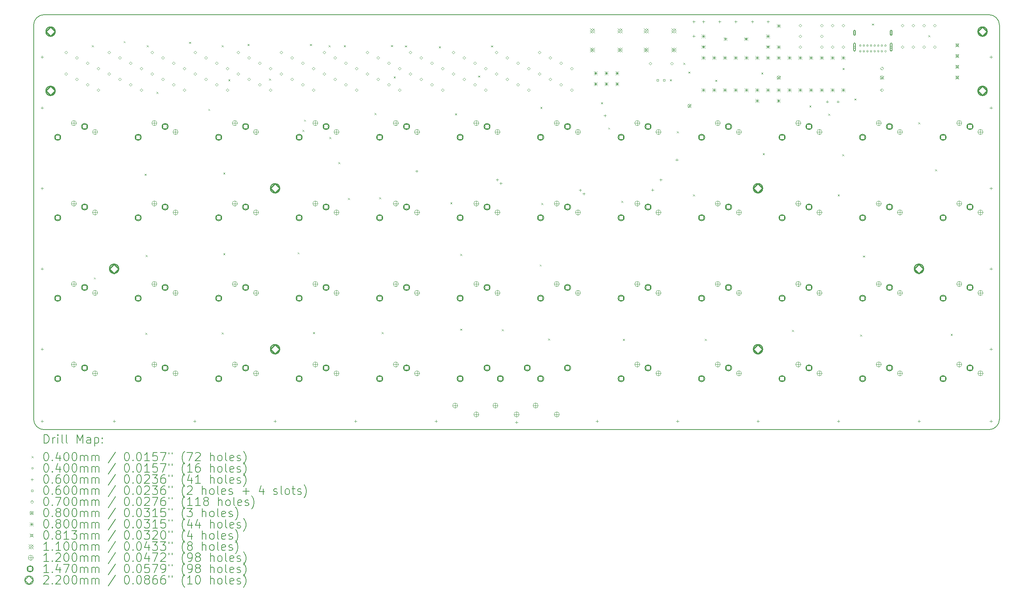
<source format=gbr>
%FSLAX45Y45*%
G04 Gerber Fmt 4.5, Leading zero omitted, Abs format (unit mm)*
G04 Created by KiCad (PCBNEW 6.0.4-6f826c9f35~116~ubuntu22.04.1) date 2022-04-06 02:05:02*
%MOMM*%
%LPD*%
G01*
G04 APERTURE LIST*
%TA.AperFunction,Profile*%
%ADD10C,0.150000*%
%TD*%
%ADD11C,0.200000*%
%ADD12C,0.040000*%
%ADD13C,0.060000*%
%ADD14C,0.070000*%
%ADD15C,0.080000*%
%ADD16C,0.081280*%
%ADD17C,0.110000*%
%ADD18C,0.120000*%
%ADD19C,0.147000*%
%ADD20C,0.220000*%
G04 APERTURE END LIST*
D10*
X25797400Y-5273050D02*
X3497400Y-5273050D01*
X26047400Y-5523050D02*
X26047400Y-14823050D01*
X25797400Y-15073050D02*
X3497400Y-15073050D01*
X3247400Y-14823050D02*
X3247400Y-5523050D01*
X3497400Y-5273050D02*
G75*
G03*
X3247400Y-5523050I0J-250000D01*
G01*
X26047400Y-5523050D02*
G75*
G03*
X25797400Y-5273050I-250000J0D01*
G01*
X25797400Y-15073050D02*
G75*
G03*
X26047400Y-14823050I0J250000D01*
G01*
X3247400Y-14823050D02*
G75*
G03*
X3497400Y-15073050I250000J0D01*
G01*
D11*
D12*
X4624900Y-5995550D02*
X4664900Y-6035550D01*
X4664900Y-5995550D02*
X4624900Y-6035550D01*
X4669400Y-11477050D02*
X4709400Y-11517050D01*
X4709400Y-11477050D02*
X4669400Y-11517050D01*
X5372400Y-5898050D02*
X5412400Y-5938050D01*
X5412400Y-5898050D02*
X5372400Y-5938050D01*
X5864900Y-9030550D02*
X5904900Y-9070550D01*
X5904900Y-9030550D02*
X5864900Y-9070550D01*
X5882400Y-12783050D02*
X5922400Y-12823050D01*
X5922400Y-12783050D02*
X5882400Y-12823050D01*
X5892400Y-10948050D02*
X5932400Y-10988050D01*
X5932400Y-10948050D02*
X5892400Y-10988050D01*
X5917400Y-5995550D02*
X5957400Y-6035550D01*
X5957400Y-5995550D02*
X5917400Y-6035550D01*
X6149900Y-7095550D02*
X6189900Y-7135550D01*
X6189900Y-7095550D02*
X6149900Y-7135550D01*
X6919900Y-5915550D02*
X6959900Y-5955550D01*
X6959900Y-5915550D02*
X6919900Y-5955550D01*
X7369900Y-7498050D02*
X7409900Y-7538050D01*
X7409900Y-7498050D02*
X7369900Y-7538050D01*
X7687400Y-12775550D02*
X7727400Y-12815550D01*
X7727400Y-12775550D02*
X7687400Y-12815550D01*
X7689900Y-5995550D02*
X7729900Y-6035550D01*
X7729900Y-5995550D02*
X7689900Y-6035550D01*
X7724900Y-8998050D02*
X7764900Y-9038050D01*
X7764900Y-8998050D02*
X7724900Y-9038050D01*
X7724900Y-10905550D02*
X7764900Y-10945550D01*
X7764900Y-10905550D02*
X7724900Y-10945550D01*
X7844900Y-6798050D02*
X7884900Y-6838050D01*
X7884900Y-6798050D02*
X7844900Y-6838050D01*
X8294900Y-5965550D02*
X8334900Y-6005550D01*
X8334900Y-5965550D02*
X8294900Y-6005550D01*
X8802400Y-6785550D02*
X8842400Y-6825550D01*
X8842400Y-6785550D02*
X8802400Y-6825550D01*
X9477400Y-10885550D02*
X9517400Y-10925550D01*
X9517400Y-10885550D02*
X9477400Y-10925550D01*
X9590652Y-7993802D02*
X9630652Y-8033802D01*
X9630652Y-7993802D02*
X9590652Y-8033802D01*
X9629900Y-7753050D02*
X9669900Y-7793050D01*
X9669900Y-7753050D02*
X9629900Y-7793050D01*
X9772400Y-5965550D02*
X9812400Y-6005550D01*
X9812400Y-5965550D02*
X9772400Y-6005550D01*
X9842400Y-12770550D02*
X9882400Y-12810550D01*
X9882400Y-12770550D02*
X9842400Y-12810550D01*
X10212400Y-5998050D02*
X10252400Y-6038050D01*
X10252400Y-5998050D02*
X10212400Y-6038050D01*
X10227400Y-8165550D02*
X10267400Y-8205550D01*
X10267400Y-8165550D02*
X10227400Y-8205550D01*
X10439900Y-8758050D02*
X10479900Y-8798050D01*
X10479900Y-8758050D02*
X10439900Y-8798050D01*
X10569900Y-5995550D02*
X10609900Y-6035550D01*
X10609900Y-5995550D02*
X10569900Y-6035550D01*
X10669900Y-9600550D02*
X10709900Y-9640550D01*
X10709900Y-9600550D02*
X10669900Y-9640550D01*
X11294900Y-7593050D02*
X11334900Y-7633050D01*
X11334900Y-7593050D02*
X11294900Y-7633050D01*
X11404900Y-9583050D02*
X11444900Y-9623050D01*
X11444900Y-9583050D02*
X11404900Y-9623050D01*
X11464900Y-12765550D02*
X11504900Y-12805550D01*
X11504900Y-12765550D02*
X11464900Y-12805550D01*
X11684900Y-5990550D02*
X11724900Y-6030550D01*
X11724900Y-5990550D02*
X11684900Y-6030550D01*
X11747400Y-6730550D02*
X11787400Y-6770550D01*
X11787400Y-6730550D02*
X11747400Y-6770550D01*
X12012400Y-6000550D02*
X12052400Y-6040550D01*
X12052400Y-6000550D02*
X12012400Y-6040550D01*
X12814900Y-6020550D02*
X12854900Y-6060550D01*
X12854900Y-6020550D02*
X12814900Y-6060550D01*
X13084900Y-9705550D02*
X13124900Y-9745550D01*
X13124900Y-9705550D02*
X13084900Y-9745550D01*
X13194900Y-7605550D02*
X13234900Y-7645550D01*
X13234900Y-7605550D02*
X13194900Y-7645550D01*
X13317400Y-12688050D02*
X13357400Y-12728050D01*
X13357400Y-12688050D02*
X13317400Y-12728050D01*
X13319900Y-10920550D02*
X13359900Y-10960550D01*
X13359900Y-10920550D02*
X13319900Y-10960550D01*
X13742400Y-6710550D02*
X13782400Y-6750550D01*
X13782400Y-6710550D02*
X13742400Y-6750550D01*
X14044900Y-6000550D02*
X14084900Y-6040550D01*
X14084900Y-6000550D02*
X14044900Y-6040550D01*
X14302400Y-12698050D02*
X14342400Y-12738050D01*
X14342400Y-12698050D02*
X14302400Y-12738050D01*
X15192400Y-11173050D02*
X15232400Y-11213050D01*
X15232400Y-11173050D02*
X15192400Y-11213050D01*
X15209900Y-7450550D02*
X15249900Y-7490550D01*
X15249900Y-7450550D02*
X15209900Y-7490550D01*
X15232400Y-9718050D02*
X15272400Y-9758050D01*
X15272400Y-9718050D02*
X15232400Y-9758050D01*
X15389900Y-12920550D02*
X15429900Y-12960550D01*
X15429900Y-12920550D02*
X15389900Y-12960550D01*
X16641400Y-7339050D02*
X16681400Y-7379050D01*
X16681400Y-7339050D02*
X16641400Y-7379050D01*
X16809900Y-7938050D02*
X16849900Y-7978050D01*
X16849900Y-7938050D02*
X16809900Y-7978050D01*
X17117400Y-9670550D02*
X17157400Y-9710550D01*
X17157400Y-9670550D02*
X17117400Y-9710550D01*
X17157400Y-12928050D02*
X17197400Y-12968050D01*
X17197400Y-12928050D02*
X17157400Y-12968050D01*
X18266400Y-6797050D02*
X18306400Y-6837050D01*
X18306400Y-6797050D02*
X18266400Y-6837050D01*
X18432400Y-8025550D02*
X18472400Y-8065550D01*
X18472400Y-8025550D02*
X18432400Y-8065550D01*
X18586400Y-6408050D02*
X18626400Y-6448050D01*
X18626400Y-6408050D02*
X18586400Y-6448050D01*
X18703400Y-6618050D02*
X18743400Y-6658050D01*
X18743400Y-6618050D02*
X18703400Y-6658050D01*
X18812840Y-9517710D02*
X18852840Y-9557710D01*
X18852840Y-9517710D02*
X18812840Y-9557710D01*
X19089900Y-12928050D02*
X19129900Y-12968050D01*
X19129900Y-12928050D02*
X19089900Y-12968050D01*
X19334900Y-6813050D02*
X19374900Y-6853050D01*
X19374900Y-6813050D02*
X19334900Y-6853050D01*
X20424900Y-6638050D02*
X20464900Y-6678050D01*
X20464900Y-6638050D02*
X20424900Y-6678050D01*
X20459900Y-8545550D02*
X20499900Y-8585550D01*
X20499900Y-8545550D02*
X20459900Y-8585550D01*
X21147400Y-12720550D02*
X21187400Y-12760550D01*
X21187400Y-12720550D02*
X21147400Y-12760550D01*
X21559900Y-7415550D02*
X21599900Y-7455550D01*
X21599900Y-7415550D02*
X21559900Y-7455550D01*
X22007400Y-7613050D02*
X22047400Y-7653050D01*
X22047400Y-7613050D02*
X22007400Y-7653050D01*
X22229900Y-9518050D02*
X22269900Y-9558050D01*
X22269900Y-9518050D02*
X22229900Y-9558050D01*
X22334900Y-8570550D02*
X22374900Y-8610550D01*
X22374900Y-8570550D02*
X22334900Y-8610550D01*
X22342400Y-6533050D02*
X22382400Y-6573050D01*
X22382400Y-6533050D02*
X22342400Y-6573050D01*
X22624900Y-7253050D02*
X22664900Y-7293050D01*
X22664900Y-7253050D02*
X22624900Y-7293050D01*
X22759900Y-12825550D02*
X22799900Y-12865550D01*
X22799900Y-12825550D02*
X22759900Y-12865550D01*
X22824900Y-10960550D02*
X22864900Y-11000550D01*
X22864900Y-10960550D02*
X22824900Y-11000550D01*
X23039900Y-5483050D02*
X23079900Y-5523050D01*
X23079900Y-5483050D02*
X23039900Y-5523050D01*
X24129900Y-7818050D02*
X24169900Y-7858050D01*
X24169900Y-7818050D02*
X24129900Y-7858050D01*
X24369900Y-5755550D02*
X24409900Y-5795550D01*
X24409900Y-5755550D02*
X24369900Y-5795550D01*
X24527400Y-8923050D02*
X24567400Y-8963050D01*
X24567400Y-8923050D02*
X24527400Y-8963050D01*
X24897400Y-12808050D02*
X24937400Y-12848050D01*
X24937400Y-12808050D02*
X24897400Y-12848050D01*
X22781400Y-6004550D02*
G75*
G03*
X22781400Y-6004550I-20000J0D01*
G01*
X22781900Y-6137050D02*
G75*
G03*
X22781900Y-6137050I-20000J0D01*
G01*
X22866400Y-6004550D02*
G75*
G03*
X22866400Y-6004550I-20000J0D01*
G01*
X22866900Y-6137050D02*
G75*
G03*
X22866900Y-6137050I-20000J0D01*
G01*
X22951400Y-6004550D02*
G75*
G03*
X22951400Y-6004550I-20000J0D01*
G01*
X22951900Y-6137050D02*
G75*
G03*
X22951900Y-6137050I-20000J0D01*
G01*
X23036400Y-6004550D02*
G75*
G03*
X23036400Y-6004550I-20000J0D01*
G01*
X23036900Y-6137050D02*
G75*
G03*
X23036900Y-6137050I-20000J0D01*
G01*
X23121400Y-6004550D02*
G75*
G03*
X23121400Y-6004550I-20000J0D01*
G01*
X23121900Y-6137050D02*
G75*
G03*
X23121900Y-6137050I-20000J0D01*
G01*
X23206400Y-6004550D02*
G75*
G03*
X23206400Y-6004550I-20000J0D01*
G01*
X23206900Y-6137050D02*
G75*
G03*
X23206900Y-6137050I-20000J0D01*
G01*
X23291400Y-6004550D02*
G75*
G03*
X23291400Y-6004550I-20000J0D01*
G01*
X23291900Y-6137050D02*
G75*
G03*
X23291900Y-6137050I-20000J0D01*
G01*
X23376900Y-6004550D02*
G75*
G03*
X23376900Y-6004550I-20000J0D01*
G01*
X23376900Y-6137050D02*
G75*
G03*
X23376900Y-6137050I-20000J0D01*
G01*
D13*
X3447400Y-6243050D02*
X3447400Y-6303050D01*
X3417400Y-6273050D02*
X3477400Y-6273050D01*
X3447400Y-7443050D02*
X3447400Y-7503050D01*
X3417400Y-7473050D02*
X3477400Y-7473050D01*
X3447400Y-9343050D02*
X3447400Y-9403050D01*
X3417400Y-9373050D02*
X3477400Y-9373050D01*
X3447400Y-11243050D02*
X3447400Y-11303050D01*
X3417400Y-11273050D02*
X3477400Y-11273050D01*
X3447400Y-13143050D02*
X3447400Y-13203050D01*
X3417400Y-13173050D02*
X3477400Y-13173050D01*
X3447400Y-14843050D02*
X3447400Y-14903050D01*
X3417400Y-14873050D02*
X3477400Y-14873050D01*
X5147400Y-14843050D02*
X5147400Y-14903050D01*
X5117400Y-14873050D02*
X5177400Y-14873050D01*
X7047400Y-14843050D02*
X7047400Y-14903050D01*
X7017400Y-14873050D02*
X7077400Y-14873050D01*
X8947400Y-14843050D02*
X8947400Y-14903050D01*
X8917400Y-14873050D02*
X8977400Y-14873050D01*
X10847400Y-14843050D02*
X10847400Y-14903050D01*
X10817400Y-14873050D02*
X10877400Y-14873050D01*
X12289800Y-8938750D02*
X12289800Y-8998750D01*
X12259800Y-8968750D02*
X12319800Y-8968750D01*
X12747400Y-14843050D02*
X12747400Y-14903050D01*
X12717400Y-14873050D02*
X12777400Y-14873050D01*
X14190671Y-9139779D02*
X14190671Y-9199779D01*
X14160671Y-9169779D02*
X14220671Y-9169779D01*
X14275671Y-9224779D02*
X14275671Y-9284779D01*
X14245671Y-9254779D02*
X14305671Y-9254779D01*
X14646400Y-14867050D02*
X14646400Y-14927050D01*
X14616400Y-14897050D02*
X14676400Y-14897050D01*
X16149831Y-9385619D02*
X16149831Y-9445619D01*
X16119831Y-9415619D02*
X16179831Y-9415619D01*
X16234831Y-9470619D02*
X16234831Y-9530619D01*
X16204831Y-9500619D02*
X16264831Y-9500619D01*
X16547400Y-14843050D02*
X16547400Y-14903050D01*
X16517400Y-14873050D02*
X16577400Y-14873050D01*
X16734900Y-7625550D02*
X16734900Y-7685550D01*
X16704900Y-7655550D02*
X16764900Y-7655550D01*
X17857400Y-9383100D02*
X17857400Y-9443100D01*
X17827400Y-9413100D02*
X17887400Y-9413100D01*
X18050381Y-9142569D02*
X18050381Y-9202569D01*
X18020381Y-9172569D02*
X18080381Y-9172569D01*
X18430569Y-8671219D02*
X18430569Y-8731219D01*
X18400569Y-8701219D02*
X18460569Y-8701219D01*
X18447400Y-14843050D02*
X18447400Y-14903050D01*
X18417400Y-14873050D02*
X18477400Y-14873050D01*
X18830300Y-5408150D02*
X18830300Y-5468150D01*
X18800300Y-5438150D02*
X18860300Y-5438150D01*
X18830300Y-5751050D02*
X18830300Y-5811050D01*
X18800300Y-5781050D02*
X18860300Y-5781050D01*
X19058900Y-5408150D02*
X19058900Y-5468150D01*
X19028900Y-5438150D02*
X19088900Y-5438150D01*
X19439900Y-5408150D02*
X19439900Y-5468150D01*
X19409900Y-5438150D02*
X19469900Y-5438150D01*
X19820900Y-5408150D02*
X19820900Y-5468150D01*
X19790900Y-5438150D02*
X19850900Y-5438150D01*
X20214600Y-5408150D02*
X20214600Y-5468150D01*
X20184600Y-5438150D02*
X20244600Y-5438150D01*
X20347400Y-14843050D02*
X20347400Y-14903050D01*
X20317400Y-14873050D02*
X20377400Y-14873050D01*
X20582900Y-5408150D02*
X20582900Y-5468150D01*
X20552900Y-5438150D02*
X20612900Y-5438150D01*
X21979900Y-7300450D02*
X21979900Y-7360450D01*
X21949900Y-7330450D02*
X22009900Y-7330450D01*
X22233900Y-7300450D02*
X22233900Y-7360450D01*
X22203900Y-7330450D02*
X22263900Y-7330450D01*
X22247400Y-14843050D02*
X22247400Y-14903050D01*
X22217400Y-14873050D02*
X22277400Y-14873050D01*
X24147400Y-14843050D02*
X24147400Y-14903050D01*
X24117400Y-14873050D02*
X24177400Y-14873050D01*
X25847400Y-6243050D02*
X25847400Y-6303050D01*
X25817400Y-6273050D02*
X25877400Y-6273050D01*
X25847400Y-7443050D02*
X25847400Y-7503050D01*
X25817400Y-7473050D02*
X25877400Y-7473050D01*
X25847400Y-9343050D02*
X25847400Y-9403050D01*
X25817400Y-9373050D02*
X25877400Y-9373050D01*
X25847400Y-11243050D02*
X25847400Y-11303050D01*
X25817400Y-11273050D02*
X25877400Y-11273050D01*
X25847400Y-13143050D02*
X25847400Y-13203050D01*
X25817400Y-13173050D02*
X25877400Y-13173050D01*
X25847400Y-14843050D02*
X25847400Y-14903050D01*
X25817400Y-14873050D02*
X25877400Y-14873050D01*
X18001813Y-6844263D02*
X18001813Y-6801837D01*
X17959387Y-6801837D01*
X17959387Y-6844263D01*
X18001813Y-6844263D01*
X18151813Y-6844263D02*
X18151813Y-6801837D01*
X18109387Y-6801837D01*
X18109387Y-6844263D01*
X18151813Y-6844263D01*
X22648113Y-5722263D02*
X22648113Y-5679837D01*
X22605687Y-5679837D01*
X22605687Y-5722263D01*
X22648113Y-5722263D01*
D11*
X22646900Y-5741050D02*
X22646900Y-5661050D01*
X22606900Y-5741050D02*
X22606900Y-5661050D01*
X22646900Y-5661050D02*
G75*
G03*
X22606900Y-5661050I-20000J0D01*
G01*
X22606900Y-5741050D02*
G75*
G03*
X22646900Y-5741050I20000J0D01*
G01*
D13*
X22648113Y-6060263D02*
X22648113Y-6017837D01*
X22605687Y-6017837D01*
X22605687Y-6060263D01*
X22648113Y-6060263D01*
D11*
X22646900Y-6114050D02*
X22646900Y-5964050D01*
X22606900Y-6114050D02*
X22606900Y-5964050D01*
X22646900Y-5964050D02*
G75*
G03*
X22606900Y-5964050I-20000J0D01*
G01*
X22606900Y-6114050D02*
G75*
G03*
X22646900Y-6114050I20000J0D01*
G01*
D13*
X23513113Y-5722263D02*
X23513113Y-5679837D01*
X23470687Y-5679837D01*
X23470687Y-5722263D01*
X23513113Y-5722263D01*
D11*
X23511900Y-5741050D02*
X23511900Y-5661050D01*
X23471900Y-5741050D02*
X23471900Y-5661050D01*
X23511900Y-5661050D02*
G75*
G03*
X23471900Y-5661050I-20000J0D01*
G01*
X23471900Y-5741050D02*
G75*
G03*
X23511900Y-5741050I20000J0D01*
G01*
D13*
X23513113Y-6060263D02*
X23513113Y-6017837D01*
X23470687Y-6017837D01*
X23470687Y-6060263D01*
X23513113Y-6060263D01*
D11*
X23511900Y-6114050D02*
X23511900Y-5964050D01*
X23471900Y-6114050D02*
X23471900Y-5964050D01*
X23511900Y-5964050D02*
G75*
G03*
X23471900Y-5964050I-20000J0D01*
G01*
X23471900Y-6114050D02*
G75*
G03*
X23511900Y-6114050I20000J0D01*
G01*
D14*
X4009400Y-6197050D02*
X4044400Y-6162050D01*
X4009400Y-6127050D01*
X3974400Y-6162050D01*
X4009400Y-6197050D01*
X4009400Y-6705050D02*
X4044400Y-6670050D01*
X4009400Y-6635050D01*
X3974400Y-6670050D01*
X4009400Y-6705050D01*
X4263400Y-6324050D02*
X4298400Y-6289050D01*
X4263400Y-6254050D01*
X4228400Y-6289050D01*
X4263400Y-6324050D01*
X4263400Y-6832050D02*
X4298400Y-6797050D01*
X4263400Y-6762050D01*
X4228400Y-6797050D01*
X4263400Y-6832050D01*
X4517400Y-6451050D02*
X4552400Y-6416050D01*
X4517400Y-6381050D01*
X4482400Y-6416050D01*
X4517400Y-6451050D01*
X4517400Y-6959050D02*
X4552400Y-6924050D01*
X4517400Y-6889050D01*
X4482400Y-6924050D01*
X4517400Y-6959050D01*
X4771400Y-6578050D02*
X4806400Y-6543050D01*
X4771400Y-6508050D01*
X4736400Y-6543050D01*
X4771400Y-6578050D01*
X4771400Y-7086050D02*
X4806400Y-7051050D01*
X4771400Y-7016050D01*
X4736400Y-7051050D01*
X4771400Y-7086050D01*
X5025400Y-6197050D02*
X5060400Y-6162050D01*
X5025400Y-6127050D01*
X4990400Y-6162050D01*
X5025400Y-6197050D01*
X5025400Y-6705050D02*
X5060400Y-6670050D01*
X5025400Y-6635050D01*
X4990400Y-6670050D01*
X5025400Y-6705050D01*
X5279400Y-6324050D02*
X5314400Y-6289050D01*
X5279400Y-6254050D01*
X5244400Y-6289050D01*
X5279400Y-6324050D01*
X5279400Y-6832050D02*
X5314400Y-6797050D01*
X5279400Y-6762050D01*
X5244400Y-6797050D01*
X5279400Y-6832050D01*
X5533400Y-6451050D02*
X5568400Y-6416050D01*
X5533400Y-6381050D01*
X5498400Y-6416050D01*
X5533400Y-6451050D01*
X5533400Y-6959050D02*
X5568400Y-6924050D01*
X5533400Y-6889050D01*
X5498400Y-6924050D01*
X5533400Y-6959050D01*
X5787400Y-6578050D02*
X5822400Y-6543050D01*
X5787400Y-6508050D01*
X5752400Y-6543050D01*
X5787400Y-6578050D01*
X5787400Y-7086050D02*
X5822400Y-7051050D01*
X5787400Y-7016050D01*
X5752400Y-7051050D01*
X5787400Y-7086050D01*
X6041400Y-6197050D02*
X6076400Y-6162050D01*
X6041400Y-6127050D01*
X6006400Y-6162050D01*
X6041400Y-6197050D01*
X6041400Y-6705050D02*
X6076400Y-6670050D01*
X6041400Y-6635050D01*
X6006400Y-6670050D01*
X6041400Y-6705050D01*
X6295400Y-6324050D02*
X6330400Y-6289050D01*
X6295400Y-6254050D01*
X6260400Y-6289050D01*
X6295400Y-6324050D01*
X6295400Y-6832050D02*
X6330400Y-6797050D01*
X6295400Y-6762050D01*
X6260400Y-6797050D01*
X6295400Y-6832050D01*
X6549400Y-6451050D02*
X6584400Y-6416050D01*
X6549400Y-6381050D01*
X6514400Y-6416050D01*
X6549400Y-6451050D01*
X6549400Y-6959050D02*
X6584400Y-6924050D01*
X6549400Y-6889050D01*
X6514400Y-6924050D01*
X6549400Y-6959050D01*
X6803400Y-6578050D02*
X6838400Y-6543050D01*
X6803400Y-6508050D01*
X6768400Y-6543050D01*
X6803400Y-6578050D01*
X6803400Y-7086050D02*
X6838400Y-7051050D01*
X6803400Y-7016050D01*
X6768400Y-7051050D01*
X6803400Y-7086050D01*
X7057400Y-6197050D02*
X7092400Y-6162050D01*
X7057400Y-6127050D01*
X7022400Y-6162050D01*
X7057400Y-6197050D01*
X7057400Y-6705050D02*
X7092400Y-6670050D01*
X7057400Y-6635050D01*
X7022400Y-6670050D01*
X7057400Y-6705050D01*
X7311400Y-6324050D02*
X7346400Y-6289050D01*
X7311400Y-6254050D01*
X7276400Y-6289050D01*
X7311400Y-6324050D01*
X7311400Y-6832050D02*
X7346400Y-6797050D01*
X7311400Y-6762050D01*
X7276400Y-6797050D01*
X7311400Y-6832050D01*
X7565400Y-6451050D02*
X7600400Y-6416050D01*
X7565400Y-6381050D01*
X7530400Y-6416050D01*
X7565400Y-6451050D01*
X7565400Y-6959050D02*
X7600400Y-6924050D01*
X7565400Y-6889050D01*
X7530400Y-6924050D01*
X7565400Y-6959050D01*
X7819400Y-6578050D02*
X7854400Y-6543050D01*
X7819400Y-6508050D01*
X7784400Y-6543050D01*
X7819400Y-6578050D01*
X7819400Y-7086050D02*
X7854400Y-7051050D01*
X7819400Y-7016050D01*
X7784400Y-7051050D01*
X7819400Y-7086050D01*
X8073400Y-6197050D02*
X8108400Y-6162050D01*
X8073400Y-6127050D01*
X8038400Y-6162050D01*
X8073400Y-6197050D01*
X8073400Y-6705050D02*
X8108400Y-6670050D01*
X8073400Y-6635050D01*
X8038400Y-6670050D01*
X8073400Y-6705050D01*
X8327400Y-6324050D02*
X8362400Y-6289050D01*
X8327400Y-6254050D01*
X8292400Y-6289050D01*
X8327400Y-6324050D01*
X8327400Y-6832050D02*
X8362400Y-6797050D01*
X8327400Y-6762050D01*
X8292400Y-6797050D01*
X8327400Y-6832050D01*
X8581400Y-6451050D02*
X8616400Y-6416050D01*
X8581400Y-6381050D01*
X8546400Y-6416050D01*
X8581400Y-6451050D01*
X8581400Y-6959050D02*
X8616400Y-6924050D01*
X8581400Y-6889050D01*
X8546400Y-6924050D01*
X8581400Y-6959050D01*
X8835400Y-6578050D02*
X8870400Y-6543050D01*
X8835400Y-6508050D01*
X8800400Y-6543050D01*
X8835400Y-6578050D01*
X8835400Y-7086050D02*
X8870400Y-7051050D01*
X8835400Y-7016050D01*
X8800400Y-7051050D01*
X8835400Y-7086050D01*
X9089400Y-6197050D02*
X9124400Y-6162050D01*
X9089400Y-6127050D01*
X9054400Y-6162050D01*
X9089400Y-6197050D01*
X9089400Y-6705050D02*
X9124400Y-6670050D01*
X9089400Y-6635050D01*
X9054400Y-6670050D01*
X9089400Y-6705050D01*
X9343400Y-6324050D02*
X9378400Y-6289050D01*
X9343400Y-6254050D01*
X9308400Y-6289050D01*
X9343400Y-6324050D01*
X9343400Y-6832050D02*
X9378400Y-6797050D01*
X9343400Y-6762050D01*
X9308400Y-6797050D01*
X9343400Y-6832050D01*
X9597400Y-6451050D02*
X9632400Y-6416050D01*
X9597400Y-6381050D01*
X9562400Y-6416050D01*
X9597400Y-6451050D01*
X9597400Y-6959050D02*
X9632400Y-6924050D01*
X9597400Y-6889050D01*
X9562400Y-6924050D01*
X9597400Y-6959050D01*
X9851400Y-6578050D02*
X9886400Y-6543050D01*
X9851400Y-6508050D01*
X9816400Y-6543050D01*
X9851400Y-6578050D01*
X9851400Y-7086050D02*
X9886400Y-7051050D01*
X9851400Y-7016050D01*
X9816400Y-7051050D01*
X9851400Y-7086050D01*
X10105400Y-6197050D02*
X10140400Y-6162050D01*
X10105400Y-6127050D01*
X10070400Y-6162050D01*
X10105400Y-6197050D01*
X10105400Y-6705050D02*
X10140400Y-6670050D01*
X10105400Y-6635050D01*
X10070400Y-6670050D01*
X10105400Y-6705050D01*
X10359400Y-6324050D02*
X10394400Y-6289050D01*
X10359400Y-6254050D01*
X10324400Y-6289050D01*
X10359400Y-6324050D01*
X10359400Y-6832050D02*
X10394400Y-6797050D01*
X10359400Y-6762050D01*
X10324400Y-6797050D01*
X10359400Y-6832050D01*
X10613400Y-6451050D02*
X10648400Y-6416050D01*
X10613400Y-6381050D01*
X10578400Y-6416050D01*
X10613400Y-6451050D01*
X10613400Y-6959050D02*
X10648400Y-6924050D01*
X10613400Y-6889050D01*
X10578400Y-6924050D01*
X10613400Y-6959050D01*
X10867400Y-6578050D02*
X10902400Y-6543050D01*
X10867400Y-6508050D01*
X10832400Y-6543050D01*
X10867400Y-6578050D01*
X10867400Y-7086050D02*
X10902400Y-7051050D01*
X10867400Y-7016050D01*
X10832400Y-7051050D01*
X10867400Y-7086050D01*
X11121400Y-6197050D02*
X11156400Y-6162050D01*
X11121400Y-6127050D01*
X11086400Y-6162050D01*
X11121400Y-6197050D01*
X11121400Y-6705050D02*
X11156400Y-6670050D01*
X11121400Y-6635050D01*
X11086400Y-6670050D01*
X11121400Y-6705050D01*
X11375400Y-6324050D02*
X11410400Y-6289050D01*
X11375400Y-6254050D01*
X11340400Y-6289050D01*
X11375400Y-6324050D01*
X11375400Y-6832050D02*
X11410400Y-6797050D01*
X11375400Y-6762050D01*
X11340400Y-6797050D01*
X11375400Y-6832050D01*
X11629400Y-6451050D02*
X11664400Y-6416050D01*
X11629400Y-6381050D01*
X11594400Y-6416050D01*
X11629400Y-6451050D01*
X11629400Y-6959050D02*
X11664400Y-6924050D01*
X11629400Y-6889050D01*
X11594400Y-6924050D01*
X11629400Y-6959050D01*
X11883400Y-6578050D02*
X11918400Y-6543050D01*
X11883400Y-6508050D01*
X11848400Y-6543050D01*
X11883400Y-6578050D01*
X11883400Y-7086050D02*
X11918400Y-7051050D01*
X11883400Y-7016050D01*
X11848400Y-7051050D01*
X11883400Y-7086050D01*
X12137400Y-6197050D02*
X12172400Y-6162050D01*
X12137400Y-6127050D01*
X12102400Y-6162050D01*
X12137400Y-6197050D01*
X12137400Y-6705050D02*
X12172400Y-6670050D01*
X12137400Y-6635050D01*
X12102400Y-6670050D01*
X12137400Y-6705050D01*
X12391400Y-6324050D02*
X12426400Y-6289050D01*
X12391400Y-6254050D01*
X12356400Y-6289050D01*
X12391400Y-6324050D01*
X12391400Y-6832050D02*
X12426400Y-6797050D01*
X12391400Y-6762050D01*
X12356400Y-6797050D01*
X12391400Y-6832050D01*
X12645400Y-6451050D02*
X12680400Y-6416050D01*
X12645400Y-6381050D01*
X12610400Y-6416050D01*
X12645400Y-6451050D01*
X12645400Y-6959050D02*
X12680400Y-6924050D01*
X12645400Y-6889050D01*
X12610400Y-6924050D01*
X12645400Y-6959050D01*
X12899400Y-6578050D02*
X12934400Y-6543050D01*
X12899400Y-6508050D01*
X12864400Y-6543050D01*
X12899400Y-6578050D01*
X12899400Y-7086050D02*
X12934400Y-7051050D01*
X12899400Y-7016050D01*
X12864400Y-7051050D01*
X12899400Y-7086050D01*
X13153400Y-6197050D02*
X13188400Y-6162050D01*
X13153400Y-6127050D01*
X13118400Y-6162050D01*
X13153400Y-6197050D01*
X13153400Y-6705050D02*
X13188400Y-6670050D01*
X13153400Y-6635050D01*
X13118400Y-6670050D01*
X13153400Y-6705050D01*
X13407400Y-6324050D02*
X13442400Y-6289050D01*
X13407400Y-6254050D01*
X13372400Y-6289050D01*
X13407400Y-6324050D01*
X13407400Y-6832050D02*
X13442400Y-6797050D01*
X13407400Y-6762050D01*
X13372400Y-6797050D01*
X13407400Y-6832050D01*
X13661400Y-6451050D02*
X13696400Y-6416050D01*
X13661400Y-6381050D01*
X13626400Y-6416050D01*
X13661400Y-6451050D01*
X13661400Y-6959050D02*
X13696400Y-6924050D01*
X13661400Y-6889050D01*
X13626400Y-6924050D01*
X13661400Y-6959050D01*
X13915400Y-6578050D02*
X13950400Y-6543050D01*
X13915400Y-6508050D01*
X13880400Y-6543050D01*
X13915400Y-6578050D01*
X13915400Y-7086050D02*
X13950400Y-7051050D01*
X13915400Y-7016050D01*
X13880400Y-7051050D01*
X13915400Y-7086050D01*
X14169400Y-6197050D02*
X14204400Y-6162050D01*
X14169400Y-6127050D01*
X14134400Y-6162050D01*
X14169400Y-6197050D01*
X14169400Y-6705050D02*
X14204400Y-6670050D01*
X14169400Y-6635050D01*
X14134400Y-6670050D01*
X14169400Y-6705050D01*
X14423400Y-6324050D02*
X14458400Y-6289050D01*
X14423400Y-6254050D01*
X14388400Y-6289050D01*
X14423400Y-6324050D01*
X14423400Y-6832050D02*
X14458400Y-6797050D01*
X14423400Y-6762050D01*
X14388400Y-6797050D01*
X14423400Y-6832050D01*
X14677400Y-6451050D02*
X14712400Y-6416050D01*
X14677400Y-6381050D01*
X14642400Y-6416050D01*
X14677400Y-6451050D01*
X14677400Y-6959050D02*
X14712400Y-6924050D01*
X14677400Y-6889050D01*
X14642400Y-6924050D01*
X14677400Y-6959050D01*
X14931400Y-6578050D02*
X14966400Y-6543050D01*
X14931400Y-6508050D01*
X14896400Y-6543050D01*
X14931400Y-6578050D01*
X14931400Y-7086050D02*
X14966400Y-7051050D01*
X14931400Y-7016050D01*
X14896400Y-7051050D01*
X14931400Y-7086050D01*
X15185400Y-6197050D02*
X15220400Y-6162050D01*
X15185400Y-6127050D01*
X15150400Y-6162050D01*
X15185400Y-6197050D01*
X15185400Y-6705050D02*
X15220400Y-6670050D01*
X15185400Y-6635050D01*
X15150400Y-6670050D01*
X15185400Y-6705050D01*
X15439400Y-6324050D02*
X15474400Y-6289050D01*
X15439400Y-6254050D01*
X15404400Y-6289050D01*
X15439400Y-6324050D01*
X15439400Y-6832050D02*
X15474400Y-6797050D01*
X15439400Y-6762050D01*
X15404400Y-6797050D01*
X15439400Y-6832050D01*
X15693400Y-6451050D02*
X15728400Y-6416050D01*
X15693400Y-6381050D01*
X15658400Y-6416050D01*
X15693400Y-6451050D01*
X15693400Y-6959050D02*
X15728400Y-6924050D01*
X15693400Y-6889050D01*
X15658400Y-6924050D01*
X15693400Y-6959050D01*
X15947400Y-6578050D02*
X15982400Y-6543050D01*
X15947400Y-6508050D01*
X15912400Y-6543050D01*
X15947400Y-6578050D01*
X15947400Y-7086050D02*
X15982400Y-7051050D01*
X15947400Y-7016050D01*
X15912400Y-7051050D01*
X15947400Y-7086050D01*
X17801600Y-6458050D02*
X17836600Y-6423050D01*
X17801600Y-6388050D01*
X17766600Y-6423050D01*
X17801600Y-6458050D01*
X18309600Y-6458050D02*
X18344600Y-6423050D01*
X18309600Y-6388050D01*
X18274600Y-6423050D01*
X18309600Y-6458050D01*
X21344900Y-5562050D02*
X21379900Y-5527050D01*
X21344900Y-5492050D01*
X21309900Y-5527050D01*
X21344900Y-5562050D01*
X21344900Y-5816050D02*
X21379900Y-5781050D01*
X21344900Y-5746050D01*
X21309900Y-5781050D01*
X21344900Y-5816050D01*
X21344900Y-6070050D02*
X21379900Y-6035050D01*
X21344900Y-6000050D01*
X21309900Y-6035050D01*
X21344900Y-6070050D01*
X21852900Y-5562050D02*
X21887900Y-5527050D01*
X21852900Y-5492050D01*
X21817900Y-5527050D01*
X21852900Y-5562050D01*
X21852900Y-5816050D02*
X21887900Y-5781050D01*
X21852900Y-5746050D01*
X21817900Y-5781050D01*
X21852900Y-5816050D01*
X21852900Y-6070050D02*
X21887900Y-6035050D01*
X21852900Y-6000050D01*
X21817900Y-6035050D01*
X21852900Y-6070050D01*
X22106900Y-5562050D02*
X22141900Y-5527050D01*
X22106900Y-5492050D01*
X22071900Y-5527050D01*
X22106900Y-5562050D01*
X22106900Y-6070050D02*
X22141900Y-6035050D01*
X22106900Y-6000050D01*
X22071900Y-6035050D01*
X22106900Y-6070050D01*
X22360900Y-5562050D02*
X22395900Y-5527050D01*
X22360900Y-5492050D01*
X22325900Y-5527050D01*
X22360900Y-5562050D01*
X22360900Y-6070050D02*
X22395900Y-6035050D01*
X22360900Y-6000050D01*
X22325900Y-6035050D01*
X22360900Y-6070050D01*
X23269900Y-6575550D02*
X23304900Y-6540550D01*
X23269900Y-6505550D01*
X23234900Y-6540550D01*
X23269900Y-6575550D01*
X23269900Y-7085550D02*
X23304900Y-7050550D01*
X23269900Y-7015550D01*
X23234900Y-7050550D01*
X23269900Y-7085550D01*
X23757900Y-5562050D02*
X23792900Y-5527050D01*
X23757900Y-5492050D01*
X23722900Y-5527050D01*
X23757900Y-5562050D01*
X23757900Y-6070050D02*
X23792900Y-6035050D01*
X23757900Y-6000050D01*
X23722900Y-6035050D01*
X23757900Y-6070050D01*
X24011900Y-5562050D02*
X24046900Y-5527050D01*
X24011900Y-5492050D01*
X23976900Y-5527050D01*
X24011900Y-5562050D01*
X24011900Y-6070050D02*
X24046900Y-6035050D01*
X24011900Y-6000050D01*
X23976900Y-6035050D01*
X24011900Y-6070050D01*
X24265440Y-5562510D02*
X24300440Y-5527510D01*
X24265440Y-5492510D01*
X24230440Y-5527510D01*
X24265440Y-5562510D01*
X24265440Y-6070510D02*
X24300440Y-6035510D01*
X24265440Y-6000510D01*
X24230440Y-6035510D01*
X24265440Y-6070510D01*
X24519440Y-5562510D02*
X24554440Y-5527510D01*
X24519440Y-5492510D01*
X24484440Y-5527510D01*
X24519440Y-5562510D01*
X24519440Y-6070510D02*
X24554440Y-6035510D01*
X24519440Y-6000510D01*
X24484440Y-6035510D01*
X24519440Y-6070510D01*
D15*
X18689400Y-7386000D02*
X18769400Y-7466000D01*
X18769400Y-7386000D02*
X18689400Y-7466000D01*
X18769400Y-7426000D02*
G75*
G03*
X18769400Y-7426000I-40000J0D01*
G01*
X20796900Y-6718950D02*
X20876900Y-6798950D01*
X20876900Y-6718950D02*
X20796900Y-6798950D01*
X20876900Y-6758950D02*
G75*
G03*
X20876900Y-6758950I-40000J0D01*
G01*
X23232400Y-6719050D02*
X23312400Y-6799050D01*
X23312400Y-6719050D02*
X23232400Y-6799050D01*
X23312400Y-6759050D02*
G75*
G03*
X23312400Y-6759050I-40000J0D01*
G01*
X16471400Y-6615550D02*
X16551400Y-6695550D01*
X16551400Y-6615550D02*
X16471400Y-6695550D01*
X16511400Y-6615550D02*
X16511400Y-6695550D01*
X16471400Y-6655550D02*
X16551400Y-6655550D01*
X16471400Y-6869550D02*
X16551400Y-6949550D01*
X16551400Y-6869550D02*
X16471400Y-6949550D01*
X16511400Y-6869550D02*
X16511400Y-6949550D01*
X16471400Y-6909550D02*
X16551400Y-6909550D01*
X16725400Y-6615550D02*
X16805400Y-6695550D01*
X16805400Y-6615550D02*
X16725400Y-6695550D01*
X16765400Y-6615550D02*
X16765400Y-6695550D01*
X16725400Y-6655550D02*
X16805400Y-6655550D01*
X16725400Y-6869550D02*
X16805400Y-6949550D01*
X16805400Y-6869550D02*
X16725400Y-6949550D01*
X16765400Y-6869550D02*
X16765400Y-6949550D01*
X16725400Y-6909550D02*
X16805400Y-6909550D01*
X16979400Y-6615550D02*
X17059400Y-6695550D01*
X17059400Y-6615550D02*
X16979400Y-6695550D01*
X17019400Y-6615550D02*
X17019400Y-6695550D01*
X16979400Y-6655550D02*
X17059400Y-6655550D01*
X16979400Y-6869550D02*
X17059400Y-6949550D01*
X17059400Y-6869550D02*
X16979400Y-6949550D01*
X17019400Y-6869550D02*
X17019400Y-6949550D01*
X16979400Y-6909550D02*
X17059400Y-6909550D01*
X19018900Y-5741050D02*
X19098900Y-5821050D01*
X19098900Y-5741050D02*
X19018900Y-5821050D01*
X19058900Y-5741050D02*
X19058900Y-5821050D01*
X19018900Y-5781050D02*
X19098900Y-5781050D01*
X19018900Y-5991050D02*
X19098900Y-6071050D01*
X19098900Y-5991050D02*
X19018900Y-6071050D01*
X19058900Y-5991050D02*
X19058900Y-6071050D01*
X19018900Y-6031050D02*
X19098900Y-6031050D01*
X19018900Y-6249050D02*
X19098900Y-6329050D01*
X19098900Y-6249050D02*
X19018900Y-6329050D01*
X19058900Y-6249050D02*
X19058900Y-6329050D01*
X19018900Y-6289050D02*
X19098900Y-6289050D01*
X19018900Y-7011050D02*
X19098900Y-7091050D01*
X19098900Y-7011050D02*
X19018900Y-7091050D01*
X19058900Y-7011050D02*
X19058900Y-7091050D01*
X19018900Y-7051050D02*
X19098900Y-7051050D01*
X19272900Y-6249050D02*
X19352900Y-6329050D01*
X19352900Y-6249050D02*
X19272900Y-6329050D01*
X19312900Y-6249050D02*
X19312900Y-6329050D01*
X19272900Y-6289050D02*
X19352900Y-6289050D01*
X19272900Y-7011050D02*
X19352900Y-7091050D01*
X19352900Y-7011050D02*
X19272900Y-7091050D01*
X19312900Y-7011050D02*
X19312900Y-7091050D01*
X19272900Y-7051050D02*
X19352900Y-7051050D01*
X19526900Y-6249050D02*
X19606900Y-6329050D01*
X19606900Y-6249050D02*
X19526900Y-6329050D01*
X19566900Y-6249050D02*
X19566900Y-6329050D01*
X19526900Y-6289050D02*
X19606900Y-6289050D01*
X19526900Y-7011050D02*
X19606900Y-7091050D01*
X19606900Y-7011050D02*
X19526900Y-7091050D01*
X19566900Y-7011050D02*
X19566900Y-7091050D01*
X19526900Y-7051050D02*
X19606900Y-7051050D01*
X19536900Y-5804550D02*
X19616900Y-5884550D01*
X19616900Y-5804550D02*
X19536900Y-5884550D01*
X19576900Y-5804550D02*
X19576900Y-5884550D01*
X19536900Y-5844550D02*
X19616900Y-5844550D01*
X19780900Y-6249050D02*
X19860900Y-6329050D01*
X19860900Y-6249050D02*
X19780900Y-6329050D01*
X19820900Y-6249050D02*
X19820900Y-6329050D01*
X19780900Y-6289050D02*
X19860900Y-6289050D01*
X19780900Y-7011050D02*
X19860900Y-7091050D01*
X19860900Y-7011050D02*
X19780900Y-7091050D01*
X19820900Y-7011050D02*
X19820900Y-7091050D01*
X19780900Y-7051050D02*
X19860900Y-7051050D01*
X20024900Y-5804550D02*
X20104900Y-5884550D01*
X20104900Y-5804550D02*
X20024900Y-5884550D01*
X20064900Y-5804550D02*
X20064900Y-5884550D01*
X20024900Y-5844550D02*
X20104900Y-5844550D01*
X20034900Y-6249050D02*
X20114900Y-6329050D01*
X20114900Y-6249050D02*
X20034900Y-6329050D01*
X20074900Y-6249050D02*
X20074900Y-6329050D01*
X20034900Y-6289050D02*
X20114900Y-6289050D01*
X20034900Y-7011050D02*
X20114900Y-7091050D01*
X20114900Y-7011050D02*
X20034900Y-7091050D01*
X20074900Y-7011050D02*
X20074900Y-7091050D01*
X20034900Y-7051050D02*
X20114900Y-7051050D01*
X20288900Y-6249050D02*
X20368900Y-6329050D01*
X20368900Y-6249050D02*
X20288900Y-6329050D01*
X20328900Y-6249050D02*
X20328900Y-6329050D01*
X20288900Y-6289050D02*
X20368900Y-6289050D01*
X20288900Y-7011050D02*
X20368900Y-7091050D01*
X20368900Y-7011050D02*
X20288900Y-7091050D01*
X20328900Y-7011050D02*
X20328900Y-7091050D01*
X20288900Y-7051050D02*
X20368900Y-7051050D01*
X20288900Y-7265050D02*
X20368900Y-7345050D01*
X20368900Y-7265050D02*
X20288900Y-7345050D01*
X20328900Y-7265050D02*
X20328900Y-7345050D01*
X20288900Y-7305050D02*
X20368900Y-7305050D01*
X20542900Y-5741050D02*
X20622900Y-5821050D01*
X20622900Y-5741050D02*
X20542900Y-5821050D01*
X20582900Y-5741050D02*
X20582900Y-5821050D01*
X20542900Y-5781050D02*
X20622900Y-5781050D01*
X20542900Y-5991050D02*
X20622900Y-6071050D01*
X20622900Y-5991050D02*
X20542900Y-6071050D01*
X20582900Y-5991050D02*
X20582900Y-6071050D01*
X20542900Y-6031050D02*
X20622900Y-6031050D01*
X20542900Y-6249050D02*
X20622900Y-6329050D01*
X20622900Y-6249050D02*
X20542900Y-6329050D01*
X20582900Y-6249050D02*
X20582900Y-6329050D01*
X20542900Y-6289050D02*
X20622900Y-6289050D01*
X20542900Y-7011050D02*
X20622900Y-7091050D01*
X20622900Y-7011050D02*
X20542900Y-7091050D01*
X20582900Y-7011050D02*
X20582900Y-7091050D01*
X20542900Y-7051050D02*
X20622900Y-7051050D01*
X20788900Y-7265050D02*
X20868900Y-7345050D01*
X20868900Y-7265050D02*
X20788900Y-7345050D01*
X20828900Y-7265050D02*
X20828900Y-7345050D01*
X20788900Y-7305050D02*
X20868900Y-7305050D01*
X20796900Y-5495050D02*
X20876900Y-5575050D01*
X20876900Y-5495050D02*
X20796900Y-5575050D01*
X20836900Y-5495050D02*
X20836900Y-5575050D01*
X20796900Y-5535050D02*
X20876900Y-5535050D01*
X20796900Y-5995050D02*
X20876900Y-6075050D01*
X20876900Y-5995050D02*
X20796900Y-6075050D01*
X20836900Y-5995050D02*
X20836900Y-6075050D01*
X20796900Y-6035050D02*
X20876900Y-6035050D01*
X20796900Y-6249050D02*
X20876900Y-6329050D01*
X20876900Y-6249050D02*
X20796900Y-6329050D01*
X20836900Y-6249050D02*
X20836900Y-6329050D01*
X20796900Y-6289050D02*
X20876900Y-6289050D01*
X20796900Y-7011050D02*
X20876900Y-7091050D01*
X20876900Y-7011050D02*
X20796900Y-7091050D01*
X20836900Y-7011050D02*
X20836900Y-7091050D01*
X20796900Y-7051050D02*
X20876900Y-7051050D01*
X21050900Y-6249050D02*
X21130900Y-6329050D01*
X21130900Y-6249050D02*
X21050900Y-6329050D01*
X21090900Y-6249050D02*
X21090900Y-6329050D01*
X21050900Y-6289050D02*
X21130900Y-6289050D01*
X21050900Y-7011050D02*
X21130900Y-7091050D01*
X21130900Y-7011050D02*
X21050900Y-7091050D01*
X21090900Y-7011050D02*
X21090900Y-7091050D01*
X21050900Y-7051050D02*
X21130900Y-7051050D01*
X21304900Y-6249050D02*
X21384900Y-6329050D01*
X21384900Y-6249050D02*
X21304900Y-6329050D01*
X21344900Y-6249050D02*
X21344900Y-6329050D01*
X21304900Y-6289050D02*
X21384900Y-6289050D01*
X21304900Y-7011050D02*
X21384900Y-7091050D01*
X21384900Y-7011050D02*
X21304900Y-7091050D01*
X21344900Y-7011050D02*
X21344900Y-7091050D01*
X21304900Y-7051050D02*
X21384900Y-7051050D01*
X21558900Y-6249050D02*
X21638900Y-6329050D01*
X21638900Y-6249050D02*
X21558900Y-6329050D01*
X21598900Y-6249050D02*
X21598900Y-6329050D01*
X21558900Y-6289050D02*
X21638900Y-6289050D01*
X21558900Y-7011050D02*
X21638900Y-7091050D01*
X21638900Y-7011050D02*
X21558900Y-7091050D01*
X21598900Y-7011050D02*
X21598900Y-7091050D01*
X21558900Y-7051050D02*
X21638900Y-7051050D01*
X21812900Y-6249050D02*
X21892900Y-6329050D01*
X21892900Y-6249050D02*
X21812900Y-6329050D01*
X21852900Y-6249050D02*
X21852900Y-6329050D01*
X21812900Y-6289050D02*
X21892900Y-6289050D01*
X21812900Y-7011050D02*
X21892900Y-7091050D01*
X21892900Y-7011050D02*
X21812900Y-7091050D01*
X21852900Y-7011050D02*
X21852900Y-7091050D01*
X21812900Y-7051050D02*
X21892900Y-7051050D01*
X22066900Y-6249050D02*
X22146900Y-6329050D01*
X22146900Y-6249050D02*
X22066900Y-6329050D01*
X22106900Y-6249050D02*
X22106900Y-6329050D01*
X22066900Y-6289050D02*
X22146900Y-6289050D01*
X22066900Y-7011050D02*
X22146900Y-7091050D01*
X22146900Y-7011050D02*
X22066900Y-7091050D01*
X22106900Y-7011050D02*
X22106900Y-7091050D01*
X22066900Y-7051050D02*
X22146900Y-7051050D01*
X22320900Y-6249050D02*
X22400900Y-6329050D01*
X22400900Y-6249050D02*
X22320900Y-6329050D01*
X22360900Y-6249050D02*
X22360900Y-6329050D01*
X22320900Y-6289050D02*
X22400900Y-6289050D01*
X22320900Y-7011050D02*
X22400900Y-7091050D01*
X22400900Y-7011050D02*
X22320900Y-7091050D01*
X22360900Y-7011050D02*
X22360900Y-7091050D01*
X22320900Y-7051050D02*
X22400900Y-7051050D01*
D16*
X25006700Y-5951070D02*
X25087980Y-6032350D01*
X25087980Y-5951070D02*
X25006700Y-6032350D01*
X25076077Y-6020447D02*
X25076077Y-5962973D01*
X25018603Y-5962973D01*
X25018603Y-6020447D01*
X25076077Y-6020447D01*
X25006700Y-6205070D02*
X25087980Y-6286350D01*
X25087980Y-6205070D02*
X25006700Y-6286350D01*
X25076077Y-6274447D02*
X25076077Y-6216973D01*
X25018603Y-6216973D01*
X25018603Y-6274447D01*
X25076077Y-6274447D01*
X25006700Y-6459070D02*
X25087980Y-6540350D01*
X25087980Y-6459070D02*
X25006700Y-6540350D01*
X25076077Y-6528447D02*
X25076077Y-6470973D01*
X25018603Y-6470973D01*
X25018603Y-6528447D01*
X25076077Y-6528447D01*
X25006700Y-6713070D02*
X25087980Y-6794350D01*
X25087980Y-6713070D02*
X25006700Y-6794350D01*
X25076077Y-6782447D02*
X25076077Y-6724973D01*
X25018603Y-6724973D01*
X25018603Y-6782447D01*
X25076077Y-6782447D01*
D17*
X16385400Y-5599050D02*
X16495400Y-5709050D01*
X16495400Y-5599050D02*
X16385400Y-5709050D01*
X16440400Y-5709050D02*
X16495400Y-5654050D01*
X16440400Y-5599050D01*
X16385400Y-5654050D01*
X16440400Y-5709050D01*
X16385400Y-6049050D02*
X16495400Y-6159050D01*
X16495400Y-6049050D02*
X16385400Y-6159050D01*
X16440400Y-6159050D02*
X16495400Y-6104050D01*
X16440400Y-6049050D01*
X16385400Y-6104050D01*
X16440400Y-6159050D01*
X17035400Y-5599050D02*
X17145400Y-5709050D01*
X17145400Y-5599050D02*
X17035400Y-5709050D01*
X17090400Y-5709050D02*
X17145400Y-5654050D01*
X17090400Y-5599050D01*
X17035400Y-5654050D01*
X17090400Y-5709050D01*
X17035400Y-6049050D02*
X17145400Y-6159050D01*
X17145400Y-6049050D02*
X17035400Y-6159050D01*
X17090400Y-6159050D02*
X17145400Y-6104050D01*
X17090400Y-6049050D01*
X17035400Y-6104050D01*
X17090400Y-6159050D01*
X17655400Y-5599050D02*
X17765400Y-5709050D01*
X17765400Y-5599050D02*
X17655400Y-5709050D01*
X17710400Y-5709050D02*
X17765400Y-5654050D01*
X17710400Y-5599050D01*
X17655400Y-5654050D01*
X17710400Y-5709050D01*
X17655400Y-6049050D02*
X17765400Y-6159050D01*
X17765400Y-6049050D02*
X17655400Y-6159050D01*
X17710400Y-6159050D02*
X17765400Y-6104050D01*
X17710400Y-6049050D01*
X17655400Y-6104050D01*
X17710400Y-6159050D01*
X18305400Y-5599050D02*
X18415400Y-5709050D01*
X18415400Y-5599050D02*
X18305400Y-5709050D01*
X18360400Y-5709050D02*
X18415400Y-5654050D01*
X18360400Y-5599050D01*
X18305400Y-5654050D01*
X18360400Y-5709050D01*
X18305400Y-6049050D02*
X18415400Y-6159050D01*
X18415400Y-6049050D02*
X18305400Y-6159050D01*
X18360400Y-6159050D02*
X18415400Y-6104050D01*
X18360400Y-6049050D01*
X18305400Y-6104050D01*
X18360400Y-6159050D01*
D18*
X4197400Y-7773050D02*
X4197400Y-7893050D01*
X4137400Y-7833050D02*
X4257400Y-7833050D01*
X4257400Y-7833050D02*
G75*
G03*
X4257400Y-7833050I-60000J0D01*
G01*
X4197400Y-9673050D02*
X4197400Y-9793050D01*
X4137400Y-9733050D02*
X4257400Y-9733050D01*
X4257400Y-9733050D02*
G75*
G03*
X4257400Y-9733050I-60000J0D01*
G01*
X4197400Y-11573050D02*
X4197400Y-11693050D01*
X4137400Y-11633050D02*
X4257400Y-11633050D01*
X4257400Y-11633050D02*
G75*
G03*
X4257400Y-11633050I-60000J0D01*
G01*
X4197400Y-13473050D02*
X4197400Y-13593050D01*
X4137400Y-13533050D02*
X4257400Y-13533050D01*
X4257400Y-13533050D02*
G75*
G03*
X4257400Y-13533050I-60000J0D01*
G01*
X4697400Y-7983050D02*
X4697400Y-8103050D01*
X4637400Y-8043050D02*
X4757400Y-8043050D01*
X4757400Y-8043050D02*
G75*
G03*
X4757400Y-8043050I-60000J0D01*
G01*
X4697400Y-9883050D02*
X4697400Y-10003050D01*
X4637400Y-9943050D02*
X4757400Y-9943050D01*
X4757400Y-9943050D02*
G75*
G03*
X4757400Y-9943050I-60000J0D01*
G01*
X4697400Y-11783050D02*
X4697400Y-11903050D01*
X4637400Y-11843050D02*
X4757400Y-11843050D01*
X4757400Y-11843050D02*
G75*
G03*
X4757400Y-11843050I-60000J0D01*
G01*
X4697400Y-13683050D02*
X4697400Y-13803050D01*
X4637400Y-13743050D02*
X4757400Y-13743050D01*
X4757400Y-13743050D02*
G75*
G03*
X4757400Y-13743050I-60000J0D01*
G01*
X6097400Y-7773050D02*
X6097400Y-7893050D01*
X6037400Y-7833050D02*
X6157400Y-7833050D01*
X6157400Y-7833050D02*
G75*
G03*
X6157400Y-7833050I-60000J0D01*
G01*
X6097400Y-9673050D02*
X6097400Y-9793050D01*
X6037400Y-9733050D02*
X6157400Y-9733050D01*
X6157400Y-9733050D02*
G75*
G03*
X6157400Y-9733050I-60000J0D01*
G01*
X6097400Y-11573050D02*
X6097400Y-11693050D01*
X6037400Y-11633050D02*
X6157400Y-11633050D01*
X6157400Y-11633050D02*
G75*
G03*
X6157400Y-11633050I-60000J0D01*
G01*
X6097400Y-13473050D02*
X6097400Y-13593050D01*
X6037400Y-13533050D02*
X6157400Y-13533050D01*
X6157400Y-13533050D02*
G75*
G03*
X6157400Y-13533050I-60000J0D01*
G01*
X6597400Y-7983050D02*
X6597400Y-8103050D01*
X6537400Y-8043050D02*
X6657400Y-8043050D01*
X6657400Y-8043050D02*
G75*
G03*
X6657400Y-8043050I-60000J0D01*
G01*
X6597400Y-9883050D02*
X6597400Y-10003050D01*
X6537400Y-9943050D02*
X6657400Y-9943050D01*
X6657400Y-9943050D02*
G75*
G03*
X6657400Y-9943050I-60000J0D01*
G01*
X6597400Y-11783050D02*
X6597400Y-11903050D01*
X6537400Y-11843050D02*
X6657400Y-11843050D01*
X6657400Y-11843050D02*
G75*
G03*
X6657400Y-11843050I-60000J0D01*
G01*
X6597400Y-13683050D02*
X6597400Y-13803050D01*
X6537400Y-13743050D02*
X6657400Y-13743050D01*
X6657400Y-13743050D02*
G75*
G03*
X6657400Y-13743050I-60000J0D01*
G01*
X7997400Y-7773050D02*
X7997400Y-7893050D01*
X7937400Y-7833050D02*
X8057400Y-7833050D01*
X8057400Y-7833050D02*
G75*
G03*
X8057400Y-7833050I-60000J0D01*
G01*
X7997400Y-9673050D02*
X7997400Y-9793050D01*
X7937400Y-9733050D02*
X8057400Y-9733050D01*
X8057400Y-9733050D02*
G75*
G03*
X8057400Y-9733050I-60000J0D01*
G01*
X7997400Y-11573050D02*
X7997400Y-11693050D01*
X7937400Y-11633050D02*
X8057400Y-11633050D01*
X8057400Y-11633050D02*
G75*
G03*
X8057400Y-11633050I-60000J0D01*
G01*
X7997400Y-13473050D02*
X7997400Y-13593050D01*
X7937400Y-13533050D02*
X8057400Y-13533050D01*
X8057400Y-13533050D02*
G75*
G03*
X8057400Y-13533050I-60000J0D01*
G01*
X8497400Y-7983050D02*
X8497400Y-8103050D01*
X8437400Y-8043050D02*
X8557400Y-8043050D01*
X8557400Y-8043050D02*
G75*
G03*
X8557400Y-8043050I-60000J0D01*
G01*
X8497400Y-9883050D02*
X8497400Y-10003050D01*
X8437400Y-9943050D02*
X8557400Y-9943050D01*
X8557400Y-9943050D02*
G75*
G03*
X8557400Y-9943050I-60000J0D01*
G01*
X8497400Y-11783050D02*
X8497400Y-11903050D01*
X8437400Y-11843050D02*
X8557400Y-11843050D01*
X8557400Y-11843050D02*
G75*
G03*
X8557400Y-11843050I-60000J0D01*
G01*
X8497400Y-13683050D02*
X8497400Y-13803050D01*
X8437400Y-13743050D02*
X8557400Y-13743050D01*
X8557400Y-13743050D02*
G75*
G03*
X8557400Y-13743050I-60000J0D01*
G01*
X9897400Y-7773050D02*
X9897400Y-7893050D01*
X9837400Y-7833050D02*
X9957400Y-7833050D01*
X9957400Y-7833050D02*
G75*
G03*
X9957400Y-7833050I-60000J0D01*
G01*
X9897400Y-9673050D02*
X9897400Y-9793050D01*
X9837400Y-9733050D02*
X9957400Y-9733050D01*
X9957400Y-9733050D02*
G75*
G03*
X9957400Y-9733050I-60000J0D01*
G01*
X9897400Y-11573050D02*
X9897400Y-11693050D01*
X9837400Y-11633050D02*
X9957400Y-11633050D01*
X9957400Y-11633050D02*
G75*
G03*
X9957400Y-11633050I-60000J0D01*
G01*
X9897400Y-13473050D02*
X9897400Y-13593050D01*
X9837400Y-13533050D02*
X9957400Y-13533050D01*
X9957400Y-13533050D02*
G75*
G03*
X9957400Y-13533050I-60000J0D01*
G01*
X10397400Y-7983050D02*
X10397400Y-8103050D01*
X10337400Y-8043050D02*
X10457400Y-8043050D01*
X10457400Y-8043050D02*
G75*
G03*
X10457400Y-8043050I-60000J0D01*
G01*
X10397400Y-9883050D02*
X10397400Y-10003050D01*
X10337400Y-9943050D02*
X10457400Y-9943050D01*
X10457400Y-9943050D02*
G75*
G03*
X10457400Y-9943050I-60000J0D01*
G01*
X10397400Y-11783050D02*
X10397400Y-11903050D01*
X10337400Y-11843050D02*
X10457400Y-11843050D01*
X10457400Y-11843050D02*
G75*
G03*
X10457400Y-11843050I-60000J0D01*
G01*
X10397400Y-13683050D02*
X10397400Y-13803050D01*
X10337400Y-13743050D02*
X10457400Y-13743050D01*
X10457400Y-13743050D02*
G75*
G03*
X10457400Y-13743050I-60000J0D01*
G01*
X11797400Y-7773050D02*
X11797400Y-7893050D01*
X11737400Y-7833050D02*
X11857400Y-7833050D01*
X11857400Y-7833050D02*
G75*
G03*
X11857400Y-7833050I-60000J0D01*
G01*
X11797400Y-9673050D02*
X11797400Y-9793050D01*
X11737400Y-9733050D02*
X11857400Y-9733050D01*
X11857400Y-9733050D02*
G75*
G03*
X11857400Y-9733050I-60000J0D01*
G01*
X11797400Y-11573050D02*
X11797400Y-11693050D01*
X11737400Y-11633050D02*
X11857400Y-11633050D01*
X11857400Y-11633050D02*
G75*
G03*
X11857400Y-11633050I-60000J0D01*
G01*
X11797400Y-13473050D02*
X11797400Y-13593050D01*
X11737400Y-13533050D02*
X11857400Y-13533050D01*
X11857400Y-13533050D02*
G75*
G03*
X11857400Y-13533050I-60000J0D01*
G01*
X12297400Y-7983050D02*
X12297400Y-8103050D01*
X12237400Y-8043050D02*
X12357400Y-8043050D01*
X12357400Y-8043050D02*
G75*
G03*
X12357400Y-8043050I-60000J0D01*
G01*
X12297400Y-9883050D02*
X12297400Y-10003050D01*
X12237400Y-9943050D02*
X12357400Y-9943050D01*
X12357400Y-9943050D02*
G75*
G03*
X12357400Y-9943050I-60000J0D01*
G01*
X12297400Y-11783050D02*
X12297400Y-11903050D01*
X12237400Y-11843050D02*
X12357400Y-11843050D01*
X12357400Y-11843050D02*
G75*
G03*
X12357400Y-11843050I-60000J0D01*
G01*
X12297400Y-13683050D02*
X12297400Y-13803050D01*
X12237400Y-13743050D02*
X12357400Y-13743050D01*
X12357400Y-13743050D02*
G75*
G03*
X12357400Y-13743050I-60000J0D01*
G01*
X13197400Y-14443050D02*
X13197400Y-14563050D01*
X13137400Y-14503050D02*
X13257400Y-14503050D01*
X13257400Y-14503050D02*
G75*
G03*
X13257400Y-14503050I-60000J0D01*
G01*
X13697400Y-7773050D02*
X13697400Y-7893050D01*
X13637400Y-7833050D02*
X13757400Y-7833050D01*
X13757400Y-7833050D02*
G75*
G03*
X13757400Y-7833050I-60000J0D01*
G01*
X13697400Y-9673050D02*
X13697400Y-9793050D01*
X13637400Y-9733050D02*
X13757400Y-9733050D01*
X13757400Y-9733050D02*
G75*
G03*
X13757400Y-9733050I-60000J0D01*
G01*
X13697400Y-11573050D02*
X13697400Y-11693050D01*
X13637400Y-11633050D02*
X13757400Y-11633050D01*
X13757400Y-11633050D02*
G75*
G03*
X13757400Y-11633050I-60000J0D01*
G01*
X13697400Y-14653050D02*
X13697400Y-14773050D01*
X13637400Y-14713050D02*
X13757400Y-14713050D01*
X13757400Y-14713050D02*
G75*
G03*
X13757400Y-14713050I-60000J0D01*
G01*
X14147400Y-14443050D02*
X14147400Y-14563050D01*
X14087400Y-14503050D02*
X14207400Y-14503050D01*
X14207400Y-14503050D02*
G75*
G03*
X14207400Y-14503050I-60000J0D01*
G01*
X14197400Y-7983050D02*
X14197400Y-8103050D01*
X14137400Y-8043050D02*
X14257400Y-8043050D01*
X14257400Y-8043050D02*
G75*
G03*
X14257400Y-8043050I-60000J0D01*
G01*
X14197400Y-9883050D02*
X14197400Y-10003050D01*
X14137400Y-9943050D02*
X14257400Y-9943050D01*
X14257400Y-9943050D02*
G75*
G03*
X14257400Y-9943050I-60000J0D01*
G01*
X14197400Y-11783050D02*
X14197400Y-11903050D01*
X14137400Y-11843050D02*
X14257400Y-11843050D01*
X14257400Y-11843050D02*
G75*
G03*
X14257400Y-11843050I-60000J0D01*
G01*
X14647400Y-14653050D02*
X14647400Y-14773050D01*
X14587400Y-14713050D02*
X14707400Y-14713050D01*
X14707400Y-14713050D02*
G75*
G03*
X14707400Y-14713050I-60000J0D01*
G01*
X15097400Y-14443050D02*
X15097400Y-14563050D01*
X15037400Y-14503050D02*
X15157400Y-14503050D01*
X15157400Y-14503050D02*
G75*
G03*
X15157400Y-14503050I-60000J0D01*
G01*
X15597400Y-7773050D02*
X15597400Y-7893050D01*
X15537400Y-7833050D02*
X15657400Y-7833050D01*
X15657400Y-7833050D02*
G75*
G03*
X15657400Y-7833050I-60000J0D01*
G01*
X15597400Y-9673050D02*
X15597400Y-9793050D01*
X15537400Y-9733050D02*
X15657400Y-9733050D01*
X15657400Y-9733050D02*
G75*
G03*
X15657400Y-9733050I-60000J0D01*
G01*
X15597400Y-11573050D02*
X15597400Y-11693050D01*
X15537400Y-11633050D02*
X15657400Y-11633050D01*
X15657400Y-11633050D02*
G75*
G03*
X15657400Y-11633050I-60000J0D01*
G01*
X15597400Y-14653050D02*
X15597400Y-14773050D01*
X15537400Y-14713050D02*
X15657400Y-14713050D01*
X15657400Y-14713050D02*
G75*
G03*
X15657400Y-14713050I-60000J0D01*
G01*
X16097400Y-7983050D02*
X16097400Y-8103050D01*
X16037400Y-8043050D02*
X16157400Y-8043050D01*
X16157400Y-8043050D02*
G75*
G03*
X16157400Y-8043050I-60000J0D01*
G01*
X16097400Y-9883050D02*
X16097400Y-10003050D01*
X16037400Y-9943050D02*
X16157400Y-9943050D01*
X16157400Y-9943050D02*
G75*
G03*
X16157400Y-9943050I-60000J0D01*
G01*
X16097400Y-11783050D02*
X16097400Y-11903050D01*
X16037400Y-11843050D02*
X16157400Y-11843050D01*
X16157400Y-11843050D02*
G75*
G03*
X16157400Y-11843050I-60000J0D01*
G01*
X17497400Y-7773050D02*
X17497400Y-7893050D01*
X17437400Y-7833050D02*
X17557400Y-7833050D01*
X17557400Y-7833050D02*
G75*
G03*
X17557400Y-7833050I-60000J0D01*
G01*
X17497400Y-9673050D02*
X17497400Y-9793050D01*
X17437400Y-9733050D02*
X17557400Y-9733050D01*
X17557400Y-9733050D02*
G75*
G03*
X17557400Y-9733050I-60000J0D01*
G01*
X17497400Y-11573050D02*
X17497400Y-11693050D01*
X17437400Y-11633050D02*
X17557400Y-11633050D01*
X17557400Y-11633050D02*
G75*
G03*
X17557400Y-11633050I-60000J0D01*
G01*
X17497400Y-13473050D02*
X17497400Y-13593050D01*
X17437400Y-13533050D02*
X17557400Y-13533050D01*
X17557400Y-13533050D02*
G75*
G03*
X17557400Y-13533050I-60000J0D01*
G01*
X17997400Y-7983050D02*
X17997400Y-8103050D01*
X17937400Y-8043050D02*
X18057400Y-8043050D01*
X18057400Y-8043050D02*
G75*
G03*
X18057400Y-8043050I-60000J0D01*
G01*
X17997400Y-9883050D02*
X17997400Y-10003050D01*
X17937400Y-9943050D02*
X18057400Y-9943050D01*
X18057400Y-9943050D02*
G75*
G03*
X18057400Y-9943050I-60000J0D01*
G01*
X17997400Y-11783050D02*
X17997400Y-11903050D01*
X17937400Y-11843050D02*
X18057400Y-11843050D01*
X18057400Y-11843050D02*
G75*
G03*
X18057400Y-11843050I-60000J0D01*
G01*
X17997400Y-13683050D02*
X17997400Y-13803050D01*
X17937400Y-13743050D02*
X18057400Y-13743050D01*
X18057400Y-13743050D02*
G75*
G03*
X18057400Y-13743050I-60000J0D01*
G01*
X19397400Y-7773050D02*
X19397400Y-7893050D01*
X19337400Y-7833050D02*
X19457400Y-7833050D01*
X19457400Y-7833050D02*
G75*
G03*
X19457400Y-7833050I-60000J0D01*
G01*
X19397400Y-9673050D02*
X19397400Y-9793050D01*
X19337400Y-9733050D02*
X19457400Y-9733050D01*
X19457400Y-9733050D02*
G75*
G03*
X19457400Y-9733050I-60000J0D01*
G01*
X19397400Y-11573050D02*
X19397400Y-11693050D01*
X19337400Y-11633050D02*
X19457400Y-11633050D01*
X19457400Y-11633050D02*
G75*
G03*
X19457400Y-11633050I-60000J0D01*
G01*
X19397400Y-13473050D02*
X19397400Y-13593050D01*
X19337400Y-13533050D02*
X19457400Y-13533050D01*
X19457400Y-13533050D02*
G75*
G03*
X19457400Y-13533050I-60000J0D01*
G01*
X19897400Y-7983050D02*
X19897400Y-8103050D01*
X19837400Y-8043050D02*
X19957400Y-8043050D01*
X19957400Y-8043050D02*
G75*
G03*
X19957400Y-8043050I-60000J0D01*
G01*
X19897400Y-9883050D02*
X19897400Y-10003050D01*
X19837400Y-9943050D02*
X19957400Y-9943050D01*
X19957400Y-9943050D02*
G75*
G03*
X19957400Y-9943050I-60000J0D01*
G01*
X19897400Y-11783050D02*
X19897400Y-11903050D01*
X19837400Y-11843050D02*
X19957400Y-11843050D01*
X19957400Y-11843050D02*
G75*
G03*
X19957400Y-11843050I-60000J0D01*
G01*
X19897400Y-13683050D02*
X19897400Y-13803050D01*
X19837400Y-13743050D02*
X19957400Y-13743050D01*
X19957400Y-13743050D02*
G75*
G03*
X19957400Y-13743050I-60000J0D01*
G01*
X21297400Y-7773050D02*
X21297400Y-7893050D01*
X21237400Y-7833050D02*
X21357400Y-7833050D01*
X21357400Y-7833050D02*
G75*
G03*
X21357400Y-7833050I-60000J0D01*
G01*
X21297400Y-9673050D02*
X21297400Y-9793050D01*
X21237400Y-9733050D02*
X21357400Y-9733050D01*
X21357400Y-9733050D02*
G75*
G03*
X21357400Y-9733050I-60000J0D01*
G01*
X21297400Y-11573050D02*
X21297400Y-11693050D01*
X21237400Y-11633050D02*
X21357400Y-11633050D01*
X21357400Y-11633050D02*
G75*
G03*
X21357400Y-11633050I-60000J0D01*
G01*
X21297400Y-13473050D02*
X21297400Y-13593050D01*
X21237400Y-13533050D02*
X21357400Y-13533050D01*
X21357400Y-13533050D02*
G75*
G03*
X21357400Y-13533050I-60000J0D01*
G01*
X21797400Y-7983050D02*
X21797400Y-8103050D01*
X21737400Y-8043050D02*
X21857400Y-8043050D01*
X21857400Y-8043050D02*
G75*
G03*
X21857400Y-8043050I-60000J0D01*
G01*
X21797400Y-9883050D02*
X21797400Y-10003050D01*
X21737400Y-9943050D02*
X21857400Y-9943050D01*
X21857400Y-9943050D02*
G75*
G03*
X21857400Y-9943050I-60000J0D01*
G01*
X21797400Y-11783050D02*
X21797400Y-11903050D01*
X21737400Y-11843050D02*
X21857400Y-11843050D01*
X21857400Y-11843050D02*
G75*
G03*
X21857400Y-11843050I-60000J0D01*
G01*
X21797400Y-13683050D02*
X21797400Y-13803050D01*
X21737400Y-13743050D02*
X21857400Y-13743050D01*
X21857400Y-13743050D02*
G75*
G03*
X21857400Y-13743050I-60000J0D01*
G01*
X23197400Y-7773050D02*
X23197400Y-7893050D01*
X23137400Y-7833050D02*
X23257400Y-7833050D01*
X23257400Y-7833050D02*
G75*
G03*
X23257400Y-7833050I-60000J0D01*
G01*
X23197400Y-9673050D02*
X23197400Y-9793050D01*
X23137400Y-9733050D02*
X23257400Y-9733050D01*
X23257400Y-9733050D02*
G75*
G03*
X23257400Y-9733050I-60000J0D01*
G01*
X23197400Y-11573050D02*
X23197400Y-11693050D01*
X23137400Y-11633050D02*
X23257400Y-11633050D01*
X23257400Y-11633050D02*
G75*
G03*
X23257400Y-11633050I-60000J0D01*
G01*
X23197400Y-13473050D02*
X23197400Y-13593050D01*
X23137400Y-13533050D02*
X23257400Y-13533050D01*
X23257400Y-13533050D02*
G75*
G03*
X23257400Y-13533050I-60000J0D01*
G01*
X23697400Y-7983050D02*
X23697400Y-8103050D01*
X23637400Y-8043050D02*
X23757400Y-8043050D01*
X23757400Y-8043050D02*
G75*
G03*
X23757400Y-8043050I-60000J0D01*
G01*
X23697400Y-9883050D02*
X23697400Y-10003050D01*
X23637400Y-9943050D02*
X23757400Y-9943050D01*
X23757400Y-9943050D02*
G75*
G03*
X23757400Y-9943050I-60000J0D01*
G01*
X23697400Y-11783050D02*
X23697400Y-11903050D01*
X23637400Y-11843050D02*
X23757400Y-11843050D01*
X23757400Y-11843050D02*
G75*
G03*
X23757400Y-11843050I-60000J0D01*
G01*
X23697400Y-13683050D02*
X23697400Y-13803050D01*
X23637400Y-13743050D02*
X23757400Y-13743050D01*
X23757400Y-13743050D02*
G75*
G03*
X23757400Y-13743050I-60000J0D01*
G01*
X25097400Y-7773050D02*
X25097400Y-7893050D01*
X25037400Y-7833050D02*
X25157400Y-7833050D01*
X25157400Y-7833050D02*
G75*
G03*
X25157400Y-7833050I-60000J0D01*
G01*
X25097400Y-9673050D02*
X25097400Y-9793050D01*
X25037400Y-9733050D02*
X25157400Y-9733050D01*
X25157400Y-9733050D02*
G75*
G03*
X25157400Y-9733050I-60000J0D01*
G01*
X25097400Y-11573050D02*
X25097400Y-11693050D01*
X25037400Y-11633050D02*
X25157400Y-11633050D01*
X25157400Y-11633050D02*
G75*
G03*
X25157400Y-11633050I-60000J0D01*
G01*
X25097400Y-13473050D02*
X25097400Y-13593050D01*
X25037400Y-13533050D02*
X25157400Y-13533050D01*
X25157400Y-13533050D02*
G75*
G03*
X25157400Y-13533050I-60000J0D01*
G01*
X25597400Y-7983050D02*
X25597400Y-8103050D01*
X25537400Y-8043050D02*
X25657400Y-8043050D01*
X25657400Y-8043050D02*
G75*
G03*
X25657400Y-8043050I-60000J0D01*
G01*
X25597400Y-9883050D02*
X25597400Y-10003050D01*
X25537400Y-9943050D02*
X25657400Y-9943050D01*
X25657400Y-9943050D02*
G75*
G03*
X25657400Y-9943050I-60000J0D01*
G01*
X25597400Y-11783050D02*
X25597400Y-11903050D01*
X25537400Y-11843050D02*
X25657400Y-11843050D01*
X25657400Y-11843050D02*
G75*
G03*
X25657400Y-11843050I-60000J0D01*
G01*
X25597400Y-13683050D02*
X25597400Y-13803050D01*
X25537400Y-13743050D02*
X25657400Y-13743050D01*
X25657400Y-13743050D02*
G75*
G03*
X25657400Y-13743050I-60000J0D01*
G01*
D19*
X3868373Y-8221023D02*
X3868373Y-8117077D01*
X3764427Y-8117077D01*
X3764427Y-8221023D01*
X3868373Y-8221023D01*
X3889900Y-8169050D02*
G75*
G03*
X3889900Y-8169050I-73500J0D01*
G01*
X3868373Y-10121023D02*
X3868373Y-10017077D01*
X3764427Y-10017077D01*
X3764427Y-10121023D01*
X3868373Y-10121023D01*
X3889900Y-10069050D02*
G75*
G03*
X3889900Y-10069050I-73500J0D01*
G01*
X3868373Y-12021023D02*
X3868373Y-11917077D01*
X3764427Y-11917077D01*
X3764427Y-12021023D01*
X3868373Y-12021023D01*
X3889900Y-11969050D02*
G75*
G03*
X3889900Y-11969050I-73500J0D01*
G01*
X3868373Y-13921023D02*
X3868373Y-13817077D01*
X3764427Y-13817077D01*
X3764427Y-13921023D01*
X3868373Y-13921023D01*
X3889900Y-13869050D02*
G75*
G03*
X3889900Y-13869050I-73500J0D01*
G01*
X4503373Y-7967023D02*
X4503373Y-7863077D01*
X4399427Y-7863077D01*
X4399427Y-7967023D01*
X4503373Y-7967023D01*
X4524900Y-7915050D02*
G75*
G03*
X4524900Y-7915050I-73500J0D01*
G01*
X4503373Y-9867023D02*
X4503373Y-9763077D01*
X4399427Y-9763077D01*
X4399427Y-9867023D01*
X4503373Y-9867023D01*
X4524900Y-9815050D02*
G75*
G03*
X4524900Y-9815050I-73500J0D01*
G01*
X4503373Y-11767023D02*
X4503373Y-11663077D01*
X4399427Y-11663077D01*
X4399427Y-11767023D01*
X4503373Y-11767023D01*
X4524900Y-11715050D02*
G75*
G03*
X4524900Y-11715050I-73500J0D01*
G01*
X4503373Y-13667023D02*
X4503373Y-13563077D01*
X4399427Y-13563077D01*
X4399427Y-13667023D01*
X4503373Y-13667023D01*
X4524900Y-13615050D02*
G75*
G03*
X4524900Y-13615050I-73500J0D01*
G01*
X5768373Y-8221023D02*
X5768373Y-8117077D01*
X5664427Y-8117077D01*
X5664427Y-8221023D01*
X5768373Y-8221023D01*
X5789900Y-8169050D02*
G75*
G03*
X5789900Y-8169050I-73500J0D01*
G01*
X5768373Y-10121023D02*
X5768373Y-10017077D01*
X5664427Y-10017077D01*
X5664427Y-10121023D01*
X5768373Y-10121023D01*
X5789900Y-10069050D02*
G75*
G03*
X5789900Y-10069050I-73500J0D01*
G01*
X5768373Y-12021023D02*
X5768373Y-11917077D01*
X5664427Y-11917077D01*
X5664427Y-12021023D01*
X5768373Y-12021023D01*
X5789900Y-11969050D02*
G75*
G03*
X5789900Y-11969050I-73500J0D01*
G01*
X5768373Y-13921023D02*
X5768373Y-13817077D01*
X5664427Y-13817077D01*
X5664427Y-13921023D01*
X5768373Y-13921023D01*
X5789900Y-13869050D02*
G75*
G03*
X5789900Y-13869050I-73500J0D01*
G01*
X6403373Y-7967023D02*
X6403373Y-7863077D01*
X6299427Y-7863077D01*
X6299427Y-7967023D01*
X6403373Y-7967023D01*
X6424900Y-7915050D02*
G75*
G03*
X6424900Y-7915050I-73500J0D01*
G01*
X6403373Y-9867023D02*
X6403373Y-9763077D01*
X6299427Y-9763077D01*
X6299427Y-9867023D01*
X6403373Y-9867023D01*
X6424900Y-9815050D02*
G75*
G03*
X6424900Y-9815050I-73500J0D01*
G01*
X6403373Y-11767023D02*
X6403373Y-11663077D01*
X6299427Y-11663077D01*
X6299427Y-11767023D01*
X6403373Y-11767023D01*
X6424900Y-11715050D02*
G75*
G03*
X6424900Y-11715050I-73500J0D01*
G01*
X6403373Y-13667023D02*
X6403373Y-13563077D01*
X6299427Y-13563077D01*
X6299427Y-13667023D01*
X6403373Y-13667023D01*
X6424900Y-13615050D02*
G75*
G03*
X6424900Y-13615050I-73500J0D01*
G01*
X7668373Y-8221023D02*
X7668373Y-8117077D01*
X7564427Y-8117077D01*
X7564427Y-8221023D01*
X7668373Y-8221023D01*
X7689900Y-8169050D02*
G75*
G03*
X7689900Y-8169050I-73500J0D01*
G01*
X7668373Y-10121023D02*
X7668373Y-10017077D01*
X7564427Y-10017077D01*
X7564427Y-10121023D01*
X7668373Y-10121023D01*
X7689900Y-10069050D02*
G75*
G03*
X7689900Y-10069050I-73500J0D01*
G01*
X7668373Y-12021023D02*
X7668373Y-11917077D01*
X7564427Y-11917077D01*
X7564427Y-12021023D01*
X7668373Y-12021023D01*
X7689900Y-11969050D02*
G75*
G03*
X7689900Y-11969050I-73500J0D01*
G01*
X7668373Y-13921023D02*
X7668373Y-13817077D01*
X7564427Y-13817077D01*
X7564427Y-13921023D01*
X7668373Y-13921023D01*
X7689900Y-13869050D02*
G75*
G03*
X7689900Y-13869050I-73500J0D01*
G01*
X8303373Y-7967023D02*
X8303373Y-7863077D01*
X8199427Y-7863077D01*
X8199427Y-7967023D01*
X8303373Y-7967023D01*
X8324900Y-7915050D02*
G75*
G03*
X8324900Y-7915050I-73500J0D01*
G01*
X8303373Y-9867023D02*
X8303373Y-9763077D01*
X8199427Y-9763077D01*
X8199427Y-9867023D01*
X8303373Y-9867023D01*
X8324900Y-9815050D02*
G75*
G03*
X8324900Y-9815050I-73500J0D01*
G01*
X8303373Y-11767023D02*
X8303373Y-11663077D01*
X8199427Y-11663077D01*
X8199427Y-11767023D01*
X8303373Y-11767023D01*
X8324900Y-11715050D02*
G75*
G03*
X8324900Y-11715050I-73500J0D01*
G01*
X8303373Y-13667023D02*
X8303373Y-13563077D01*
X8199427Y-13563077D01*
X8199427Y-13667023D01*
X8303373Y-13667023D01*
X8324900Y-13615050D02*
G75*
G03*
X8324900Y-13615050I-73500J0D01*
G01*
X9568373Y-8221023D02*
X9568373Y-8117077D01*
X9464427Y-8117077D01*
X9464427Y-8221023D01*
X9568373Y-8221023D01*
X9589900Y-8169050D02*
G75*
G03*
X9589900Y-8169050I-73500J0D01*
G01*
X9568373Y-10121023D02*
X9568373Y-10017077D01*
X9464427Y-10017077D01*
X9464427Y-10121023D01*
X9568373Y-10121023D01*
X9589900Y-10069050D02*
G75*
G03*
X9589900Y-10069050I-73500J0D01*
G01*
X9568373Y-12021023D02*
X9568373Y-11917077D01*
X9464427Y-11917077D01*
X9464427Y-12021023D01*
X9568373Y-12021023D01*
X9589900Y-11969050D02*
G75*
G03*
X9589900Y-11969050I-73500J0D01*
G01*
X9568373Y-13921023D02*
X9568373Y-13817077D01*
X9464427Y-13817077D01*
X9464427Y-13921023D01*
X9568373Y-13921023D01*
X9589900Y-13869050D02*
G75*
G03*
X9589900Y-13869050I-73500J0D01*
G01*
X10203373Y-7967023D02*
X10203373Y-7863077D01*
X10099427Y-7863077D01*
X10099427Y-7967023D01*
X10203373Y-7967023D01*
X10224900Y-7915050D02*
G75*
G03*
X10224900Y-7915050I-73500J0D01*
G01*
X10203373Y-9867023D02*
X10203373Y-9763077D01*
X10099427Y-9763077D01*
X10099427Y-9867023D01*
X10203373Y-9867023D01*
X10224900Y-9815050D02*
G75*
G03*
X10224900Y-9815050I-73500J0D01*
G01*
X10203373Y-11767023D02*
X10203373Y-11663077D01*
X10099427Y-11663077D01*
X10099427Y-11767023D01*
X10203373Y-11767023D01*
X10224900Y-11715050D02*
G75*
G03*
X10224900Y-11715050I-73500J0D01*
G01*
X10203373Y-13667023D02*
X10203373Y-13563077D01*
X10099427Y-13563077D01*
X10099427Y-13667023D01*
X10203373Y-13667023D01*
X10224900Y-13615050D02*
G75*
G03*
X10224900Y-13615050I-73500J0D01*
G01*
X11468373Y-8221023D02*
X11468373Y-8117077D01*
X11364427Y-8117077D01*
X11364427Y-8221023D01*
X11468373Y-8221023D01*
X11489900Y-8169050D02*
G75*
G03*
X11489900Y-8169050I-73500J0D01*
G01*
X11468373Y-10121023D02*
X11468373Y-10017077D01*
X11364427Y-10017077D01*
X11364427Y-10121023D01*
X11468373Y-10121023D01*
X11489900Y-10069050D02*
G75*
G03*
X11489900Y-10069050I-73500J0D01*
G01*
X11468373Y-12021023D02*
X11468373Y-11917077D01*
X11364427Y-11917077D01*
X11364427Y-12021023D01*
X11468373Y-12021023D01*
X11489900Y-11969050D02*
G75*
G03*
X11489900Y-11969050I-73500J0D01*
G01*
X11468373Y-13921023D02*
X11468373Y-13817077D01*
X11364427Y-13817077D01*
X11364427Y-13921023D01*
X11468373Y-13921023D01*
X11489900Y-13869050D02*
G75*
G03*
X11489900Y-13869050I-73500J0D01*
G01*
X12103373Y-7967023D02*
X12103373Y-7863077D01*
X11999427Y-7863077D01*
X11999427Y-7967023D01*
X12103373Y-7967023D01*
X12124900Y-7915050D02*
G75*
G03*
X12124900Y-7915050I-73500J0D01*
G01*
X12103373Y-9867023D02*
X12103373Y-9763077D01*
X11999427Y-9763077D01*
X11999427Y-9867023D01*
X12103373Y-9867023D01*
X12124900Y-9815050D02*
G75*
G03*
X12124900Y-9815050I-73500J0D01*
G01*
X12103373Y-11767023D02*
X12103373Y-11663077D01*
X11999427Y-11663077D01*
X11999427Y-11767023D01*
X12103373Y-11767023D01*
X12124900Y-11715050D02*
G75*
G03*
X12124900Y-11715050I-73500J0D01*
G01*
X12103373Y-13667023D02*
X12103373Y-13563077D01*
X11999427Y-13563077D01*
X11999427Y-13667023D01*
X12103373Y-13667023D01*
X12124900Y-13615050D02*
G75*
G03*
X12124900Y-13615050I-73500J0D01*
G01*
X13368373Y-8221023D02*
X13368373Y-8117077D01*
X13264427Y-8117077D01*
X13264427Y-8221023D01*
X13368373Y-8221023D01*
X13389900Y-8169050D02*
G75*
G03*
X13389900Y-8169050I-73500J0D01*
G01*
X13368373Y-10121023D02*
X13368373Y-10017077D01*
X13264427Y-10017077D01*
X13264427Y-10121023D01*
X13368373Y-10121023D01*
X13389900Y-10069050D02*
G75*
G03*
X13389900Y-10069050I-73500J0D01*
G01*
X13368373Y-12021023D02*
X13368373Y-11917077D01*
X13264427Y-11917077D01*
X13264427Y-12021023D01*
X13368373Y-12021023D01*
X13389900Y-11969050D02*
G75*
G03*
X13389900Y-11969050I-73500J0D01*
G01*
X13368373Y-13921023D02*
X13368373Y-13817077D01*
X13264427Y-13817077D01*
X13264427Y-13921023D01*
X13368373Y-13921023D01*
X13389900Y-13869050D02*
G75*
G03*
X13389900Y-13869050I-73500J0D01*
G01*
X14003373Y-7967023D02*
X14003373Y-7863077D01*
X13899427Y-7863077D01*
X13899427Y-7967023D01*
X14003373Y-7967023D01*
X14024900Y-7915050D02*
G75*
G03*
X14024900Y-7915050I-73500J0D01*
G01*
X14003373Y-9867023D02*
X14003373Y-9763077D01*
X13899427Y-9763077D01*
X13899427Y-9867023D01*
X14003373Y-9867023D01*
X14024900Y-9815050D02*
G75*
G03*
X14024900Y-9815050I-73500J0D01*
G01*
X14003373Y-11767023D02*
X14003373Y-11663077D01*
X13899427Y-11663077D01*
X13899427Y-11767023D01*
X14003373Y-11767023D01*
X14024900Y-11715050D02*
G75*
G03*
X14024900Y-11715050I-73500J0D01*
G01*
X14003373Y-13667023D02*
X14003373Y-13563077D01*
X13899427Y-13563077D01*
X13899427Y-13667023D01*
X14003373Y-13667023D01*
X14024900Y-13615050D02*
G75*
G03*
X14024900Y-13615050I-73500J0D01*
G01*
X14318373Y-13921023D02*
X14318373Y-13817077D01*
X14214427Y-13817077D01*
X14214427Y-13921023D01*
X14318373Y-13921023D01*
X14339900Y-13869050D02*
G75*
G03*
X14339900Y-13869050I-73500J0D01*
G01*
X14953373Y-13667023D02*
X14953373Y-13563077D01*
X14849427Y-13563077D01*
X14849427Y-13667023D01*
X14953373Y-13667023D01*
X14974900Y-13615050D02*
G75*
G03*
X14974900Y-13615050I-73500J0D01*
G01*
X15268373Y-8221023D02*
X15268373Y-8117077D01*
X15164427Y-8117077D01*
X15164427Y-8221023D01*
X15268373Y-8221023D01*
X15289900Y-8169050D02*
G75*
G03*
X15289900Y-8169050I-73500J0D01*
G01*
X15268373Y-10121023D02*
X15268373Y-10017077D01*
X15164427Y-10017077D01*
X15164427Y-10121023D01*
X15268373Y-10121023D01*
X15289900Y-10069050D02*
G75*
G03*
X15289900Y-10069050I-73500J0D01*
G01*
X15268373Y-12021023D02*
X15268373Y-11917077D01*
X15164427Y-11917077D01*
X15164427Y-12021023D01*
X15268373Y-12021023D01*
X15289900Y-11969050D02*
G75*
G03*
X15289900Y-11969050I-73500J0D01*
G01*
X15268373Y-13921023D02*
X15268373Y-13817077D01*
X15164427Y-13817077D01*
X15164427Y-13921023D01*
X15268373Y-13921023D01*
X15289900Y-13869050D02*
G75*
G03*
X15289900Y-13869050I-73500J0D01*
G01*
X15903373Y-7967023D02*
X15903373Y-7863077D01*
X15799427Y-7863077D01*
X15799427Y-7967023D01*
X15903373Y-7967023D01*
X15924900Y-7915050D02*
G75*
G03*
X15924900Y-7915050I-73500J0D01*
G01*
X15903373Y-9867023D02*
X15903373Y-9763077D01*
X15799427Y-9763077D01*
X15799427Y-9867023D01*
X15903373Y-9867023D01*
X15924900Y-9815050D02*
G75*
G03*
X15924900Y-9815050I-73500J0D01*
G01*
X15903373Y-11767023D02*
X15903373Y-11663077D01*
X15799427Y-11663077D01*
X15799427Y-11767023D01*
X15903373Y-11767023D01*
X15924900Y-11715050D02*
G75*
G03*
X15924900Y-11715050I-73500J0D01*
G01*
X15903373Y-13667023D02*
X15903373Y-13563077D01*
X15799427Y-13563077D01*
X15799427Y-13667023D01*
X15903373Y-13667023D01*
X15924900Y-13615050D02*
G75*
G03*
X15924900Y-13615050I-73500J0D01*
G01*
X17168373Y-8221023D02*
X17168373Y-8117077D01*
X17064427Y-8117077D01*
X17064427Y-8221023D01*
X17168373Y-8221023D01*
X17189900Y-8169050D02*
G75*
G03*
X17189900Y-8169050I-73500J0D01*
G01*
X17168373Y-10121023D02*
X17168373Y-10017077D01*
X17064427Y-10017077D01*
X17064427Y-10121023D01*
X17168373Y-10121023D01*
X17189900Y-10069050D02*
G75*
G03*
X17189900Y-10069050I-73500J0D01*
G01*
X17168373Y-12021023D02*
X17168373Y-11917077D01*
X17064427Y-11917077D01*
X17064427Y-12021023D01*
X17168373Y-12021023D01*
X17189900Y-11969050D02*
G75*
G03*
X17189900Y-11969050I-73500J0D01*
G01*
X17168373Y-13921023D02*
X17168373Y-13817077D01*
X17064427Y-13817077D01*
X17064427Y-13921023D01*
X17168373Y-13921023D01*
X17189900Y-13869050D02*
G75*
G03*
X17189900Y-13869050I-73500J0D01*
G01*
X17803373Y-7967023D02*
X17803373Y-7863077D01*
X17699427Y-7863077D01*
X17699427Y-7967023D01*
X17803373Y-7967023D01*
X17824900Y-7915050D02*
G75*
G03*
X17824900Y-7915050I-73500J0D01*
G01*
X17803373Y-9867023D02*
X17803373Y-9763077D01*
X17699427Y-9763077D01*
X17699427Y-9867023D01*
X17803373Y-9867023D01*
X17824900Y-9815050D02*
G75*
G03*
X17824900Y-9815050I-73500J0D01*
G01*
X17803373Y-11767023D02*
X17803373Y-11663077D01*
X17699427Y-11663077D01*
X17699427Y-11767023D01*
X17803373Y-11767023D01*
X17824900Y-11715050D02*
G75*
G03*
X17824900Y-11715050I-73500J0D01*
G01*
X17803373Y-13667023D02*
X17803373Y-13563077D01*
X17699427Y-13563077D01*
X17699427Y-13667023D01*
X17803373Y-13667023D01*
X17824900Y-13615050D02*
G75*
G03*
X17824900Y-13615050I-73500J0D01*
G01*
X19068373Y-8221023D02*
X19068373Y-8117077D01*
X18964427Y-8117077D01*
X18964427Y-8221023D01*
X19068373Y-8221023D01*
X19089900Y-8169050D02*
G75*
G03*
X19089900Y-8169050I-73500J0D01*
G01*
X19068373Y-10121023D02*
X19068373Y-10017077D01*
X18964427Y-10017077D01*
X18964427Y-10121023D01*
X19068373Y-10121023D01*
X19089900Y-10069050D02*
G75*
G03*
X19089900Y-10069050I-73500J0D01*
G01*
X19068373Y-12021023D02*
X19068373Y-11917077D01*
X18964427Y-11917077D01*
X18964427Y-12021023D01*
X19068373Y-12021023D01*
X19089900Y-11969050D02*
G75*
G03*
X19089900Y-11969050I-73500J0D01*
G01*
X19068373Y-13921023D02*
X19068373Y-13817077D01*
X18964427Y-13817077D01*
X18964427Y-13921023D01*
X19068373Y-13921023D01*
X19089900Y-13869050D02*
G75*
G03*
X19089900Y-13869050I-73500J0D01*
G01*
X19703373Y-7967023D02*
X19703373Y-7863077D01*
X19599427Y-7863077D01*
X19599427Y-7967023D01*
X19703373Y-7967023D01*
X19724900Y-7915050D02*
G75*
G03*
X19724900Y-7915050I-73500J0D01*
G01*
X19703373Y-9867023D02*
X19703373Y-9763077D01*
X19599427Y-9763077D01*
X19599427Y-9867023D01*
X19703373Y-9867023D01*
X19724900Y-9815050D02*
G75*
G03*
X19724900Y-9815050I-73500J0D01*
G01*
X19703373Y-11767023D02*
X19703373Y-11663077D01*
X19599427Y-11663077D01*
X19599427Y-11767023D01*
X19703373Y-11767023D01*
X19724900Y-11715050D02*
G75*
G03*
X19724900Y-11715050I-73500J0D01*
G01*
X19703373Y-13667023D02*
X19703373Y-13563077D01*
X19599427Y-13563077D01*
X19599427Y-13667023D01*
X19703373Y-13667023D01*
X19724900Y-13615050D02*
G75*
G03*
X19724900Y-13615050I-73500J0D01*
G01*
X20968373Y-8221023D02*
X20968373Y-8117077D01*
X20864427Y-8117077D01*
X20864427Y-8221023D01*
X20968373Y-8221023D01*
X20989900Y-8169050D02*
G75*
G03*
X20989900Y-8169050I-73500J0D01*
G01*
X20968373Y-10121023D02*
X20968373Y-10017077D01*
X20864427Y-10017077D01*
X20864427Y-10121023D01*
X20968373Y-10121023D01*
X20989900Y-10069050D02*
G75*
G03*
X20989900Y-10069050I-73500J0D01*
G01*
X20968373Y-12021023D02*
X20968373Y-11917077D01*
X20864427Y-11917077D01*
X20864427Y-12021023D01*
X20968373Y-12021023D01*
X20989900Y-11969050D02*
G75*
G03*
X20989900Y-11969050I-73500J0D01*
G01*
X20968373Y-13921023D02*
X20968373Y-13817077D01*
X20864427Y-13817077D01*
X20864427Y-13921023D01*
X20968373Y-13921023D01*
X20989900Y-13869050D02*
G75*
G03*
X20989900Y-13869050I-73500J0D01*
G01*
X21603373Y-7967023D02*
X21603373Y-7863077D01*
X21499427Y-7863077D01*
X21499427Y-7967023D01*
X21603373Y-7967023D01*
X21624900Y-7915050D02*
G75*
G03*
X21624900Y-7915050I-73500J0D01*
G01*
X21603373Y-9867023D02*
X21603373Y-9763077D01*
X21499427Y-9763077D01*
X21499427Y-9867023D01*
X21603373Y-9867023D01*
X21624900Y-9815050D02*
G75*
G03*
X21624900Y-9815050I-73500J0D01*
G01*
X21603373Y-11767023D02*
X21603373Y-11663077D01*
X21499427Y-11663077D01*
X21499427Y-11767023D01*
X21603373Y-11767023D01*
X21624900Y-11715050D02*
G75*
G03*
X21624900Y-11715050I-73500J0D01*
G01*
X21603373Y-13667023D02*
X21603373Y-13563077D01*
X21499427Y-13563077D01*
X21499427Y-13667023D01*
X21603373Y-13667023D01*
X21624900Y-13615050D02*
G75*
G03*
X21624900Y-13615050I-73500J0D01*
G01*
X22868373Y-8221023D02*
X22868373Y-8117077D01*
X22764427Y-8117077D01*
X22764427Y-8221023D01*
X22868373Y-8221023D01*
X22889900Y-8169050D02*
G75*
G03*
X22889900Y-8169050I-73500J0D01*
G01*
X22868373Y-10121023D02*
X22868373Y-10017077D01*
X22764427Y-10017077D01*
X22764427Y-10121023D01*
X22868373Y-10121023D01*
X22889900Y-10069050D02*
G75*
G03*
X22889900Y-10069050I-73500J0D01*
G01*
X22868373Y-12021023D02*
X22868373Y-11917077D01*
X22764427Y-11917077D01*
X22764427Y-12021023D01*
X22868373Y-12021023D01*
X22889900Y-11969050D02*
G75*
G03*
X22889900Y-11969050I-73500J0D01*
G01*
X22868373Y-13921023D02*
X22868373Y-13817077D01*
X22764427Y-13817077D01*
X22764427Y-13921023D01*
X22868373Y-13921023D01*
X22889900Y-13869050D02*
G75*
G03*
X22889900Y-13869050I-73500J0D01*
G01*
X23503373Y-7967023D02*
X23503373Y-7863077D01*
X23399427Y-7863077D01*
X23399427Y-7967023D01*
X23503373Y-7967023D01*
X23524900Y-7915050D02*
G75*
G03*
X23524900Y-7915050I-73500J0D01*
G01*
X23503373Y-9867023D02*
X23503373Y-9763077D01*
X23399427Y-9763077D01*
X23399427Y-9867023D01*
X23503373Y-9867023D01*
X23524900Y-9815050D02*
G75*
G03*
X23524900Y-9815050I-73500J0D01*
G01*
X23503373Y-11767023D02*
X23503373Y-11663077D01*
X23399427Y-11663077D01*
X23399427Y-11767023D01*
X23503373Y-11767023D01*
X23524900Y-11715050D02*
G75*
G03*
X23524900Y-11715050I-73500J0D01*
G01*
X23503373Y-13667023D02*
X23503373Y-13563077D01*
X23399427Y-13563077D01*
X23399427Y-13667023D01*
X23503373Y-13667023D01*
X23524900Y-13615050D02*
G75*
G03*
X23524900Y-13615050I-73500J0D01*
G01*
X24768373Y-8221023D02*
X24768373Y-8117077D01*
X24664427Y-8117077D01*
X24664427Y-8221023D01*
X24768373Y-8221023D01*
X24789900Y-8169050D02*
G75*
G03*
X24789900Y-8169050I-73500J0D01*
G01*
X24768373Y-10121023D02*
X24768373Y-10017077D01*
X24664427Y-10017077D01*
X24664427Y-10121023D01*
X24768373Y-10121023D01*
X24789900Y-10069050D02*
G75*
G03*
X24789900Y-10069050I-73500J0D01*
G01*
X24768373Y-12021023D02*
X24768373Y-11917077D01*
X24664427Y-11917077D01*
X24664427Y-12021023D01*
X24768373Y-12021023D01*
X24789900Y-11969050D02*
G75*
G03*
X24789900Y-11969050I-73500J0D01*
G01*
X24768373Y-13921023D02*
X24768373Y-13817077D01*
X24664427Y-13817077D01*
X24664427Y-13921023D01*
X24768373Y-13921023D01*
X24789900Y-13869050D02*
G75*
G03*
X24789900Y-13869050I-73500J0D01*
G01*
X25403373Y-7967023D02*
X25403373Y-7863077D01*
X25299427Y-7863077D01*
X25299427Y-7967023D01*
X25403373Y-7967023D01*
X25424900Y-7915050D02*
G75*
G03*
X25424900Y-7915050I-73500J0D01*
G01*
X25403373Y-9867023D02*
X25403373Y-9763077D01*
X25299427Y-9763077D01*
X25299427Y-9867023D01*
X25403373Y-9867023D01*
X25424900Y-9815050D02*
G75*
G03*
X25424900Y-9815050I-73500J0D01*
G01*
X25403373Y-11767023D02*
X25403373Y-11663077D01*
X25299427Y-11663077D01*
X25299427Y-11767023D01*
X25403373Y-11767023D01*
X25424900Y-11715050D02*
G75*
G03*
X25424900Y-11715050I-73500J0D01*
G01*
X25403373Y-13667023D02*
X25403373Y-13563077D01*
X25299427Y-13563077D01*
X25299427Y-13667023D01*
X25403373Y-13667023D01*
X25424900Y-13615050D02*
G75*
G03*
X25424900Y-13615050I-73500J0D01*
G01*
D20*
X3647400Y-5783050D02*
X3757400Y-5673050D01*
X3647400Y-5563050D01*
X3537400Y-5673050D01*
X3647400Y-5783050D01*
X3757400Y-5673050D02*
G75*
G03*
X3757400Y-5673050I-110000J0D01*
G01*
X3647400Y-7183050D02*
X3757400Y-7073050D01*
X3647400Y-6963050D01*
X3537400Y-7073050D01*
X3647400Y-7183050D01*
X3757400Y-7073050D02*
G75*
G03*
X3757400Y-7073050I-110000J0D01*
G01*
X5147400Y-11383050D02*
X5257400Y-11273050D01*
X5147400Y-11163050D01*
X5037400Y-11273050D01*
X5147400Y-11383050D01*
X5257400Y-11273050D02*
G75*
G03*
X5257400Y-11273050I-110000J0D01*
G01*
X8947400Y-9483050D02*
X9057400Y-9373050D01*
X8947400Y-9263050D01*
X8837400Y-9373050D01*
X8947400Y-9483050D01*
X9057400Y-9373050D02*
G75*
G03*
X9057400Y-9373050I-110000J0D01*
G01*
X8947400Y-13283050D02*
X9057400Y-13173050D01*
X8947400Y-13063050D01*
X8837400Y-13173050D01*
X8947400Y-13283050D01*
X9057400Y-13173050D02*
G75*
G03*
X9057400Y-13173050I-110000J0D01*
G01*
X20347400Y-9483050D02*
X20457400Y-9373050D01*
X20347400Y-9263050D01*
X20237400Y-9373050D01*
X20347400Y-9483050D01*
X20457400Y-9373050D02*
G75*
G03*
X20457400Y-9373050I-110000J0D01*
G01*
X20347400Y-13283050D02*
X20457400Y-13173050D01*
X20347400Y-13063050D01*
X20237400Y-13173050D01*
X20347400Y-13283050D01*
X20457400Y-13173050D02*
G75*
G03*
X20457400Y-13173050I-110000J0D01*
G01*
X24147400Y-11383050D02*
X24257400Y-11273050D01*
X24147400Y-11163050D01*
X24037400Y-11273050D01*
X24147400Y-11383050D01*
X24257400Y-11273050D02*
G75*
G03*
X24257400Y-11273050I-110000J0D01*
G01*
X25647400Y-5783050D02*
X25757400Y-5673050D01*
X25647400Y-5563050D01*
X25537400Y-5673050D01*
X25647400Y-5783050D01*
X25757400Y-5673050D02*
G75*
G03*
X25757400Y-5673050I-110000J0D01*
G01*
X25647400Y-7183050D02*
X25757400Y-7073050D01*
X25647400Y-6963050D01*
X25537400Y-7073050D01*
X25647400Y-7183050D01*
X25757400Y-7073050D02*
G75*
G03*
X25757400Y-7073050I-110000J0D01*
G01*
D11*
X3497519Y-15391026D02*
X3497519Y-15191026D01*
X3545138Y-15191026D01*
X3573709Y-15200550D01*
X3592757Y-15219598D01*
X3602281Y-15238645D01*
X3611805Y-15276740D01*
X3611805Y-15305312D01*
X3602281Y-15343407D01*
X3592757Y-15362455D01*
X3573709Y-15381502D01*
X3545138Y-15391026D01*
X3497519Y-15391026D01*
X3697519Y-15391026D02*
X3697519Y-15257693D01*
X3697519Y-15295788D02*
X3707043Y-15276740D01*
X3716567Y-15267217D01*
X3735614Y-15257693D01*
X3754662Y-15257693D01*
X3821328Y-15391026D02*
X3821328Y-15257693D01*
X3821328Y-15191026D02*
X3811805Y-15200550D01*
X3821328Y-15210074D01*
X3830852Y-15200550D01*
X3821328Y-15191026D01*
X3821328Y-15210074D01*
X3945138Y-15391026D02*
X3926090Y-15381502D01*
X3916567Y-15362455D01*
X3916567Y-15191026D01*
X4049900Y-15391026D02*
X4030852Y-15381502D01*
X4021328Y-15362455D01*
X4021328Y-15191026D01*
X4278471Y-15391026D02*
X4278471Y-15191026D01*
X4345138Y-15333883D01*
X4411805Y-15191026D01*
X4411805Y-15391026D01*
X4592757Y-15391026D02*
X4592757Y-15286264D01*
X4583233Y-15267217D01*
X4564186Y-15257693D01*
X4526090Y-15257693D01*
X4507043Y-15267217D01*
X4592757Y-15381502D02*
X4573710Y-15391026D01*
X4526090Y-15391026D01*
X4507043Y-15381502D01*
X4497519Y-15362455D01*
X4497519Y-15343407D01*
X4507043Y-15324359D01*
X4526090Y-15314836D01*
X4573710Y-15314836D01*
X4592757Y-15305312D01*
X4687995Y-15257693D02*
X4687995Y-15457693D01*
X4687995Y-15267217D02*
X4707043Y-15257693D01*
X4745138Y-15257693D01*
X4764186Y-15267217D01*
X4773710Y-15276740D01*
X4783233Y-15295788D01*
X4783233Y-15352931D01*
X4773710Y-15371978D01*
X4764186Y-15381502D01*
X4745138Y-15391026D01*
X4707043Y-15391026D01*
X4687995Y-15381502D01*
X4868948Y-15371978D02*
X4878471Y-15381502D01*
X4868948Y-15391026D01*
X4859424Y-15381502D01*
X4868948Y-15371978D01*
X4868948Y-15391026D01*
X4868948Y-15267217D02*
X4878471Y-15276740D01*
X4868948Y-15286264D01*
X4859424Y-15276740D01*
X4868948Y-15267217D01*
X4868948Y-15286264D01*
D12*
X3199900Y-15700550D02*
X3239900Y-15740550D01*
X3239900Y-15700550D02*
X3199900Y-15740550D01*
D11*
X3535614Y-15611026D02*
X3554662Y-15611026D01*
X3573709Y-15620550D01*
X3583233Y-15630074D01*
X3592757Y-15649121D01*
X3602281Y-15687217D01*
X3602281Y-15734836D01*
X3592757Y-15772931D01*
X3583233Y-15791978D01*
X3573709Y-15801502D01*
X3554662Y-15811026D01*
X3535614Y-15811026D01*
X3516567Y-15801502D01*
X3507043Y-15791978D01*
X3497519Y-15772931D01*
X3487995Y-15734836D01*
X3487995Y-15687217D01*
X3497519Y-15649121D01*
X3507043Y-15630074D01*
X3516567Y-15620550D01*
X3535614Y-15611026D01*
X3687995Y-15791978D02*
X3697519Y-15801502D01*
X3687995Y-15811026D01*
X3678471Y-15801502D01*
X3687995Y-15791978D01*
X3687995Y-15811026D01*
X3868948Y-15677693D02*
X3868948Y-15811026D01*
X3821328Y-15601502D02*
X3773709Y-15744359D01*
X3897519Y-15744359D01*
X4011805Y-15611026D02*
X4030852Y-15611026D01*
X4049900Y-15620550D01*
X4059424Y-15630074D01*
X4068948Y-15649121D01*
X4078471Y-15687217D01*
X4078471Y-15734836D01*
X4068948Y-15772931D01*
X4059424Y-15791978D01*
X4049900Y-15801502D01*
X4030852Y-15811026D01*
X4011805Y-15811026D01*
X3992757Y-15801502D01*
X3983233Y-15791978D01*
X3973709Y-15772931D01*
X3964186Y-15734836D01*
X3964186Y-15687217D01*
X3973709Y-15649121D01*
X3983233Y-15630074D01*
X3992757Y-15620550D01*
X4011805Y-15611026D01*
X4202281Y-15611026D02*
X4221329Y-15611026D01*
X4240376Y-15620550D01*
X4249900Y-15630074D01*
X4259424Y-15649121D01*
X4268948Y-15687217D01*
X4268948Y-15734836D01*
X4259424Y-15772931D01*
X4249900Y-15791978D01*
X4240376Y-15801502D01*
X4221329Y-15811026D01*
X4202281Y-15811026D01*
X4183233Y-15801502D01*
X4173709Y-15791978D01*
X4164186Y-15772931D01*
X4154662Y-15734836D01*
X4154662Y-15687217D01*
X4164186Y-15649121D01*
X4173709Y-15630074D01*
X4183233Y-15620550D01*
X4202281Y-15611026D01*
X4354662Y-15811026D02*
X4354662Y-15677693D01*
X4354662Y-15696740D02*
X4364186Y-15687217D01*
X4383233Y-15677693D01*
X4411805Y-15677693D01*
X4430852Y-15687217D01*
X4440376Y-15706264D01*
X4440376Y-15811026D01*
X4440376Y-15706264D02*
X4449900Y-15687217D01*
X4468948Y-15677693D01*
X4497519Y-15677693D01*
X4516567Y-15687217D01*
X4526090Y-15706264D01*
X4526090Y-15811026D01*
X4621329Y-15811026D02*
X4621329Y-15677693D01*
X4621329Y-15696740D02*
X4630852Y-15687217D01*
X4649900Y-15677693D01*
X4678471Y-15677693D01*
X4697519Y-15687217D01*
X4707043Y-15706264D01*
X4707043Y-15811026D01*
X4707043Y-15706264D02*
X4716567Y-15687217D01*
X4735614Y-15677693D01*
X4764186Y-15677693D01*
X4783233Y-15687217D01*
X4792757Y-15706264D01*
X4792757Y-15811026D01*
X5183233Y-15601502D02*
X5011805Y-15858645D01*
X5440376Y-15611026D02*
X5459424Y-15611026D01*
X5478471Y-15620550D01*
X5487995Y-15630074D01*
X5497519Y-15649121D01*
X5507043Y-15687217D01*
X5507043Y-15734836D01*
X5497519Y-15772931D01*
X5487995Y-15791978D01*
X5478471Y-15801502D01*
X5459424Y-15811026D01*
X5440376Y-15811026D01*
X5421329Y-15801502D01*
X5411805Y-15791978D01*
X5402281Y-15772931D01*
X5392757Y-15734836D01*
X5392757Y-15687217D01*
X5402281Y-15649121D01*
X5411805Y-15630074D01*
X5421329Y-15620550D01*
X5440376Y-15611026D01*
X5592757Y-15791978D02*
X5602281Y-15801502D01*
X5592757Y-15811026D01*
X5583233Y-15801502D01*
X5592757Y-15791978D01*
X5592757Y-15811026D01*
X5726090Y-15611026D02*
X5745138Y-15611026D01*
X5764186Y-15620550D01*
X5773709Y-15630074D01*
X5783233Y-15649121D01*
X5792757Y-15687217D01*
X5792757Y-15734836D01*
X5783233Y-15772931D01*
X5773709Y-15791978D01*
X5764186Y-15801502D01*
X5745138Y-15811026D01*
X5726090Y-15811026D01*
X5707043Y-15801502D01*
X5697519Y-15791978D01*
X5687995Y-15772931D01*
X5678471Y-15734836D01*
X5678471Y-15687217D01*
X5687995Y-15649121D01*
X5697519Y-15630074D01*
X5707043Y-15620550D01*
X5726090Y-15611026D01*
X5983233Y-15811026D02*
X5868948Y-15811026D01*
X5926090Y-15811026D02*
X5926090Y-15611026D01*
X5907043Y-15639598D01*
X5887995Y-15658645D01*
X5868948Y-15668169D01*
X6164186Y-15611026D02*
X6068948Y-15611026D01*
X6059424Y-15706264D01*
X6068948Y-15696740D01*
X6087995Y-15687217D01*
X6135614Y-15687217D01*
X6154662Y-15696740D01*
X6164186Y-15706264D01*
X6173709Y-15725312D01*
X6173709Y-15772931D01*
X6164186Y-15791978D01*
X6154662Y-15801502D01*
X6135614Y-15811026D01*
X6087995Y-15811026D01*
X6068948Y-15801502D01*
X6059424Y-15791978D01*
X6240376Y-15611026D02*
X6373709Y-15611026D01*
X6287995Y-15811026D01*
X6440376Y-15611026D02*
X6440376Y-15649121D01*
X6516567Y-15611026D02*
X6516567Y-15649121D01*
X6811805Y-15887217D02*
X6802281Y-15877693D01*
X6783233Y-15849121D01*
X6773709Y-15830074D01*
X6764186Y-15801502D01*
X6754662Y-15753883D01*
X6754662Y-15715788D01*
X6764186Y-15668169D01*
X6773709Y-15639598D01*
X6783233Y-15620550D01*
X6802281Y-15591978D01*
X6811805Y-15582455D01*
X6868948Y-15611026D02*
X7002281Y-15611026D01*
X6916567Y-15811026D01*
X7068948Y-15630074D02*
X7078471Y-15620550D01*
X7097519Y-15611026D01*
X7145138Y-15611026D01*
X7164186Y-15620550D01*
X7173709Y-15630074D01*
X7183233Y-15649121D01*
X7183233Y-15668169D01*
X7173709Y-15696740D01*
X7059424Y-15811026D01*
X7183233Y-15811026D01*
X7421328Y-15811026D02*
X7421328Y-15611026D01*
X7507043Y-15811026D02*
X7507043Y-15706264D01*
X7497519Y-15687217D01*
X7478471Y-15677693D01*
X7449900Y-15677693D01*
X7430852Y-15687217D01*
X7421328Y-15696740D01*
X7630852Y-15811026D02*
X7611805Y-15801502D01*
X7602281Y-15791978D01*
X7592757Y-15772931D01*
X7592757Y-15715788D01*
X7602281Y-15696740D01*
X7611805Y-15687217D01*
X7630852Y-15677693D01*
X7659424Y-15677693D01*
X7678471Y-15687217D01*
X7687995Y-15696740D01*
X7697519Y-15715788D01*
X7697519Y-15772931D01*
X7687995Y-15791978D01*
X7678471Y-15801502D01*
X7659424Y-15811026D01*
X7630852Y-15811026D01*
X7811805Y-15811026D02*
X7792757Y-15801502D01*
X7783233Y-15782455D01*
X7783233Y-15611026D01*
X7964186Y-15801502D02*
X7945138Y-15811026D01*
X7907043Y-15811026D01*
X7887995Y-15801502D01*
X7878471Y-15782455D01*
X7878471Y-15706264D01*
X7887995Y-15687217D01*
X7907043Y-15677693D01*
X7945138Y-15677693D01*
X7964186Y-15687217D01*
X7973709Y-15706264D01*
X7973709Y-15725312D01*
X7878471Y-15744359D01*
X8049900Y-15801502D02*
X8068948Y-15811026D01*
X8107043Y-15811026D01*
X8126090Y-15801502D01*
X8135614Y-15782455D01*
X8135614Y-15772931D01*
X8126090Y-15753883D01*
X8107043Y-15744359D01*
X8078471Y-15744359D01*
X8059424Y-15734836D01*
X8049900Y-15715788D01*
X8049900Y-15706264D01*
X8059424Y-15687217D01*
X8078471Y-15677693D01*
X8107043Y-15677693D01*
X8126090Y-15687217D01*
X8202281Y-15887217D02*
X8211805Y-15877693D01*
X8230852Y-15849121D01*
X8240376Y-15830074D01*
X8249900Y-15801502D01*
X8259424Y-15753883D01*
X8259424Y-15715788D01*
X8249900Y-15668169D01*
X8240376Y-15639598D01*
X8230852Y-15620550D01*
X8211805Y-15591978D01*
X8202281Y-15582455D01*
D12*
X3239900Y-15984550D02*
G75*
G03*
X3239900Y-15984550I-20000J0D01*
G01*
D11*
X3535614Y-15875026D02*
X3554662Y-15875026D01*
X3573709Y-15884550D01*
X3583233Y-15894074D01*
X3592757Y-15913121D01*
X3602281Y-15951217D01*
X3602281Y-15998836D01*
X3592757Y-16036931D01*
X3583233Y-16055978D01*
X3573709Y-16065502D01*
X3554662Y-16075026D01*
X3535614Y-16075026D01*
X3516567Y-16065502D01*
X3507043Y-16055978D01*
X3497519Y-16036931D01*
X3487995Y-15998836D01*
X3487995Y-15951217D01*
X3497519Y-15913121D01*
X3507043Y-15894074D01*
X3516567Y-15884550D01*
X3535614Y-15875026D01*
X3687995Y-16055978D02*
X3697519Y-16065502D01*
X3687995Y-16075026D01*
X3678471Y-16065502D01*
X3687995Y-16055978D01*
X3687995Y-16075026D01*
X3868948Y-15941693D02*
X3868948Y-16075026D01*
X3821328Y-15865502D02*
X3773709Y-16008359D01*
X3897519Y-16008359D01*
X4011805Y-15875026D02*
X4030852Y-15875026D01*
X4049900Y-15884550D01*
X4059424Y-15894074D01*
X4068948Y-15913121D01*
X4078471Y-15951217D01*
X4078471Y-15998836D01*
X4068948Y-16036931D01*
X4059424Y-16055978D01*
X4049900Y-16065502D01*
X4030852Y-16075026D01*
X4011805Y-16075026D01*
X3992757Y-16065502D01*
X3983233Y-16055978D01*
X3973709Y-16036931D01*
X3964186Y-15998836D01*
X3964186Y-15951217D01*
X3973709Y-15913121D01*
X3983233Y-15894074D01*
X3992757Y-15884550D01*
X4011805Y-15875026D01*
X4202281Y-15875026D02*
X4221329Y-15875026D01*
X4240376Y-15884550D01*
X4249900Y-15894074D01*
X4259424Y-15913121D01*
X4268948Y-15951217D01*
X4268948Y-15998836D01*
X4259424Y-16036931D01*
X4249900Y-16055978D01*
X4240376Y-16065502D01*
X4221329Y-16075026D01*
X4202281Y-16075026D01*
X4183233Y-16065502D01*
X4173709Y-16055978D01*
X4164186Y-16036931D01*
X4154662Y-15998836D01*
X4154662Y-15951217D01*
X4164186Y-15913121D01*
X4173709Y-15894074D01*
X4183233Y-15884550D01*
X4202281Y-15875026D01*
X4354662Y-16075026D02*
X4354662Y-15941693D01*
X4354662Y-15960740D02*
X4364186Y-15951217D01*
X4383233Y-15941693D01*
X4411805Y-15941693D01*
X4430852Y-15951217D01*
X4440376Y-15970264D01*
X4440376Y-16075026D01*
X4440376Y-15970264D02*
X4449900Y-15951217D01*
X4468948Y-15941693D01*
X4497519Y-15941693D01*
X4516567Y-15951217D01*
X4526090Y-15970264D01*
X4526090Y-16075026D01*
X4621329Y-16075026D02*
X4621329Y-15941693D01*
X4621329Y-15960740D02*
X4630852Y-15951217D01*
X4649900Y-15941693D01*
X4678471Y-15941693D01*
X4697519Y-15951217D01*
X4707043Y-15970264D01*
X4707043Y-16075026D01*
X4707043Y-15970264D02*
X4716567Y-15951217D01*
X4735614Y-15941693D01*
X4764186Y-15941693D01*
X4783233Y-15951217D01*
X4792757Y-15970264D01*
X4792757Y-16075026D01*
X5183233Y-15865502D02*
X5011805Y-16122645D01*
X5440376Y-15875026D02*
X5459424Y-15875026D01*
X5478471Y-15884550D01*
X5487995Y-15894074D01*
X5497519Y-15913121D01*
X5507043Y-15951217D01*
X5507043Y-15998836D01*
X5497519Y-16036931D01*
X5487995Y-16055978D01*
X5478471Y-16065502D01*
X5459424Y-16075026D01*
X5440376Y-16075026D01*
X5421329Y-16065502D01*
X5411805Y-16055978D01*
X5402281Y-16036931D01*
X5392757Y-15998836D01*
X5392757Y-15951217D01*
X5402281Y-15913121D01*
X5411805Y-15894074D01*
X5421329Y-15884550D01*
X5440376Y-15875026D01*
X5592757Y-16055978D02*
X5602281Y-16065502D01*
X5592757Y-16075026D01*
X5583233Y-16065502D01*
X5592757Y-16055978D01*
X5592757Y-16075026D01*
X5726090Y-15875026D02*
X5745138Y-15875026D01*
X5764186Y-15884550D01*
X5773709Y-15894074D01*
X5783233Y-15913121D01*
X5792757Y-15951217D01*
X5792757Y-15998836D01*
X5783233Y-16036931D01*
X5773709Y-16055978D01*
X5764186Y-16065502D01*
X5745138Y-16075026D01*
X5726090Y-16075026D01*
X5707043Y-16065502D01*
X5697519Y-16055978D01*
X5687995Y-16036931D01*
X5678471Y-15998836D01*
X5678471Y-15951217D01*
X5687995Y-15913121D01*
X5697519Y-15894074D01*
X5707043Y-15884550D01*
X5726090Y-15875026D01*
X5983233Y-16075026D02*
X5868948Y-16075026D01*
X5926090Y-16075026D02*
X5926090Y-15875026D01*
X5907043Y-15903598D01*
X5887995Y-15922645D01*
X5868948Y-15932169D01*
X6164186Y-15875026D02*
X6068948Y-15875026D01*
X6059424Y-15970264D01*
X6068948Y-15960740D01*
X6087995Y-15951217D01*
X6135614Y-15951217D01*
X6154662Y-15960740D01*
X6164186Y-15970264D01*
X6173709Y-15989312D01*
X6173709Y-16036931D01*
X6164186Y-16055978D01*
X6154662Y-16065502D01*
X6135614Y-16075026D01*
X6087995Y-16075026D01*
X6068948Y-16065502D01*
X6059424Y-16055978D01*
X6240376Y-15875026D02*
X6373709Y-15875026D01*
X6287995Y-16075026D01*
X6440376Y-15875026D02*
X6440376Y-15913121D01*
X6516567Y-15875026D02*
X6516567Y-15913121D01*
X6811805Y-16151217D02*
X6802281Y-16141693D01*
X6783233Y-16113121D01*
X6773709Y-16094074D01*
X6764186Y-16065502D01*
X6754662Y-16017883D01*
X6754662Y-15979788D01*
X6764186Y-15932169D01*
X6773709Y-15903598D01*
X6783233Y-15884550D01*
X6802281Y-15855978D01*
X6811805Y-15846455D01*
X6992757Y-16075026D02*
X6878471Y-16075026D01*
X6935614Y-16075026D02*
X6935614Y-15875026D01*
X6916567Y-15903598D01*
X6897519Y-15922645D01*
X6878471Y-15932169D01*
X7164186Y-15875026D02*
X7126090Y-15875026D01*
X7107043Y-15884550D01*
X7097519Y-15894074D01*
X7078471Y-15922645D01*
X7068948Y-15960740D01*
X7068948Y-16036931D01*
X7078471Y-16055978D01*
X7087995Y-16065502D01*
X7107043Y-16075026D01*
X7145138Y-16075026D01*
X7164186Y-16065502D01*
X7173709Y-16055978D01*
X7183233Y-16036931D01*
X7183233Y-15989312D01*
X7173709Y-15970264D01*
X7164186Y-15960740D01*
X7145138Y-15951217D01*
X7107043Y-15951217D01*
X7087995Y-15960740D01*
X7078471Y-15970264D01*
X7068948Y-15989312D01*
X7421328Y-16075026D02*
X7421328Y-15875026D01*
X7507043Y-16075026D02*
X7507043Y-15970264D01*
X7497519Y-15951217D01*
X7478471Y-15941693D01*
X7449900Y-15941693D01*
X7430852Y-15951217D01*
X7421328Y-15960740D01*
X7630852Y-16075026D02*
X7611805Y-16065502D01*
X7602281Y-16055978D01*
X7592757Y-16036931D01*
X7592757Y-15979788D01*
X7602281Y-15960740D01*
X7611805Y-15951217D01*
X7630852Y-15941693D01*
X7659424Y-15941693D01*
X7678471Y-15951217D01*
X7687995Y-15960740D01*
X7697519Y-15979788D01*
X7697519Y-16036931D01*
X7687995Y-16055978D01*
X7678471Y-16065502D01*
X7659424Y-16075026D01*
X7630852Y-16075026D01*
X7811805Y-16075026D02*
X7792757Y-16065502D01*
X7783233Y-16046455D01*
X7783233Y-15875026D01*
X7964186Y-16065502D02*
X7945138Y-16075026D01*
X7907043Y-16075026D01*
X7887995Y-16065502D01*
X7878471Y-16046455D01*
X7878471Y-15970264D01*
X7887995Y-15951217D01*
X7907043Y-15941693D01*
X7945138Y-15941693D01*
X7964186Y-15951217D01*
X7973709Y-15970264D01*
X7973709Y-15989312D01*
X7878471Y-16008359D01*
X8049900Y-16065502D02*
X8068948Y-16075026D01*
X8107043Y-16075026D01*
X8126090Y-16065502D01*
X8135614Y-16046455D01*
X8135614Y-16036931D01*
X8126090Y-16017883D01*
X8107043Y-16008359D01*
X8078471Y-16008359D01*
X8059424Y-15998836D01*
X8049900Y-15979788D01*
X8049900Y-15970264D01*
X8059424Y-15951217D01*
X8078471Y-15941693D01*
X8107043Y-15941693D01*
X8126090Y-15951217D01*
X8202281Y-16151217D02*
X8211805Y-16141693D01*
X8230852Y-16113121D01*
X8240376Y-16094074D01*
X8249900Y-16065502D01*
X8259424Y-16017883D01*
X8259424Y-15979788D01*
X8249900Y-15932169D01*
X8240376Y-15903598D01*
X8230852Y-15884550D01*
X8211805Y-15855978D01*
X8202281Y-15846455D01*
D13*
X3209900Y-16218550D02*
X3209900Y-16278550D01*
X3179900Y-16248550D02*
X3239900Y-16248550D01*
D11*
X3535614Y-16139026D02*
X3554662Y-16139026D01*
X3573709Y-16148550D01*
X3583233Y-16158074D01*
X3592757Y-16177121D01*
X3602281Y-16215217D01*
X3602281Y-16262836D01*
X3592757Y-16300931D01*
X3583233Y-16319978D01*
X3573709Y-16329502D01*
X3554662Y-16339026D01*
X3535614Y-16339026D01*
X3516567Y-16329502D01*
X3507043Y-16319978D01*
X3497519Y-16300931D01*
X3487995Y-16262836D01*
X3487995Y-16215217D01*
X3497519Y-16177121D01*
X3507043Y-16158074D01*
X3516567Y-16148550D01*
X3535614Y-16139026D01*
X3687995Y-16319978D02*
X3697519Y-16329502D01*
X3687995Y-16339026D01*
X3678471Y-16329502D01*
X3687995Y-16319978D01*
X3687995Y-16339026D01*
X3868948Y-16139026D02*
X3830852Y-16139026D01*
X3811805Y-16148550D01*
X3802281Y-16158074D01*
X3783233Y-16186645D01*
X3773709Y-16224740D01*
X3773709Y-16300931D01*
X3783233Y-16319978D01*
X3792757Y-16329502D01*
X3811805Y-16339026D01*
X3849900Y-16339026D01*
X3868948Y-16329502D01*
X3878471Y-16319978D01*
X3887995Y-16300931D01*
X3887995Y-16253312D01*
X3878471Y-16234264D01*
X3868948Y-16224740D01*
X3849900Y-16215217D01*
X3811805Y-16215217D01*
X3792757Y-16224740D01*
X3783233Y-16234264D01*
X3773709Y-16253312D01*
X4011805Y-16139026D02*
X4030852Y-16139026D01*
X4049900Y-16148550D01*
X4059424Y-16158074D01*
X4068948Y-16177121D01*
X4078471Y-16215217D01*
X4078471Y-16262836D01*
X4068948Y-16300931D01*
X4059424Y-16319978D01*
X4049900Y-16329502D01*
X4030852Y-16339026D01*
X4011805Y-16339026D01*
X3992757Y-16329502D01*
X3983233Y-16319978D01*
X3973709Y-16300931D01*
X3964186Y-16262836D01*
X3964186Y-16215217D01*
X3973709Y-16177121D01*
X3983233Y-16158074D01*
X3992757Y-16148550D01*
X4011805Y-16139026D01*
X4202281Y-16139026D02*
X4221329Y-16139026D01*
X4240376Y-16148550D01*
X4249900Y-16158074D01*
X4259424Y-16177121D01*
X4268948Y-16215217D01*
X4268948Y-16262836D01*
X4259424Y-16300931D01*
X4249900Y-16319978D01*
X4240376Y-16329502D01*
X4221329Y-16339026D01*
X4202281Y-16339026D01*
X4183233Y-16329502D01*
X4173709Y-16319978D01*
X4164186Y-16300931D01*
X4154662Y-16262836D01*
X4154662Y-16215217D01*
X4164186Y-16177121D01*
X4173709Y-16158074D01*
X4183233Y-16148550D01*
X4202281Y-16139026D01*
X4354662Y-16339026D02*
X4354662Y-16205693D01*
X4354662Y-16224740D02*
X4364186Y-16215217D01*
X4383233Y-16205693D01*
X4411805Y-16205693D01*
X4430852Y-16215217D01*
X4440376Y-16234264D01*
X4440376Y-16339026D01*
X4440376Y-16234264D02*
X4449900Y-16215217D01*
X4468948Y-16205693D01*
X4497519Y-16205693D01*
X4516567Y-16215217D01*
X4526090Y-16234264D01*
X4526090Y-16339026D01*
X4621329Y-16339026D02*
X4621329Y-16205693D01*
X4621329Y-16224740D02*
X4630852Y-16215217D01*
X4649900Y-16205693D01*
X4678471Y-16205693D01*
X4697519Y-16215217D01*
X4707043Y-16234264D01*
X4707043Y-16339026D01*
X4707043Y-16234264D02*
X4716567Y-16215217D01*
X4735614Y-16205693D01*
X4764186Y-16205693D01*
X4783233Y-16215217D01*
X4792757Y-16234264D01*
X4792757Y-16339026D01*
X5183233Y-16129502D02*
X5011805Y-16386645D01*
X5440376Y-16139026D02*
X5459424Y-16139026D01*
X5478471Y-16148550D01*
X5487995Y-16158074D01*
X5497519Y-16177121D01*
X5507043Y-16215217D01*
X5507043Y-16262836D01*
X5497519Y-16300931D01*
X5487995Y-16319978D01*
X5478471Y-16329502D01*
X5459424Y-16339026D01*
X5440376Y-16339026D01*
X5421329Y-16329502D01*
X5411805Y-16319978D01*
X5402281Y-16300931D01*
X5392757Y-16262836D01*
X5392757Y-16215217D01*
X5402281Y-16177121D01*
X5411805Y-16158074D01*
X5421329Y-16148550D01*
X5440376Y-16139026D01*
X5592757Y-16319978D02*
X5602281Y-16329502D01*
X5592757Y-16339026D01*
X5583233Y-16329502D01*
X5592757Y-16319978D01*
X5592757Y-16339026D01*
X5726090Y-16139026D02*
X5745138Y-16139026D01*
X5764186Y-16148550D01*
X5773709Y-16158074D01*
X5783233Y-16177121D01*
X5792757Y-16215217D01*
X5792757Y-16262836D01*
X5783233Y-16300931D01*
X5773709Y-16319978D01*
X5764186Y-16329502D01*
X5745138Y-16339026D01*
X5726090Y-16339026D01*
X5707043Y-16329502D01*
X5697519Y-16319978D01*
X5687995Y-16300931D01*
X5678471Y-16262836D01*
X5678471Y-16215217D01*
X5687995Y-16177121D01*
X5697519Y-16158074D01*
X5707043Y-16148550D01*
X5726090Y-16139026D01*
X5868948Y-16158074D02*
X5878471Y-16148550D01*
X5897519Y-16139026D01*
X5945138Y-16139026D01*
X5964186Y-16148550D01*
X5973709Y-16158074D01*
X5983233Y-16177121D01*
X5983233Y-16196169D01*
X5973709Y-16224740D01*
X5859424Y-16339026D01*
X5983233Y-16339026D01*
X6049900Y-16139026D02*
X6173709Y-16139026D01*
X6107043Y-16215217D01*
X6135614Y-16215217D01*
X6154662Y-16224740D01*
X6164186Y-16234264D01*
X6173709Y-16253312D01*
X6173709Y-16300931D01*
X6164186Y-16319978D01*
X6154662Y-16329502D01*
X6135614Y-16339026D01*
X6078471Y-16339026D01*
X6059424Y-16329502D01*
X6049900Y-16319978D01*
X6345138Y-16139026D02*
X6307043Y-16139026D01*
X6287995Y-16148550D01*
X6278471Y-16158074D01*
X6259424Y-16186645D01*
X6249900Y-16224740D01*
X6249900Y-16300931D01*
X6259424Y-16319978D01*
X6268948Y-16329502D01*
X6287995Y-16339026D01*
X6326090Y-16339026D01*
X6345138Y-16329502D01*
X6354662Y-16319978D01*
X6364186Y-16300931D01*
X6364186Y-16253312D01*
X6354662Y-16234264D01*
X6345138Y-16224740D01*
X6326090Y-16215217D01*
X6287995Y-16215217D01*
X6268948Y-16224740D01*
X6259424Y-16234264D01*
X6249900Y-16253312D01*
X6440376Y-16139026D02*
X6440376Y-16177121D01*
X6516567Y-16139026D02*
X6516567Y-16177121D01*
X6811805Y-16415217D02*
X6802281Y-16405693D01*
X6783233Y-16377121D01*
X6773709Y-16358074D01*
X6764186Y-16329502D01*
X6754662Y-16281883D01*
X6754662Y-16243788D01*
X6764186Y-16196169D01*
X6773709Y-16167598D01*
X6783233Y-16148550D01*
X6802281Y-16119978D01*
X6811805Y-16110455D01*
X6973709Y-16205693D02*
X6973709Y-16339026D01*
X6926090Y-16129502D02*
X6878471Y-16272359D01*
X7002281Y-16272359D01*
X7183233Y-16339026D02*
X7068948Y-16339026D01*
X7126090Y-16339026D02*
X7126090Y-16139026D01*
X7107043Y-16167598D01*
X7087995Y-16186645D01*
X7068948Y-16196169D01*
X7421328Y-16339026D02*
X7421328Y-16139026D01*
X7507043Y-16339026D02*
X7507043Y-16234264D01*
X7497519Y-16215217D01*
X7478471Y-16205693D01*
X7449900Y-16205693D01*
X7430852Y-16215217D01*
X7421328Y-16224740D01*
X7630852Y-16339026D02*
X7611805Y-16329502D01*
X7602281Y-16319978D01*
X7592757Y-16300931D01*
X7592757Y-16243788D01*
X7602281Y-16224740D01*
X7611805Y-16215217D01*
X7630852Y-16205693D01*
X7659424Y-16205693D01*
X7678471Y-16215217D01*
X7687995Y-16224740D01*
X7697519Y-16243788D01*
X7697519Y-16300931D01*
X7687995Y-16319978D01*
X7678471Y-16329502D01*
X7659424Y-16339026D01*
X7630852Y-16339026D01*
X7811805Y-16339026D02*
X7792757Y-16329502D01*
X7783233Y-16310455D01*
X7783233Y-16139026D01*
X7964186Y-16329502D02*
X7945138Y-16339026D01*
X7907043Y-16339026D01*
X7887995Y-16329502D01*
X7878471Y-16310455D01*
X7878471Y-16234264D01*
X7887995Y-16215217D01*
X7907043Y-16205693D01*
X7945138Y-16205693D01*
X7964186Y-16215217D01*
X7973709Y-16234264D01*
X7973709Y-16253312D01*
X7878471Y-16272359D01*
X8049900Y-16329502D02*
X8068948Y-16339026D01*
X8107043Y-16339026D01*
X8126090Y-16329502D01*
X8135614Y-16310455D01*
X8135614Y-16300931D01*
X8126090Y-16281883D01*
X8107043Y-16272359D01*
X8078471Y-16272359D01*
X8059424Y-16262836D01*
X8049900Y-16243788D01*
X8049900Y-16234264D01*
X8059424Y-16215217D01*
X8078471Y-16205693D01*
X8107043Y-16205693D01*
X8126090Y-16215217D01*
X8202281Y-16415217D02*
X8211805Y-16405693D01*
X8230852Y-16377121D01*
X8240376Y-16358074D01*
X8249900Y-16329502D01*
X8259424Y-16281883D01*
X8259424Y-16243788D01*
X8249900Y-16196169D01*
X8240376Y-16167598D01*
X8230852Y-16148550D01*
X8211805Y-16119978D01*
X8202281Y-16110455D01*
D13*
X3231113Y-16533763D02*
X3231113Y-16491337D01*
X3188687Y-16491337D01*
X3188687Y-16533763D01*
X3231113Y-16533763D01*
D11*
X3535614Y-16403026D02*
X3554662Y-16403026D01*
X3573709Y-16412550D01*
X3583233Y-16422074D01*
X3592757Y-16441121D01*
X3602281Y-16479217D01*
X3602281Y-16526836D01*
X3592757Y-16564931D01*
X3583233Y-16583978D01*
X3573709Y-16593502D01*
X3554662Y-16603026D01*
X3535614Y-16603026D01*
X3516567Y-16593502D01*
X3507043Y-16583978D01*
X3497519Y-16564931D01*
X3487995Y-16526836D01*
X3487995Y-16479217D01*
X3497519Y-16441121D01*
X3507043Y-16422074D01*
X3516567Y-16412550D01*
X3535614Y-16403026D01*
X3687995Y-16583978D02*
X3697519Y-16593502D01*
X3687995Y-16603026D01*
X3678471Y-16593502D01*
X3687995Y-16583978D01*
X3687995Y-16603026D01*
X3868948Y-16403026D02*
X3830852Y-16403026D01*
X3811805Y-16412550D01*
X3802281Y-16422074D01*
X3783233Y-16450645D01*
X3773709Y-16488740D01*
X3773709Y-16564931D01*
X3783233Y-16583978D01*
X3792757Y-16593502D01*
X3811805Y-16603026D01*
X3849900Y-16603026D01*
X3868948Y-16593502D01*
X3878471Y-16583978D01*
X3887995Y-16564931D01*
X3887995Y-16517312D01*
X3878471Y-16498264D01*
X3868948Y-16488740D01*
X3849900Y-16479217D01*
X3811805Y-16479217D01*
X3792757Y-16488740D01*
X3783233Y-16498264D01*
X3773709Y-16517312D01*
X4011805Y-16403026D02*
X4030852Y-16403026D01*
X4049900Y-16412550D01*
X4059424Y-16422074D01*
X4068948Y-16441121D01*
X4078471Y-16479217D01*
X4078471Y-16526836D01*
X4068948Y-16564931D01*
X4059424Y-16583978D01*
X4049900Y-16593502D01*
X4030852Y-16603026D01*
X4011805Y-16603026D01*
X3992757Y-16593502D01*
X3983233Y-16583978D01*
X3973709Y-16564931D01*
X3964186Y-16526836D01*
X3964186Y-16479217D01*
X3973709Y-16441121D01*
X3983233Y-16422074D01*
X3992757Y-16412550D01*
X4011805Y-16403026D01*
X4202281Y-16403026D02*
X4221329Y-16403026D01*
X4240376Y-16412550D01*
X4249900Y-16422074D01*
X4259424Y-16441121D01*
X4268948Y-16479217D01*
X4268948Y-16526836D01*
X4259424Y-16564931D01*
X4249900Y-16583978D01*
X4240376Y-16593502D01*
X4221329Y-16603026D01*
X4202281Y-16603026D01*
X4183233Y-16593502D01*
X4173709Y-16583978D01*
X4164186Y-16564931D01*
X4154662Y-16526836D01*
X4154662Y-16479217D01*
X4164186Y-16441121D01*
X4173709Y-16422074D01*
X4183233Y-16412550D01*
X4202281Y-16403026D01*
X4354662Y-16603026D02*
X4354662Y-16469693D01*
X4354662Y-16488740D02*
X4364186Y-16479217D01*
X4383233Y-16469693D01*
X4411805Y-16469693D01*
X4430852Y-16479217D01*
X4440376Y-16498264D01*
X4440376Y-16603026D01*
X4440376Y-16498264D02*
X4449900Y-16479217D01*
X4468948Y-16469693D01*
X4497519Y-16469693D01*
X4516567Y-16479217D01*
X4526090Y-16498264D01*
X4526090Y-16603026D01*
X4621329Y-16603026D02*
X4621329Y-16469693D01*
X4621329Y-16488740D02*
X4630852Y-16479217D01*
X4649900Y-16469693D01*
X4678471Y-16469693D01*
X4697519Y-16479217D01*
X4707043Y-16498264D01*
X4707043Y-16603026D01*
X4707043Y-16498264D02*
X4716567Y-16479217D01*
X4735614Y-16469693D01*
X4764186Y-16469693D01*
X4783233Y-16479217D01*
X4792757Y-16498264D01*
X4792757Y-16603026D01*
X5183233Y-16393502D02*
X5011805Y-16650645D01*
X5440376Y-16403026D02*
X5459424Y-16403026D01*
X5478471Y-16412550D01*
X5487995Y-16422074D01*
X5497519Y-16441121D01*
X5507043Y-16479217D01*
X5507043Y-16526836D01*
X5497519Y-16564931D01*
X5487995Y-16583978D01*
X5478471Y-16593502D01*
X5459424Y-16603026D01*
X5440376Y-16603026D01*
X5421329Y-16593502D01*
X5411805Y-16583978D01*
X5402281Y-16564931D01*
X5392757Y-16526836D01*
X5392757Y-16479217D01*
X5402281Y-16441121D01*
X5411805Y-16422074D01*
X5421329Y-16412550D01*
X5440376Y-16403026D01*
X5592757Y-16583978D02*
X5602281Y-16593502D01*
X5592757Y-16603026D01*
X5583233Y-16593502D01*
X5592757Y-16583978D01*
X5592757Y-16603026D01*
X5726090Y-16403026D02*
X5745138Y-16403026D01*
X5764186Y-16412550D01*
X5773709Y-16422074D01*
X5783233Y-16441121D01*
X5792757Y-16479217D01*
X5792757Y-16526836D01*
X5783233Y-16564931D01*
X5773709Y-16583978D01*
X5764186Y-16593502D01*
X5745138Y-16603026D01*
X5726090Y-16603026D01*
X5707043Y-16593502D01*
X5697519Y-16583978D01*
X5687995Y-16564931D01*
X5678471Y-16526836D01*
X5678471Y-16479217D01*
X5687995Y-16441121D01*
X5697519Y-16422074D01*
X5707043Y-16412550D01*
X5726090Y-16403026D01*
X5868948Y-16422074D02*
X5878471Y-16412550D01*
X5897519Y-16403026D01*
X5945138Y-16403026D01*
X5964186Y-16412550D01*
X5973709Y-16422074D01*
X5983233Y-16441121D01*
X5983233Y-16460169D01*
X5973709Y-16488740D01*
X5859424Y-16603026D01*
X5983233Y-16603026D01*
X6049900Y-16403026D02*
X6173709Y-16403026D01*
X6107043Y-16479217D01*
X6135614Y-16479217D01*
X6154662Y-16488740D01*
X6164186Y-16498264D01*
X6173709Y-16517312D01*
X6173709Y-16564931D01*
X6164186Y-16583978D01*
X6154662Y-16593502D01*
X6135614Y-16603026D01*
X6078471Y-16603026D01*
X6059424Y-16593502D01*
X6049900Y-16583978D01*
X6345138Y-16403026D02*
X6307043Y-16403026D01*
X6287995Y-16412550D01*
X6278471Y-16422074D01*
X6259424Y-16450645D01*
X6249900Y-16488740D01*
X6249900Y-16564931D01*
X6259424Y-16583978D01*
X6268948Y-16593502D01*
X6287995Y-16603026D01*
X6326090Y-16603026D01*
X6345138Y-16593502D01*
X6354662Y-16583978D01*
X6364186Y-16564931D01*
X6364186Y-16517312D01*
X6354662Y-16498264D01*
X6345138Y-16488740D01*
X6326090Y-16479217D01*
X6287995Y-16479217D01*
X6268948Y-16488740D01*
X6259424Y-16498264D01*
X6249900Y-16517312D01*
X6440376Y-16403026D02*
X6440376Y-16441121D01*
X6516567Y-16403026D02*
X6516567Y-16441121D01*
X6811805Y-16679217D02*
X6802281Y-16669693D01*
X6783233Y-16641121D01*
X6773709Y-16622074D01*
X6764186Y-16593502D01*
X6754662Y-16545883D01*
X6754662Y-16507788D01*
X6764186Y-16460169D01*
X6773709Y-16431598D01*
X6783233Y-16412550D01*
X6802281Y-16383978D01*
X6811805Y-16374455D01*
X6878471Y-16422074D02*
X6887995Y-16412550D01*
X6907043Y-16403026D01*
X6954662Y-16403026D01*
X6973709Y-16412550D01*
X6983233Y-16422074D01*
X6992757Y-16441121D01*
X6992757Y-16460169D01*
X6983233Y-16488740D01*
X6868948Y-16603026D01*
X6992757Y-16603026D01*
X7230852Y-16603026D02*
X7230852Y-16403026D01*
X7316567Y-16603026D02*
X7316567Y-16498264D01*
X7307043Y-16479217D01*
X7287995Y-16469693D01*
X7259424Y-16469693D01*
X7240376Y-16479217D01*
X7230852Y-16488740D01*
X7440376Y-16603026D02*
X7421328Y-16593502D01*
X7411805Y-16583978D01*
X7402281Y-16564931D01*
X7402281Y-16507788D01*
X7411805Y-16488740D01*
X7421328Y-16479217D01*
X7440376Y-16469693D01*
X7468948Y-16469693D01*
X7487995Y-16479217D01*
X7497519Y-16488740D01*
X7507043Y-16507788D01*
X7507043Y-16564931D01*
X7497519Y-16583978D01*
X7487995Y-16593502D01*
X7468948Y-16603026D01*
X7440376Y-16603026D01*
X7621328Y-16603026D02*
X7602281Y-16593502D01*
X7592757Y-16574455D01*
X7592757Y-16403026D01*
X7773709Y-16593502D02*
X7754662Y-16603026D01*
X7716567Y-16603026D01*
X7697519Y-16593502D01*
X7687995Y-16574455D01*
X7687995Y-16498264D01*
X7697519Y-16479217D01*
X7716567Y-16469693D01*
X7754662Y-16469693D01*
X7773709Y-16479217D01*
X7783233Y-16498264D01*
X7783233Y-16517312D01*
X7687995Y-16536359D01*
X7859424Y-16593502D02*
X7878471Y-16603026D01*
X7916567Y-16603026D01*
X7935614Y-16593502D01*
X7945138Y-16574455D01*
X7945138Y-16564931D01*
X7935614Y-16545883D01*
X7916567Y-16536359D01*
X7887995Y-16536359D01*
X7868948Y-16526836D01*
X7859424Y-16507788D01*
X7859424Y-16498264D01*
X7868948Y-16479217D01*
X7887995Y-16469693D01*
X7916567Y-16469693D01*
X7935614Y-16479217D01*
X8183233Y-16526836D02*
X8335614Y-16526836D01*
X8259424Y-16603026D02*
X8259424Y-16450645D01*
X8668948Y-16469693D02*
X8668948Y-16603026D01*
X8621329Y-16393502D02*
X8573710Y-16536359D01*
X8697519Y-16536359D01*
X8916567Y-16593502D02*
X8935614Y-16603026D01*
X8973710Y-16603026D01*
X8992757Y-16593502D01*
X9002281Y-16574455D01*
X9002281Y-16564931D01*
X8992757Y-16545883D01*
X8973710Y-16536359D01*
X8945138Y-16536359D01*
X8926090Y-16526836D01*
X8916567Y-16507788D01*
X8916567Y-16498264D01*
X8926090Y-16479217D01*
X8945138Y-16469693D01*
X8973710Y-16469693D01*
X8992757Y-16479217D01*
X9116567Y-16603026D02*
X9097519Y-16593502D01*
X9087995Y-16574455D01*
X9087995Y-16403026D01*
X9221329Y-16603026D02*
X9202281Y-16593502D01*
X9192757Y-16583978D01*
X9183233Y-16564931D01*
X9183233Y-16507788D01*
X9192757Y-16488740D01*
X9202281Y-16479217D01*
X9221329Y-16469693D01*
X9249900Y-16469693D01*
X9268948Y-16479217D01*
X9278471Y-16488740D01*
X9287995Y-16507788D01*
X9287995Y-16564931D01*
X9278471Y-16583978D01*
X9268948Y-16593502D01*
X9249900Y-16603026D01*
X9221329Y-16603026D01*
X9345138Y-16469693D02*
X9421329Y-16469693D01*
X9373710Y-16403026D02*
X9373710Y-16574455D01*
X9383233Y-16593502D01*
X9402281Y-16603026D01*
X9421329Y-16603026D01*
X9478471Y-16593502D02*
X9497519Y-16603026D01*
X9535614Y-16603026D01*
X9554662Y-16593502D01*
X9564186Y-16574455D01*
X9564186Y-16564931D01*
X9554662Y-16545883D01*
X9535614Y-16536359D01*
X9507043Y-16536359D01*
X9487995Y-16526836D01*
X9478471Y-16507788D01*
X9478471Y-16498264D01*
X9487995Y-16479217D01*
X9507043Y-16469693D01*
X9535614Y-16469693D01*
X9554662Y-16479217D01*
X9630852Y-16679217D02*
X9640376Y-16669693D01*
X9659424Y-16641121D01*
X9668948Y-16622074D01*
X9678471Y-16593502D01*
X9687995Y-16545883D01*
X9687995Y-16507788D01*
X9678471Y-16460169D01*
X9668948Y-16431598D01*
X9659424Y-16412550D01*
X9640376Y-16383978D01*
X9630852Y-16374455D01*
D14*
X3204900Y-16811550D02*
X3239900Y-16776550D01*
X3204900Y-16741550D01*
X3169900Y-16776550D01*
X3204900Y-16811550D01*
D11*
X3535614Y-16667026D02*
X3554662Y-16667026D01*
X3573709Y-16676550D01*
X3583233Y-16686074D01*
X3592757Y-16705121D01*
X3602281Y-16743217D01*
X3602281Y-16790836D01*
X3592757Y-16828931D01*
X3583233Y-16847979D01*
X3573709Y-16857502D01*
X3554662Y-16867026D01*
X3535614Y-16867026D01*
X3516567Y-16857502D01*
X3507043Y-16847979D01*
X3497519Y-16828931D01*
X3487995Y-16790836D01*
X3487995Y-16743217D01*
X3497519Y-16705121D01*
X3507043Y-16686074D01*
X3516567Y-16676550D01*
X3535614Y-16667026D01*
X3687995Y-16847979D02*
X3697519Y-16857502D01*
X3687995Y-16867026D01*
X3678471Y-16857502D01*
X3687995Y-16847979D01*
X3687995Y-16867026D01*
X3764186Y-16667026D02*
X3897519Y-16667026D01*
X3811805Y-16867026D01*
X4011805Y-16667026D02*
X4030852Y-16667026D01*
X4049900Y-16676550D01*
X4059424Y-16686074D01*
X4068948Y-16705121D01*
X4078471Y-16743217D01*
X4078471Y-16790836D01*
X4068948Y-16828931D01*
X4059424Y-16847979D01*
X4049900Y-16857502D01*
X4030852Y-16867026D01*
X4011805Y-16867026D01*
X3992757Y-16857502D01*
X3983233Y-16847979D01*
X3973709Y-16828931D01*
X3964186Y-16790836D01*
X3964186Y-16743217D01*
X3973709Y-16705121D01*
X3983233Y-16686074D01*
X3992757Y-16676550D01*
X4011805Y-16667026D01*
X4202281Y-16667026D02*
X4221329Y-16667026D01*
X4240376Y-16676550D01*
X4249900Y-16686074D01*
X4259424Y-16705121D01*
X4268948Y-16743217D01*
X4268948Y-16790836D01*
X4259424Y-16828931D01*
X4249900Y-16847979D01*
X4240376Y-16857502D01*
X4221329Y-16867026D01*
X4202281Y-16867026D01*
X4183233Y-16857502D01*
X4173709Y-16847979D01*
X4164186Y-16828931D01*
X4154662Y-16790836D01*
X4154662Y-16743217D01*
X4164186Y-16705121D01*
X4173709Y-16686074D01*
X4183233Y-16676550D01*
X4202281Y-16667026D01*
X4354662Y-16867026D02*
X4354662Y-16733693D01*
X4354662Y-16752740D02*
X4364186Y-16743217D01*
X4383233Y-16733693D01*
X4411805Y-16733693D01*
X4430852Y-16743217D01*
X4440376Y-16762264D01*
X4440376Y-16867026D01*
X4440376Y-16762264D02*
X4449900Y-16743217D01*
X4468948Y-16733693D01*
X4497519Y-16733693D01*
X4516567Y-16743217D01*
X4526090Y-16762264D01*
X4526090Y-16867026D01*
X4621329Y-16867026D02*
X4621329Y-16733693D01*
X4621329Y-16752740D02*
X4630852Y-16743217D01*
X4649900Y-16733693D01*
X4678471Y-16733693D01*
X4697519Y-16743217D01*
X4707043Y-16762264D01*
X4707043Y-16867026D01*
X4707043Y-16762264D02*
X4716567Y-16743217D01*
X4735614Y-16733693D01*
X4764186Y-16733693D01*
X4783233Y-16743217D01*
X4792757Y-16762264D01*
X4792757Y-16867026D01*
X5183233Y-16657502D02*
X5011805Y-16914645D01*
X5440376Y-16667026D02*
X5459424Y-16667026D01*
X5478471Y-16676550D01*
X5487995Y-16686074D01*
X5497519Y-16705121D01*
X5507043Y-16743217D01*
X5507043Y-16790836D01*
X5497519Y-16828931D01*
X5487995Y-16847979D01*
X5478471Y-16857502D01*
X5459424Y-16867026D01*
X5440376Y-16867026D01*
X5421329Y-16857502D01*
X5411805Y-16847979D01*
X5402281Y-16828931D01*
X5392757Y-16790836D01*
X5392757Y-16743217D01*
X5402281Y-16705121D01*
X5411805Y-16686074D01*
X5421329Y-16676550D01*
X5440376Y-16667026D01*
X5592757Y-16847979D02*
X5602281Y-16857502D01*
X5592757Y-16867026D01*
X5583233Y-16857502D01*
X5592757Y-16847979D01*
X5592757Y-16867026D01*
X5726090Y-16667026D02*
X5745138Y-16667026D01*
X5764186Y-16676550D01*
X5773709Y-16686074D01*
X5783233Y-16705121D01*
X5792757Y-16743217D01*
X5792757Y-16790836D01*
X5783233Y-16828931D01*
X5773709Y-16847979D01*
X5764186Y-16857502D01*
X5745138Y-16867026D01*
X5726090Y-16867026D01*
X5707043Y-16857502D01*
X5697519Y-16847979D01*
X5687995Y-16828931D01*
X5678471Y-16790836D01*
X5678471Y-16743217D01*
X5687995Y-16705121D01*
X5697519Y-16686074D01*
X5707043Y-16676550D01*
X5726090Y-16667026D01*
X5868948Y-16686074D02*
X5878471Y-16676550D01*
X5897519Y-16667026D01*
X5945138Y-16667026D01*
X5964186Y-16676550D01*
X5973709Y-16686074D01*
X5983233Y-16705121D01*
X5983233Y-16724169D01*
X5973709Y-16752740D01*
X5859424Y-16867026D01*
X5983233Y-16867026D01*
X6049900Y-16667026D02*
X6183233Y-16667026D01*
X6097519Y-16867026D01*
X6345138Y-16667026D02*
X6307043Y-16667026D01*
X6287995Y-16676550D01*
X6278471Y-16686074D01*
X6259424Y-16714645D01*
X6249900Y-16752740D01*
X6249900Y-16828931D01*
X6259424Y-16847979D01*
X6268948Y-16857502D01*
X6287995Y-16867026D01*
X6326090Y-16867026D01*
X6345138Y-16857502D01*
X6354662Y-16847979D01*
X6364186Y-16828931D01*
X6364186Y-16781312D01*
X6354662Y-16762264D01*
X6345138Y-16752740D01*
X6326090Y-16743217D01*
X6287995Y-16743217D01*
X6268948Y-16752740D01*
X6259424Y-16762264D01*
X6249900Y-16781312D01*
X6440376Y-16667026D02*
X6440376Y-16705121D01*
X6516567Y-16667026D02*
X6516567Y-16705121D01*
X6811805Y-16943217D02*
X6802281Y-16933693D01*
X6783233Y-16905121D01*
X6773709Y-16886074D01*
X6764186Y-16857502D01*
X6754662Y-16809883D01*
X6754662Y-16771788D01*
X6764186Y-16724169D01*
X6773709Y-16695598D01*
X6783233Y-16676550D01*
X6802281Y-16647978D01*
X6811805Y-16638455D01*
X6992757Y-16867026D02*
X6878471Y-16867026D01*
X6935614Y-16867026D02*
X6935614Y-16667026D01*
X6916567Y-16695598D01*
X6897519Y-16714645D01*
X6878471Y-16724169D01*
X7183233Y-16867026D02*
X7068948Y-16867026D01*
X7126090Y-16867026D02*
X7126090Y-16667026D01*
X7107043Y-16695598D01*
X7087995Y-16714645D01*
X7068948Y-16724169D01*
X7297519Y-16752740D02*
X7278471Y-16743217D01*
X7268948Y-16733693D01*
X7259424Y-16714645D01*
X7259424Y-16705121D01*
X7268948Y-16686074D01*
X7278471Y-16676550D01*
X7297519Y-16667026D01*
X7335614Y-16667026D01*
X7354662Y-16676550D01*
X7364186Y-16686074D01*
X7373709Y-16705121D01*
X7373709Y-16714645D01*
X7364186Y-16733693D01*
X7354662Y-16743217D01*
X7335614Y-16752740D01*
X7297519Y-16752740D01*
X7278471Y-16762264D01*
X7268948Y-16771788D01*
X7259424Y-16790836D01*
X7259424Y-16828931D01*
X7268948Y-16847979D01*
X7278471Y-16857502D01*
X7297519Y-16867026D01*
X7335614Y-16867026D01*
X7354662Y-16857502D01*
X7364186Y-16847979D01*
X7373709Y-16828931D01*
X7373709Y-16790836D01*
X7364186Y-16771788D01*
X7354662Y-16762264D01*
X7335614Y-16752740D01*
X7611805Y-16867026D02*
X7611805Y-16667026D01*
X7697519Y-16867026D02*
X7697519Y-16762264D01*
X7687995Y-16743217D01*
X7668948Y-16733693D01*
X7640376Y-16733693D01*
X7621328Y-16743217D01*
X7611805Y-16752740D01*
X7821328Y-16867026D02*
X7802281Y-16857502D01*
X7792757Y-16847979D01*
X7783233Y-16828931D01*
X7783233Y-16771788D01*
X7792757Y-16752740D01*
X7802281Y-16743217D01*
X7821328Y-16733693D01*
X7849900Y-16733693D01*
X7868948Y-16743217D01*
X7878471Y-16752740D01*
X7887995Y-16771788D01*
X7887995Y-16828931D01*
X7878471Y-16847979D01*
X7868948Y-16857502D01*
X7849900Y-16867026D01*
X7821328Y-16867026D01*
X8002281Y-16867026D02*
X7983233Y-16857502D01*
X7973709Y-16838455D01*
X7973709Y-16667026D01*
X8154662Y-16857502D02*
X8135614Y-16867026D01*
X8097519Y-16867026D01*
X8078471Y-16857502D01*
X8068948Y-16838455D01*
X8068948Y-16762264D01*
X8078471Y-16743217D01*
X8097519Y-16733693D01*
X8135614Y-16733693D01*
X8154662Y-16743217D01*
X8164186Y-16762264D01*
X8164186Y-16781312D01*
X8068948Y-16800360D01*
X8240376Y-16857502D02*
X8259424Y-16867026D01*
X8297519Y-16867026D01*
X8316567Y-16857502D01*
X8326090Y-16838455D01*
X8326090Y-16828931D01*
X8316567Y-16809883D01*
X8297519Y-16800360D01*
X8268948Y-16800360D01*
X8249900Y-16790836D01*
X8240376Y-16771788D01*
X8240376Y-16762264D01*
X8249900Y-16743217D01*
X8268948Y-16733693D01*
X8297519Y-16733693D01*
X8316567Y-16743217D01*
X8392757Y-16943217D02*
X8402281Y-16933693D01*
X8421329Y-16905121D01*
X8430852Y-16886074D01*
X8440376Y-16857502D01*
X8449900Y-16809883D01*
X8449900Y-16771788D01*
X8440376Y-16724169D01*
X8430852Y-16695598D01*
X8421329Y-16676550D01*
X8402281Y-16647978D01*
X8392757Y-16638455D01*
D15*
X3159900Y-17000550D02*
X3239900Y-17080550D01*
X3239900Y-17000550D02*
X3159900Y-17080550D01*
X3239900Y-17040550D02*
G75*
G03*
X3239900Y-17040550I-40000J0D01*
G01*
D11*
X3535614Y-16931026D02*
X3554662Y-16931026D01*
X3573709Y-16940550D01*
X3583233Y-16950074D01*
X3592757Y-16969121D01*
X3602281Y-17007217D01*
X3602281Y-17054836D01*
X3592757Y-17092931D01*
X3583233Y-17111979D01*
X3573709Y-17121502D01*
X3554662Y-17131026D01*
X3535614Y-17131026D01*
X3516567Y-17121502D01*
X3507043Y-17111979D01*
X3497519Y-17092931D01*
X3487995Y-17054836D01*
X3487995Y-17007217D01*
X3497519Y-16969121D01*
X3507043Y-16950074D01*
X3516567Y-16940550D01*
X3535614Y-16931026D01*
X3687995Y-17111979D02*
X3697519Y-17121502D01*
X3687995Y-17131026D01*
X3678471Y-17121502D01*
X3687995Y-17111979D01*
X3687995Y-17131026D01*
X3811805Y-17016740D02*
X3792757Y-17007217D01*
X3783233Y-16997693D01*
X3773709Y-16978645D01*
X3773709Y-16969121D01*
X3783233Y-16950074D01*
X3792757Y-16940550D01*
X3811805Y-16931026D01*
X3849900Y-16931026D01*
X3868948Y-16940550D01*
X3878471Y-16950074D01*
X3887995Y-16969121D01*
X3887995Y-16978645D01*
X3878471Y-16997693D01*
X3868948Y-17007217D01*
X3849900Y-17016740D01*
X3811805Y-17016740D01*
X3792757Y-17026264D01*
X3783233Y-17035788D01*
X3773709Y-17054836D01*
X3773709Y-17092931D01*
X3783233Y-17111979D01*
X3792757Y-17121502D01*
X3811805Y-17131026D01*
X3849900Y-17131026D01*
X3868948Y-17121502D01*
X3878471Y-17111979D01*
X3887995Y-17092931D01*
X3887995Y-17054836D01*
X3878471Y-17035788D01*
X3868948Y-17026264D01*
X3849900Y-17016740D01*
X4011805Y-16931026D02*
X4030852Y-16931026D01*
X4049900Y-16940550D01*
X4059424Y-16950074D01*
X4068948Y-16969121D01*
X4078471Y-17007217D01*
X4078471Y-17054836D01*
X4068948Y-17092931D01*
X4059424Y-17111979D01*
X4049900Y-17121502D01*
X4030852Y-17131026D01*
X4011805Y-17131026D01*
X3992757Y-17121502D01*
X3983233Y-17111979D01*
X3973709Y-17092931D01*
X3964186Y-17054836D01*
X3964186Y-17007217D01*
X3973709Y-16969121D01*
X3983233Y-16950074D01*
X3992757Y-16940550D01*
X4011805Y-16931026D01*
X4202281Y-16931026D02*
X4221329Y-16931026D01*
X4240376Y-16940550D01*
X4249900Y-16950074D01*
X4259424Y-16969121D01*
X4268948Y-17007217D01*
X4268948Y-17054836D01*
X4259424Y-17092931D01*
X4249900Y-17111979D01*
X4240376Y-17121502D01*
X4221329Y-17131026D01*
X4202281Y-17131026D01*
X4183233Y-17121502D01*
X4173709Y-17111979D01*
X4164186Y-17092931D01*
X4154662Y-17054836D01*
X4154662Y-17007217D01*
X4164186Y-16969121D01*
X4173709Y-16950074D01*
X4183233Y-16940550D01*
X4202281Y-16931026D01*
X4354662Y-17131026D02*
X4354662Y-16997693D01*
X4354662Y-17016740D02*
X4364186Y-17007217D01*
X4383233Y-16997693D01*
X4411805Y-16997693D01*
X4430852Y-17007217D01*
X4440376Y-17026264D01*
X4440376Y-17131026D01*
X4440376Y-17026264D02*
X4449900Y-17007217D01*
X4468948Y-16997693D01*
X4497519Y-16997693D01*
X4516567Y-17007217D01*
X4526090Y-17026264D01*
X4526090Y-17131026D01*
X4621329Y-17131026D02*
X4621329Y-16997693D01*
X4621329Y-17016740D02*
X4630852Y-17007217D01*
X4649900Y-16997693D01*
X4678471Y-16997693D01*
X4697519Y-17007217D01*
X4707043Y-17026264D01*
X4707043Y-17131026D01*
X4707043Y-17026264D02*
X4716567Y-17007217D01*
X4735614Y-16997693D01*
X4764186Y-16997693D01*
X4783233Y-17007217D01*
X4792757Y-17026264D01*
X4792757Y-17131026D01*
X5183233Y-16921502D02*
X5011805Y-17178645D01*
X5440376Y-16931026D02*
X5459424Y-16931026D01*
X5478471Y-16940550D01*
X5487995Y-16950074D01*
X5497519Y-16969121D01*
X5507043Y-17007217D01*
X5507043Y-17054836D01*
X5497519Y-17092931D01*
X5487995Y-17111979D01*
X5478471Y-17121502D01*
X5459424Y-17131026D01*
X5440376Y-17131026D01*
X5421329Y-17121502D01*
X5411805Y-17111979D01*
X5402281Y-17092931D01*
X5392757Y-17054836D01*
X5392757Y-17007217D01*
X5402281Y-16969121D01*
X5411805Y-16950074D01*
X5421329Y-16940550D01*
X5440376Y-16931026D01*
X5592757Y-17111979D02*
X5602281Y-17121502D01*
X5592757Y-17131026D01*
X5583233Y-17121502D01*
X5592757Y-17111979D01*
X5592757Y-17131026D01*
X5726090Y-16931026D02*
X5745138Y-16931026D01*
X5764186Y-16940550D01*
X5773709Y-16950074D01*
X5783233Y-16969121D01*
X5792757Y-17007217D01*
X5792757Y-17054836D01*
X5783233Y-17092931D01*
X5773709Y-17111979D01*
X5764186Y-17121502D01*
X5745138Y-17131026D01*
X5726090Y-17131026D01*
X5707043Y-17121502D01*
X5697519Y-17111979D01*
X5687995Y-17092931D01*
X5678471Y-17054836D01*
X5678471Y-17007217D01*
X5687995Y-16969121D01*
X5697519Y-16950074D01*
X5707043Y-16940550D01*
X5726090Y-16931026D01*
X5859424Y-16931026D02*
X5983233Y-16931026D01*
X5916567Y-17007217D01*
X5945138Y-17007217D01*
X5964186Y-17016740D01*
X5973709Y-17026264D01*
X5983233Y-17045312D01*
X5983233Y-17092931D01*
X5973709Y-17111979D01*
X5964186Y-17121502D01*
X5945138Y-17131026D01*
X5887995Y-17131026D01*
X5868948Y-17121502D01*
X5859424Y-17111979D01*
X6173709Y-17131026D02*
X6059424Y-17131026D01*
X6116567Y-17131026D02*
X6116567Y-16931026D01*
X6097519Y-16959598D01*
X6078471Y-16978645D01*
X6059424Y-16988169D01*
X6354662Y-16931026D02*
X6259424Y-16931026D01*
X6249900Y-17026264D01*
X6259424Y-17016740D01*
X6278471Y-17007217D01*
X6326090Y-17007217D01*
X6345138Y-17016740D01*
X6354662Y-17026264D01*
X6364186Y-17045312D01*
X6364186Y-17092931D01*
X6354662Y-17111979D01*
X6345138Y-17121502D01*
X6326090Y-17131026D01*
X6278471Y-17131026D01*
X6259424Y-17121502D01*
X6249900Y-17111979D01*
X6440376Y-16931026D02*
X6440376Y-16969121D01*
X6516567Y-16931026D02*
X6516567Y-16969121D01*
X6811805Y-17207217D02*
X6802281Y-17197693D01*
X6783233Y-17169121D01*
X6773709Y-17150074D01*
X6764186Y-17121502D01*
X6754662Y-17073883D01*
X6754662Y-17035788D01*
X6764186Y-16988169D01*
X6773709Y-16959598D01*
X6783233Y-16940550D01*
X6802281Y-16911979D01*
X6811805Y-16902455D01*
X6868948Y-16931026D02*
X6992757Y-16931026D01*
X6926090Y-17007217D01*
X6954662Y-17007217D01*
X6973709Y-17016740D01*
X6983233Y-17026264D01*
X6992757Y-17045312D01*
X6992757Y-17092931D01*
X6983233Y-17111979D01*
X6973709Y-17121502D01*
X6954662Y-17131026D01*
X6897519Y-17131026D01*
X6878471Y-17121502D01*
X6868948Y-17111979D01*
X7230852Y-17131026D02*
X7230852Y-16931026D01*
X7316567Y-17131026D02*
X7316567Y-17026264D01*
X7307043Y-17007217D01*
X7287995Y-16997693D01*
X7259424Y-16997693D01*
X7240376Y-17007217D01*
X7230852Y-17016740D01*
X7440376Y-17131026D02*
X7421328Y-17121502D01*
X7411805Y-17111979D01*
X7402281Y-17092931D01*
X7402281Y-17035788D01*
X7411805Y-17016740D01*
X7421328Y-17007217D01*
X7440376Y-16997693D01*
X7468948Y-16997693D01*
X7487995Y-17007217D01*
X7497519Y-17016740D01*
X7507043Y-17035788D01*
X7507043Y-17092931D01*
X7497519Y-17111979D01*
X7487995Y-17121502D01*
X7468948Y-17131026D01*
X7440376Y-17131026D01*
X7621328Y-17131026D02*
X7602281Y-17121502D01*
X7592757Y-17102455D01*
X7592757Y-16931026D01*
X7773709Y-17121502D02*
X7754662Y-17131026D01*
X7716567Y-17131026D01*
X7697519Y-17121502D01*
X7687995Y-17102455D01*
X7687995Y-17026264D01*
X7697519Y-17007217D01*
X7716567Y-16997693D01*
X7754662Y-16997693D01*
X7773709Y-17007217D01*
X7783233Y-17026264D01*
X7783233Y-17045312D01*
X7687995Y-17064360D01*
X7859424Y-17121502D02*
X7878471Y-17131026D01*
X7916567Y-17131026D01*
X7935614Y-17121502D01*
X7945138Y-17102455D01*
X7945138Y-17092931D01*
X7935614Y-17073883D01*
X7916567Y-17064360D01*
X7887995Y-17064360D01*
X7868948Y-17054836D01*
X7859424Y-17035788D01*
X7859424Y-17026264D01*
X7868948Y-17007217D01*
X7887995Y-16997693D01*
X7916567Y-16997693D01*
X7935614Y-17007217D01*
X8011805Y-17207217D02*
X8021328Y-17197693D01*
X8040376Y-17169121D01*
X8049900Y-17150074D01*
X8059424Y-17121502D01*
X8068948Y-17073883D01*
X8068948Y-17035788D01*
X8059424Y-16988169D01*
X8049900Y-16959598D01*
X8040376Y-16940550D01*
X8021328Y-16911979D01*
X8011805Y-16902455D01*
D15*
X3159900Y-17264550D02*
X3239900Y-17344550D01*
X3239900Y-17264550D02*
X3159900Y-17344550D01*
X3199900Y-17264550D02*
X3199900Y-17344550D01*
X3159900Y-17304550D02*
X3239900Y-17304550D01*
D11*
X3535614Y-17195026D02*
X3554662Y-17195026D01*
X3573709Y-17204550D01*
X3583233Y-17214074D01*
X3592757Y-17233121D01*
X3602281Y-17271217D01*
X3602281Y-17318836D01*
X3592757Y-17356931D01*
X3583233Y-17375979D01*
X3573709Y-17385502D01*
X3554662Y-17395026D01*
X3535614Y-17395026D01*
X3516567Y-17385502D01*
X3507043Y-17375979D01*
X3497519Y-17356931D01*
X3487995Y-17318836D01*
X3487995Y-17271217D01*
X3497519Y-17233121D01*
X3507043Y-17214074D01*
X3516567Y-17204550D01*
X3535614Y-17195026D01*
X3687995Y-17375979D02*
X3697519Y-17385502D01*
X3687995Y-17395026D01*
X3678471Y-17385502D01*
X3687995Y-17375979D01*
X3687995Y-17395026D01*
X3811805Y-17280740D02*
X3792757Y-17271217D01*
X3783233Y-17261693D01*
X3773709Y-17242645D01*
X3773709Y-17233121D01*
X3783233Y-17214074D01*
X3792757Y-17204550D01*
X3811805Y-17195026D01*
X3849900Y-17195026D01*
X3868948Y-17204550D01*
X3878471Y-17214074D01*
X3887995Y-17233121D01*
X3887995Y-17242645D01*
X3878471Y-17261693D01*
X3868948Y-17271217D01*
X3849900Y-17280740D01*
X3811805Y-17280740D01*
X3792757Y-17290264D01*
X3783233Y-17299788D01*
X3773709Y-17318836D01*
X3773709Y-17356931D01*
X3783233Y-17375979D01*
X3792757Y-17385502D01*
X3811805Y-17395026D01*
X3849900Y-17395026D01*
X3868948Y-17385502D01*
X3878471Y-17375979D01*
X3887995Y-17356931D01*
X3887995Y-17318836D01*
X3878471Y-17299788D01*
X3868948Y-17290264D01*
X3849900Y-17280740D01*
X4011805Y-17195026D02*
X4030852Y-17195026D01*
X4049900Y-17204550D01*
X4059424Y-17214074D01*
X4068948Y-17233121D01*
X4078471Y-17271217D01*
X4078471Y-17318836D01*
X4068948Y-17356931D01*
X4059424Y-17375979D01*
X4049900Y-17385502D01*
X4030852Y-17395026D01*
X4011805Y-17395026D01*
X3992757Y-17385502D01*
X3983233Y-17375979D01*
X3973709Y-17356931D01*
X3964186Y-17318836D01*
X3964186Y-17271217D01*
X3973709Y-17233121D01*
X3983233Y-17214074D01*
X3992757Y-17204550D01*
X4011805Y-17195026D01*
X4202281Y-17195026D02*
X4221329Y-17195026D01*
X4240376Y-17204550D01*
X4249900Y-17214074D01*
X4259424Y-17233121D01*
X4268948Y-17271217D01*
X4268948Y-17318836D01*
X4259424Y-17356931D01*
X4249900Y-17375979D01*
X4240376Y-17385502D01*
X4221329Y-17395026D01*
X4202281Y-17395026D01*
X4183233Y-17385502D01*
X4173709Y-17375979D01*
X4164186Y-17356931D01*
X4154662Y-17318836D01*
X4154662Y-17271217D01*
X4164186Y-17233121D01*
X4173709Y-17214074D01*
X4183233Y-17204550D01*
X4202281Y-17195026D01*
X4354662Y-17395026D02*
X4354662Y-17261693D01*
X4354662Y-17280740D02*
X4364186Y-17271217D01*
X4383233Y-17261693D01*
X4411805Y-17261693D01*
X4430852Y-17271217D01*
X4440376Y-17290264D01*
X4440376Y-17395026D01*
X4440376Y-17290264D02*
X4449900Y-17271217D01*
X4468948Y-17261693D01*
X4497519Y-17261693D01*
X4516567Y-17271217D01*
X4526090Y-17290264D01*
X4526090Y-17395026D01*
X4621329Y-17395026D02*
X4621329Y-17261693D01*
X4621329Y-17280740D02*
X4630852Y-17271217D01*
X4649900Y-17261693D01*
X4678471Y-17261693D01*
X4697519Y-17271217D01*
X4707043Y-17290264D01*
X4707043Y-17395026D01*
X4707043Y-17290264D02*
X4716567Y-17271217D01*
X4735614Y-17261693D01*
X4764186Y-17261693D01*
X4783233Y-17271217D01*
X4792757Y-17290264D01*
X4792757Y-17395026D01*
X5183233Y-17185502D02*
X5011805Y-17442645D01*
X5440376Y-17195026D02*
X5459424Y-17195026D01*
X5478471Y-17204550D01*
X5487995Y-17214074D01*
X5497519Y-17233121D01*
X5507043Y-17271217D01*
X5507043Y-17318836D01*
X5497519Y-17356931D01*
X5487995Y-17375979D01*
X5478471Y-17385502D01*
X5459424Y-17395026D01*
X5440376Y-17395026D01*
X5421329Y-17385502D01*
X5411805Y-17375979D01*
X5402281Y-17356931D01*
X5392757Y-17318836D01*
X5392757Y-17271217D01*
X5402281Y-17233121D01*
X5411805Y-17214074D01*
X5421329Y-17204550D01*
X5440376Y-17195026D01*
X5592757Y-17375979D02*
X5602281Y-17385502D01*
X5592757Y-17395026D01*
X5583233Y-17385502D01*
X5592757Y-17375979D01*
X5592757Y-17395026D01*
X5726090Y-17195026D02*
X5745138Y-17195026D01*
X5764186Y-17204550D01*
X5773709Y-17214074D01*
X5783233Y-17233121D01*
X5792757Y-17271217D01*
X5792757Y-17318836D01*
X5783233Y-17356931D01*
X5773709Y-17375979D01*
X5764186Y-17385502D01*
X5745138Y-17395026D01*
X5726090Y-17395026D01*
X5707043Y-17385502D01*
X5697519Y-17375979D01*
X5687995Y-17356931D01*
X5678471Y-17318836D01*
X5678471Y-17271217D01*
X5687995Y-17233121D01*
X5697519Y-17214074D01*
X5707043Y-17204550D01*
X5726090Y-17195026D01*
X5859424Y-17195026D02*
X5983233Y-17195026D01*
X5916567Y-17271217D01*
X5945138Y-17271217D01*
X5964186Y-17280740D01*
X5973709Y-17290264D01*
X5983233Y-17309312D01*
X5983233Y-17356931D01*
X5973709Y-17375979D01*
X5964186Y-17385502D01*
X5945138Y-17395026D01*
X5887995Y-17395026D01*
X5868948Y-17385502D01*
X5859424Y-17375979D01*
X6173709Y-17395026D02*
X6059424Y-17395026D01*
X6116567Y-17395026D02*
X6116567Y-17195026D01*
X6097519Y-17223598D01*
X6078471Y-17242645D01*
X6059424Y-17252169D01*
X6354662Y-17195026D02*
X6259424Y-17195026D01*
X6249900Y-17290264D01*
X6259424Y-17280740D01*
X6278471Y-17271217D01*
X6326090Y-17271217D01*
X6345138Y-17280740D01*
X6354662Y-17290264D01*
X6364186Y-17309312D01*
X6364186Y-17356931D01*
X6354662Y-17375979D01*
X6345138Y-17385502D01*
X6326090Y-17395026D01*
X6278471Y-17395026D01*
X6259424Y-17385502D01*
X6249900Y-17375979D01*
X6440376Y-17195026D02*
X6440376Y-17233121D01*
X6516567Y-17195026D02*
X6516567Y-17233121D01*
X6811805Y-17471217D02*
X6802281Y-17461693D01*
X6783233Y-17433121D01*
X6773709Y-17414074D01*
X6764186Y-17385502D01*
X6754662Y-17337883D01*
X6754662Y-17299788D01*
X6764186Y-17252169D01*
X6773709Y-17223598D01*
X6783233Y-17204550D01*
X6802281Y-17175979D01*
X6811805Y-17166455D01*
X6973709Y-17261693D02*
X6973709Y-17395026D01*
X6926090Y-17185502D02*
X6878471Y-17328360D01*
X7002281Y-17328360D01*
X7164186Y-17261693D02*
X7164186Y-17395026D01*
X7116567Y-17185502D02*
X7068948Y-17328360D01*
X7192757Y-17328360D01*
X7421328Y-17395026D02*
X7421328Y-17195026D01*
X7507043Y-17395026D02*
X7507043Y-17290264D01*
X7497519Y-17271217D01*
X7478471Y-17261693D01*
X7449900Y-17261693D01*
X7430852Y-17271217D01*
X7421328Y-17280740D01*
X7630852Y-17395026D02*
X7611805Y-17385502D01*
X7602281Y-17375979D01*
X7592757Y-17356931D01*
X7592757Y-17299788D01*
X7602281Y-17280740D01*
X7611805Y-17271217D01*
X7630852Y-17261693D01*
X7659424Y-17261693D01*
X7678471Y-17271217D01*
X7687995Y-17280740D01*
X7697519Y-17299788D01*
X7697519Y-17356931D01*
X7687995Y-17375979D01*
X7678471Y-17385502D01*
X7659424Y-17395026D01*
X7630852Y-17395026D01*
X7811805Y-17395026D02*
X7792757Y-17385502D01*
X7783233Y-17366455D01*
X7783233Y-17195026D01*
X7964186Y-17385502D02*
X7945138Y-17395026D01*
X7907043Y-17395026D01*
X7887995Y-17385502D01*
X7878471Y-17366455D01*
X7878471Y-17290264D01*
X7887995Y-17271217D01*
X7907043Y-17261693D01*
X7945138Y-17261693D01*
X7964186Y-17271217D01*
X7973709Y-17290264D01*
X7973709Y-17309312D01*
X7878471Y-17328360D01*
X8049900Y-17385502D02*
X8068948Y-17395026D01*
X8107043Y-17395026D01*
X8126090Y-17385502D01*
X8135614Y-17366455D01*
X8135614Y-17356931D01*
X8126090Y-17337883D01*
X8107043Y-17328360D01*
X8078471Y-17328360D01*
X8059424Y-17318836D01*
X8049900Y-17299788D01*
X8049900Y-17290264D01*
X8059424Y-17271217D01*
X8078471Y-17261693D01*
X8107043Y-17261693D01*
X8126090Y-17271217D01*
X8202281Y-17471217D02*
X8211805Y-17461693D01*
X8230852Y-17433121D01*
X8240376Y-17414074D01*
X8249900Y-17385502D01*
X8259424Y-17337883D01*
X8259424Y-17299788D01*
X8249900Y-17252169D01*
X8240376Y-17223598D01*
X8230852Y-17204550D01*
X8211805Y-17175979D01*
X8202281Y-17166455D01*
D16*
X3158620Y-17527910D02*
X3239900Y-17609190D01*
X3239900Y-17527910D02*
X3158620Y-17609190D01*
X3227997Y-17597287D02*
X3227997Y-17539813D01*
X3170523Y-17539813D01*
X3170523Y-17597287D01*
X3227997Y-17597287D01*
D11*
X3535614Y-17459026D02*
X3554662Y-17459026D01*
X3573709Y-17468550D01*
X3583233Y-17478074D01*
X3592757Y-17497121D01*
X3602281Y-17535217D01*
X3602281Y-17582836D01*
X3592757Y-17620931D01*
X3583233Y-17639979D01*
X3573709Y-17649502D01*
X3554662Y-17659026D01*
X3535614Y-17659026D01*
X3516567Y-17649502D01*
X3507043Y-17639979D01*
X3497519Y-17620931D01*
X3487995Y-17582836D01*
X3487995Y-17535217D01*
X3497519Y-17497121D01*
X3507043Y-17478074D01*
X3516567Y-17468550D01*
X3535614Y-17459026D01*
X3687995Y-17639979D02*
X3697519Y-17649502D01*
X3687995Y-17659026D01*
X3678471Y-17649502D01*
X3687995Y-17639979D01*
X3687995Y-17659026D01*
X3811805Y-17544740D02*
X3792757Y-17535217D01*
X3783233Y-17525693D01*
X3773709Y-17506645D01*
X3773709Y-17497121D01*
X3783233Y-17478074D01*
X3792757Y-17468550D01*
X3811805Y-17459026D01*
X3849900Y-17459026D01*
X3868948Y-17468550D01*
X3878471Y-17478074D01*
X3887995Y-17497121D01*
X3887995Y-17506645D01*
X3878471Y-17525693D01*
X3868948Y-17535217D01*
X3849900Y-17544740D01*
X3811805Y-17544740D01*
X3792757Y-17554264D01*
X3783233Y-17563788D01*
X3773709Y-17582836D01*
X3773709Y-17620931D01*
X3783233Y-17639979D01*
X3792757Y-17649502D01*
X3811805Y-17659026D01*
X3849900Y-17659026D01*
X3868948Y-17649502D01*
X3878471Y-17639979D01*
X3887995Y-17620931D01*
X3887995Y-17582836D01*
X3878471Y-17563788D01*
X3868948Y-17554264D01*
X3849900Y-17544740D01*
X4078471Y-17659026D02*
X3964186Y-17659026D01*
X4021328Y-17659026D02*
X4021328Y-17459026D01*
X4002281Y-17487598D01*
X3983233Y-17506645D01*
X3964186Y-17516169D01*
X4145138Y-17459026D02*
X4268948Y-17459026D01*
X4202281Y-17535217D01*
X4230852Y-17535217D01*
X4249900Y-17544740D01*
X4259424Y-17554264D01*
X4268948Y-17573312D01*
X4268948Y-17620931D01*
X4259424Y-17639979D01*
X4249900Y-17649502D01*
X4230852Y-17659026D01*
X4173709Y-17659026D01*
X4154662Y-17649502D01*
X4145138Y-17639979D01*
X4354662Y-17659026D02*
X4354662Y-17525693D01*
X4354662Y-17544740D02*
X4364186Y-17535217D01*
X4383233Y-17525693D01*
X4411805Y-17525693D01*
X4430852Y-17535217D01*
X4440376Y-17554264D01*
X4440376Y-17659026D01*
X4440376Y-17554264D02*
X4449900Y-17535217D01*
X4468948Y-17525693D01*
X4497519Y-17525693D01*
X4516567Y-17535217D01*
X4526090Y-17554264D01*
X4526090Y-17659026D01*
X4621329Y-17659026D02*
X4621329Y-17525693D01*
X4621329Y-17544740D02*
X4630852Y-17535217D01*
X4649900Y-17525693D01*
X4678471Y-17525693D01*
X4697519Y-17535217D01*
X4707043Y-17554264D01*
X4707043Y-17659026D01*
X4707043Y-17554264D02*
X4716567Y-17535217D01*
X4735614Y-17525693D01*
X4764186Y-17525693D01*
X4783233Y-17535217D01*
X4792757Y-17554264D01*
X4792757Y-17659026D01*
X5183233Y-17449502D02*
X5011805Y-17706645D01*
X5440376Y-17459026D02*
X5459424Y-17459026D01*
X5478471Y-17468550D01*
X5487995Y-17478074D01*
X5497519Y-17497121D01*
X5507043Y-17535217D01*
X5507043Y-17582836D01*
X5497519Y-17620931D01*
X5487995Y-17639979D01*
X5478471Y-17649502D01*
X5459424Y-17659026D01*
X5440376Y-17659026D01*
X5421329Y-17649502D01*
X5411805Y-17639979D01*
X5402281Y-17620931D01*
X5392757Y-17582836D01*
X5392757Y-17535217D01*
X5402281Y-17497121D01*
X5411805Y-17478074D01*
X5421329Y-17468550D01*
X5440376Y-17459026D01*
X5592757Y-17639979D02*
X5602281Y-17649502D01*
X5592757Y-17659026D01*
X5583233Y-17649502D01*
X5592757Y-17639979D01*
X5592757Y-17659026D01*
X5726090Y-17459026D02*
X5745138Y-17459026D01*
X5764186Y-17468550D01*
X5773709Y-17478074D01*
X5783233Y-17497121D01*
X5792757Y-17535217D01*
X5792757Y-17582836D01*
X5783233Y-17620931D01*
X5773709Y-17639979D01*
X5764186Y-17649502D01*
X5745138Y-17659026D01*
X5726090Y-17659026D01*
X5707043Y-17649502D01*
X5697519Y-17639979D01*
X5687995Y-17620931D01*
X5678471Y-17582836D01*
X5678471Y-17535217D01*
X5687995Y-17497121D01*
X5697519Y-17478074D01*
X5707043Y-17468550D01*
X5726090Y-17459026D01*
X5859424Y-17459026D02*
X5983233Y-17459026D01*
X5916567Y-17535217D01*
X5945138Y-17535217D01*
X5964186Y-17544740D01*
X5973709Y-17554264D01*
X5983233Y-17573312D01*
X5983233Y-17620931D01*
X5973709Y-17639979D01*
X5964186Y-17649502D01*
X5945138Y-17659026D01*
X5887995Y-17659026D01*
X5868948Y-17649502D01*
X5859424Y-17639979D01*
X6059424Y-17478074D02*
X6068948Y-17468550D01*
X6087995Y-17459026D01*
X6135614Y-17459026D01*
X6154662Y-17468550D01*
X6164186Y-17478074D01*
X6173709Y-17497121D01*
X6173709Y-17516169D01*
X6164186Y-17544740D01*
X6049900Y-17659026D01*
X6173709Y-17659026D01*
X6297519Y-17459026D02*
X6316567Y-17459026D01*
X6335614Y-17468550D01*
X6345138Y-17478074D01*
X6354662Y-17497121D01*
X6364186Y-17535217D01*
X6364186Y-17582836D01*
X6354662Y-17620931D01*
X6345138Y-17639979D01*
X6335614Y-17649502D01*
X6316567Y-17659026D01*
X6297519Y-17659026D01*
X6278471Y-17649502D01*
X6268948Y-17639979D01*
X6259424Y-17620931D01*
X6249900Y-17582836D01*
X6249900Y-17535217D01*
X6259424Y-17497121D01*
X6268948Y-17478074D01*
X6278471Y-17468550D01*
X6297519Y-17459026D01*
X6440376Y-17459026D02*
X6440376Y-17497121D01*
X6516567Y-17459026D02*
X6516567Y-17497121D01*
X6811805Y-17735217D02*
X6802281Y-17725693D01*
X6783233Y-17697121D01*
X6773709Y-17678074D01*
X6764186Y-17649502D01*
X6754662Y-17601883D01*
X6754662Y-17563788D01*
X6764186Y-17516169D01*
X6773709Y-17487598D01*
X6783233Y-17468550D01*
X6802281Y-17439979D01*
X6811805Y-17430455D01*
X6973709Y-17525693D02*
X6973709Y-17659026D01*
X6926090Y-17449502D02*
X6878471Y-17592360D01*
X7002281Y-17592360D01*
X7230852Y-17659026D02*
X7230852Y-17459026D01*
X7316567Y-17659026D02*
X7316567Y-17554264D01*
X7307043Y-17535217D01*
X7287995Y-17525693D01*
X7259424Y-17525693D01*
X7240376Y-17535217D01*
X7230852Y-17544740D01*
X7440376Y-17659026D02*
X7421328Y-17649502D01*
X7411805Y-17639979D01*
X7402281Y-17620931D01*
X7402281Y-17563788D01*
X7411805Y-17544740D01*
X7421328Y-17535217D01*
X7440376Y-17525693D01*
X7468948Y-17525693D01*
X7487995Y-17535217D01*
X7497519Y-17544740D01*
X7507043Y-17563788D01*
X7507043Y-17620931D01*
X7497519Y-17639979D01*
X7487995Y-17649502D01*
X7468948Y-17659026D01*
X7440376Y-17659026D01*
X7621328Y-17659026D02*
X7602281Y-17649502D01*
X7592757Y-17630455D01*
X7592757Y-17459026D01*
X7773709Y-17649502D02*
X7754662Y-17659026D01*
X7716567Y-17659026D01*
X7697519Y-17649502D01*
X7687995Y-17630455D01*
X7687995Y-17554264D01*
X7697519Y-17535217D01*
X7716567Y-17525693D01*
X7754662Y-17525693D01*
X7773709Y-17535217D01*
X7783233Y-17554264D01*
X7783233Y-17573312D01*
X7687995Y-17592360D01*
X7859424Y-17649502D02*
X7878471Y-17659026D01*
X7916567Y-17659026D01*
X7935614Y-17649502D01*
X7945138Y-17630455D01*
X7945138Y-17620931D01*
X7935614Y-17601883D01*
X7916567Y-17592360D01*
X7887995Y-17592360D01*
X7868948Y-17582836D01*
X7859424Y-17563788D01*
X7859424Y-17554264D01*
X7868948Y-17535217D01*
X7887995Y-17525693D01*
X7916567Y-17525693D01*
X7935614Y-17535217D01*
X8011805Y-17735217D02*
X8021328Y-17725693D01*
X8040376Y-17697121D01*
X8049900Y-17678074D01*
X8059424Y-17649502D01*
X8068948Y-17601883D01*
X8068948Y-17563788D01*
X8059424Y-17516169D01*
X8049900Y-17487598D01*
X8040376Y-17468550D01*
X8021328Y-17439979D01*
X8011805Y-17430455D01*
D17*
X3129900Y-17777550D02*
X3239900Y-17887550D01*
X3239900Y-17777550D02*
X3129900Y-17887550D01*
X3184900Y-17887550D02*
X3239900Y-17832550D01*
X3184900Y-17777550D01*
X3129900Y-17832550D01*
X3184900Y-17887550D01*
D11*
X3602281Y-17923026D02*
X3487995Y-17923026D01*
X3545138Y-17923026D02*
X3545138Y-17723026D01*
X3526090Y-17751598D01*
X3507043Y-17770645D01*
X3487995Y-17780169D01*
X3687995Y-17903979D02*
X3697519Y-17913502D01*
X3687995Y-17923026D01*
X3678471Y-17913502D01*
X3687995Y-17903979D01*
X3687995Y-17923026D01*
X3887995Y-17923026D02*
X3773709Y-17923026D01*
X3830852Y-17923026D02*
X3830852Y-17723026D01*
X3811805Y-17751598D01*
X3792757Y-17770645D01*
X3773709Y-17780169D01*
X4011805Y-17723026D02*
X4030852Y-17723026D01*
X4049900Y-17732550D01*
X4059424Y-17742074D01*
X4068948Y-17761121D01*
X4078471Y-17799217D01*
X4078471Y-17846836D01*
X4068948Y-17884931D01*
X4059424Y-17903979D01*
X4049900Y-17913502D01*
X4030852Y-17923026D01*
X4011805Y-17923026D01*
X3992757Y-17913502D01*
X3983233Y-17903979D01*
X3973709Y-17884931D01*
X3964186Y-17846836D01*
X3964186Y-17799217D01*
X3973709Y-17761121D01*
X3983233Y-17742074D01*
X3992757Y-17732550D01*
X4011805Y-17723026D01*
X4202281Y-17723026D02*
X4221329Y-17723026D01*
X4240376Y-17732550D01*
X4249900Y-17742074D01*
X4259424Y-17761121D01*
X4268948Y-17799217D01*
X4268948Y-17846836D01*
X4259424Y-17884931D01*
X4249900Y-17903979D01*
X4240376Y-17913502D01*
X4221329Y-17923026D01*
X4202281Y-17923026D01*
X4183233Y-17913502D01*
X4173709Y-17903979D01*
X4164186Y-17884931D01*
X4154662Y-17846836D01*
X4154662Y-17799217D01*
X4164186Y-17761121D01*
X4173709Y-17742074D01*
X4183233Y-17732550D01*
X4202281Y-17723026D01*
X4354662Y-17923026D02*
X4354662Y-17789693D01*
X4354662Y-17808740D02*
X4364186Y-17799217D01*
X4383233Y-17789693D01*
X4411805Y-17789693D01*
X4430852Y-17799217D01*
X4440376Y-17818264D01*
X4440376Y-17923026D01*
X4440376Y-17818264D02*
X4449900Y-17799217D01*
X4468948Y-17789693D01*
X4497519Y-17789693D01*
X4516567Y-17799217D01*
X4526090Y-17818264D01*
X4526090Y-17923026D01*
X4621329Y-17923026D02*
X4621329Y-17789693D01*
X4621329Y-17808740D02*
X4630852Y-17799217D01*
X4649900Y-17789693D01*
X4678471Y-17789693D01*
X4697519Y-17799217D01*
X4707043Y-17818264D01*
X4707043Y-17923026D01*
X4707043Y-17818264D02*
X4716567Y-17799217D01*
X4735614Y-17789693D01*
X4764186Y-17789693D01*
X4783233Y-17799217D01*
X4792757Y-17818264D01*
X4792757Y-17923026D01*
X5183233Y-17713502D02*
X5011805Y-17970645D01*
X5440376Y-17723026D02*
X5459424Y-17723026D01*
X5478471Y-17732550D01*
X5487995Y-17742074D01*
X5497519Y-17761121D01*
X5507043Y-17799217D01*
X5507043Y-17846836D01*
X5497519Y-17884931D01*
X5487995Y-17903979D01*
X5478471Y-17913502D01*
X5459424Y-17923026D01*
X5440376Y-17923026D01*
X5421329Y-17913502D01*
X5411805Y-17903979D01*
X5402281Y-17884931D01*
X5392757Y-17846836D01*
X5392757Y-17799217D01*
X5402281Y-17761121D01*
X5411805Y-17742074D01*
X5421329Y-17732550D01*
X5440376Y-17723026D01*
X5592757Y-17903979D02*
X5602281Y-17913502D01*
X5592757Y-17923026D01*
X5583233Y-17913502D01*
X5592757Y-17903979D01*
X5592757Y-17923026D01*
X5726090Y-17723026D02*
X5745138Y-17723026D01*
X5764186Y-17732550D01*
X5773709Y-17742074D01*
X5783233Y-17761121D01*
X5792757Y-17799217D01*
X5792757Y-17846836D01*
X5783233Y-17884931D01*
X5773709Y-17903979D01*
X5764186Y-17913502D01*
X5745138Y-17923026D01*
X5726090Y-17923026D01*
X5707043Y-17913502D01*
X5697519Y-17903979D01*
X5687995Y-17884931D01*
X5678471Y-17846836D01*
X5678471Y-17799217D01*
X5687995Y-17761121D01*
X5697519Y-17742074D01*
X5707043Y-17732550D01*
X5726090Y-17723026D01*
X5964186Y-17789693D02*
X5964186Y-17923026D01*
X5916567Y-17713502D02*
X5868948Y-17856360D01*
X5992757Y-17856360D01*
X6049900Y-17723026D02*
X6173709Y-17723026D01*
X6107043Y-17799217D01*
X6135614Y-17799217D01*
X6154662Y-17808740D01*
X6164186Y-17818264D01*
X6173709Y-17837312D01*
X6173709Y-17884931D01*
X6164186Y-17903979D01*
X6154662Y-17913502D01*
X6135614Y-17923026D01*
X6078471Y-17923026D01*
X6059424Y-17913502D01*
X6049900Y-17903979D01*
X6240376Y-17723026D02*
X6364186Y-17723026D01*
X6297519Y-17799217D01*
X6326090Y-17799217D01*
X6345138Y-17808740D01*
X6354662Y-17818264D01*
X6364186Y-17837312D01*
X6364186Y-17884931D01*
X6354662Y-17903979D01*
X6345138Y-17913502D01*
X6326090Y-17923026D01*
X6268948Y-17923026D01*
X6249900Y-17913502D01*
X6240376Y-17903979D01*
X6440376Y-17723026D02*
X6440376Y-17761121D01*
X6516567Y-17723026D02*
X6516567Y-17761121D01*
X6811805Y-17999217D02*
X6802281Y-17989693D01*
X6783233Y-17961121D01*
X6773709Y-17942074D01*
X6764186Y-17913502D01*
X6754662Y-17865883D01*
X6754662Y-17827788D01*
X6764186Y-17780169D01*
X6773709Y-17751598D01*
X6783233Y-17732550D01*
X6802281Y-17703979D01*
X6811805Y-17694455D01*
X6916567Y-17808740D02*
X6897519Y-17799217D01*
X6887995Y-17789693D01*
X6878471Y-17770645D01*
X6878471Y-17761121D01*
X6887995Y-17742074D01*
X6897519Y-17732550D01*
X6916567Y-17723026D01*
X6954662Y-17723026D01*
X6973709Y-17732550D01*
X6983233Y-17742074D01*
X6992757Y-17761121D01*
X6992757Y-17770645D01*
X6983233Y-17789693D01*
X6973709Y-17799217D01*
X6954662Y-17808740D01*
X6916567Y-17808740D01*
X6897519Y-17818264D01*
X6887995Y-17827788D01*
X6878471Y-17846836D01*
X6878471Y-17884931D01*
X6887995Y-17903979D01*
X6897519Y-17913502D01*
X6916567Y-17923026D01*
X6954662Y-17923026D01*
X6973709Y-17913502D01*
X6983233Y-17903979D01*
X6992757Y-17884931D01*
X6992757Y-17846836D01*
X6983233Y-17827788D01*
X6973709Y-17818264D01*
X6954662Y-17808740D01*
X7230852Y-17923026D02*
X7230852Y-17723026D01*
X7316567Y-17923026D02*
X7316567Y-17818264D01*
X7307043Y-17799217D01*
X7287995Y-17789693D01*
X7259424Y-17789693D01*
X7240376Y-17799217D01*
X7230852Y-17808740D01*
X7440376Y-17923026D02*
X7421328Y-17913502D01*
X7411805Y-17903979D01*
X7402281Y-17884931D01*
X7402281Y-17827788D01*
X7411805Y-17808740D01*
X7421328Y-17799217D01*
X7440376Y-17789693D01*
X7468948Y-17789693D01*
X7487995Y-17799217D01*
X7497519Y-17808740D01*
X7507043Y-17827788D01*
X7507043Y-17884931D01*
X7497519Y-17903979D01*
X7487995Y-17913502D01*
X7468948Y-17923026D01*
X7440376Y-17923026D01*
X7621328Y-17923026D02*
X7602281Y-17913502D01*
X7592757Y-17894455D01*
X7592757Y-17723026D01*
X7773709Y-17913502D02*
X7754662Y-17923026D01*
X7716567Y-17923026D01*
X7697519Y-17913502D01*
X7687995Y-17894455D01*
X7687995Y-17818264D01*
X7697519Y-17799217D01*
X7716567Y-17789693D01*
X7754662Y-17789693D01*
X7773709Y-17799217D01*
X7783233Y-17818264D01*
X7783233Y-17837312D01*
X7687995Y-17856360D01*
X7859424Y-17913502D02*
X7878471Y-17923026D01*
X7916567Y-17923026D01*
X7935614Y-17913502D01*
X7945138Y-17894455D01*
X7945138Y-17884931D01*
X7935614Y-17865883D01*
X7916567Y-17856360D01*
X7887995Y-17856360D01*
X7868948Y-17846836D01*
X7859424Y-17827788D01*
X7859424Y-17818264D01*
X7868948Y-17799217D01*
X7887995Y-17789693D01*
X7916567Y-17789693D01*
X7935614Y-17799217D01*
X8011805Y-17999217D02*
X8021328Y-17989693D01*
X8040376Y-17961121D01*
X8049900Y-17942074D01*
X8059424Y-17913502D01*
X8068948Y-17865883D01*
X8068948Y-17827788D01*
X8059424Y-17780169D01*
X8049900Y-17751598D01*
X8040376Y-17732550D01*
X8021328Y-17703979D01*
X8011805Y-17694455D01*
D18*
X3179900Y-18036550D02*
X3179900Y-18156550D01*
X3119900Y-18096550D02*
X3239900Y-18096550D01*
X3239900Y-18096550D02*
G75*
G03*
X3239900Y-18096550I-60000J0D01*
G01*
D11*
X3602281Y-18187026D02*
X3487995Y-18187026D01*
X3545138Y-18187026D02*
X3545138Y-17987026D01*
X3526090Y-18015598D01*
X3507043Y-18034645D01*
X3487995Y-18044169D01*
X3687995Y-18167979D02*
X3697519Y-18177502D01*
X3687995Y-18187026D01*
X3678471Y-18177502D01*
X3687995Y-18167979D01*
X3687995Y-18187026D01*
X3773709Y-18006074D02*
X3783233Y-17996550D01*
X3802281Y-17987026D01*
X3849900Y-17987026D01*
X3868948Y-17996550D01*
X3878471Y-18006074D01*
X3887995Y-18025121D01*
X3887995Y-18044169D01*
X3878471Y-18072740D01*
X3764186Y-18187026D01*
X3887995Y-18187026D01*
X4011805Y-17987026D02*
X4030852Y-17987026D01*
X4049900Y-17996550D01*
X4059424Y-18006074D01*
X4068948Y-18025121D01*
X4078471Y-18063217D01*
X4078471Y-18110836D01*
X4068948Y-18148931D01*
X4059424Y-18167979D01*
X4049900Y-18177502D01*
X4030852Y-18187026D01*
X4011805Y-18187026D01*
X3992757Y-18177502D01*
X3983233Y-18167979D01*
X3973709Y-18148931D01*
X3964186Y-18110836D01*
X3964186Y-18063217D01*
X3973709Y-18025121D01*
X3983233Y-18006074D01*
X3992757Y-17996550D01*
X4011805Y-17987026D01*
X4202281Y-17987026D02*
X4221329Y-17987026D01*
X4240376Y-17996550D01*
X4249900Y-18006074D01*
X4259424Y-18025121D01*
X4268948Y-18063217D01*
X4268948Y-18110836D01*
X4259424Y-18148931D01*
X4249900Y-18167979D01*
X4240376Y-18177502D01*
X4221329Y-18187026D01*
X4202281Y-18187026D01*
X4183233Y-18177502D01*
X4173709Y-18167979D01*
X4164186Y-18148931D01*
X4154662Y-18110836D01*
X4154662Y-18063217D01*
X4164186Y-18025121D01*
X4173709Y-18006074D01*
X4183233Y-17996550D01*
X4202281Y-17987026D01*
X4354662Y-18187026D02*
X4354662Y-18053693D01*
X4354662Y-18072740D02*
X4364186Y-18063217D01*
X4383233Y-18053693D01*
X4411805Y-18053693D01*
X4430852Y-18063217D01*
X4440376Y-18082264D01*
X4440376Y-18187026D01*
X4440376Y-18082264D02*
X4449900Y-18063217D01*
X4468948Y-18053693D01*
X4497519Y-18053693D01*
X4516567Y-18063217D01*
X4526090Y-18082264D01*
X4526090Y-18187026D01*
X4621329Y-18187026D02*
X4621329Y-18053693D01*
X4621329Y-18072740D02*
X4630852Y-18063217D01*
X4649900Y-18053693D01*
X4678471Y-18053693D01*
X4697519Y-18063217D01*
X4707043Y-18082264D01*
X4707043Y-18187026D01*
X4707043Y-18082264D02*
X4716567Y-18063217D01*
X4735614Y-18053693D01*
X4764186Y-18053693D01*
X4783233Y-18063217D01*
X4792757Y-18082264D01*
X4792757Y-18187026D01*
X5183233Y-17977502D02*
X5011805Y-18234645D01*
X5440376Y-17987026D02*
X5459424Y-17987026D01*
X5478471Y-17996550D01*
X5487995Y-18006074D01*
X5497519Y-18025121D01*
X5507043Y-18063217D01*
X5507043Y-18110836D01*
X5497519Y-18148931D01*
X5487995Y-18167979D01*
X5478471Y-18177502D01*
X5459424Y-18187026D01*
X5440376Y-18187026D01*
X5421329Y-18177502D01*
X5411805Y-18167979D01*
X5402281Y-18148931D01*
X5392757Y-18110836D01*
X5392757Y-18063217D01*
X5402281Y-18025121D01*
X5411805Y-18006074D01*
X5421329Y-17996550D01*
X5440376Y-17987026D01*
X5592757Y-18167979D02*
X5602281Y-18177502D01*
X5592757Y-18187026D01*
X5583233Y-18177502D01*
X5592757Y-18167979D01*
X5592757Y-18187026D01*
X5726090Y-17987026D02*
X5745138Y-17987026D01*
X5764186Y-17996550D01*
X5773709Y-18006074D01*
X5783233Y-18025121D01*
X5792757Y-18063217D01*
X5792757Y-18110836D01*
X5783233Y-18148931D01*
X5773709Y-18167979D01*
X5764186Y-18177502D01*
X5745138Y-18187026D01*
X5726090Y-18187026D01*
X5707043Y-18177502D01*
X5697519Y-18167979D01*
X5687995Y-18148931D01*
X5678471Y-18110836D01*
X5678471Y-18063217D01*
X5687995Y-18025121D01*
X5697519Y-18006074D01*
X5707043Y-17996550D01*
X5726090Y-17987026D01*
X5964186Y-18053693D02*
X5964186Y-18187026D01*
X5916567Y-17977502D02*
X5868948Y-18120360D01*
X5992757Y-18120360D01*
X6049900Y-17987026D02*
X6183233Y-17987026D01*
X6097519Y-18187026D01*
X6249900Y-18006074D02*
X6259424Y-17996550D01*
X6278471Y-17987026D01*
X6326090Y-17987026D01*
X6345138Y-17996550D01*
X6354662Y-18006074D01*
X6364186Y-18025121D01*
X6364186Y-18044169D01*
X6354662Y-18072740D01*
X6240376Y-18187026D01*
X6364186Y-18187026D01*
X6440376Y-17987026D02*
X6440376Y-18025121D01*
X6516567Y-17987026D02*
X6516567Y-18025121D01*
X6811805Y-18263217D02*
X6802281Y-18253693D01*
X6783233Y-18225121D01*
X6773709Y-18206074D01*
X6764186Y-18177502D01*
X6754662Y-18129883D01*
X6754662Y-18091788D01*
X6764186Y-18044169D01*
X6773709Y-18015598D01*
X6783233Y-17996550D01*
X6802281Y-17967979D01*
X6811805Y-17958455D01*
X6897519Y-18187026D02*
X6935614Y-18187026D01*
X6954662Y-18177502D01*
X6964186Y-18167979D01*
X6983233Y-18139407D01*
X6992757Y-18101312D01*
X6992757Y-18025121D01*
X6983233Y-18006074D01*
X6973709Y-17996550D01*
X6954662Y-17987026D01*
X6916567Y-17987026D01*
X6897519Y-17996550D01*
X6887995Y-18006074D01*
X6878471Y-18025121D01*
X6878471Y-18072740D01*
X6887995Y-18091788D01*
X6897519Y-18101312D01*
X6916567Y-18110836D01*
X6954662Y-18110836D01*
X6973709Y-18101312D01*
X6983233Y-18091788D01*
X6992757Y-18072740D01*
X7107043Y-18072740D02*
X7087995Y-18063217D01*
X7078471Y-18053693D01*
X7068948Y-18034645D01*
X7068948Y-18025121D01*
X7078471Y-18006074D01*
X7087995Y-17996550D01*
X7107043Y-17987026D01*
X7145138Y-17987026D01*
X7164186Y-17996550D01*
X7173709Y-18006074D01*
X7183233Y-18025121D01*
X7183233Y-18034645D01*
X7173709Y-18053693D01*
X7164186Y-18063217D01*
X7145138Y-18072740D01*
X7107043Y-18072740D01*
X7087995Y-18082264D01*
X7078471Y-18091788D01*
X7068948Y-18110836D01*
X7068948Y-18148931D01*
X7078471Y-18167979D01*
X7087995Y-18177502D01*
X7107043Y-18187026D01*
X7145138Y-18187026D01*
X7164186Y-18177502D01*
X7173709Y-18167979D01*
X7183233Y-18148931D01*
X7183233Y-18110836D01*
X7173709Y-18091788D01*
X7164186Y-18082264D01*
X7145138Y-18072740D01*
X7421328Y-18187026D02*
X7421328Y-17987026D01*
X7507043Y-18187026D02*
X7507043Y-18082264D01*
X7497519Y-18063217D01*
X7478471Y-18053693D01*
X7449900Y-18053693D01*
X7430852Y-18063217D01*
X7421328Y-18072740D01*
X7630852Y-18187026D02*
X7611805Y-18177502D01*
X7602281Y-18167979D01*
X7592757Y-18148931D01*
X7592757Y-18091788D01*
X7602281Y-18072740D01*
X7611805Y-18063217D01*
X7630852Y-18053693D01*
X7659424Y-18053693D01*
X7678471Y-18063217D01*
X7687995Y-18072740D01*
X7697519Y-18091788D01*
X7697519Y-18148931D01*
X7687995Y-18167979D01*
X7678471Y-18177502D01*
X7659424Y-18187026D01*
X7630852Y-18187026D01*
X7811805Y-18187026D02*
X7792757Y-18177502D01*
X7783233Y-18158455D01*
X7783233Y-17987026D01*
X7964186Y-18177502D02*
X7945138Y-18187026D01*
X7907043Y-18187026D01*
X7887995Y-18177502D01*
X7878471Y-18158455D01*
X7878471Y-18082264D01*
X7887995Y-18063217D01*
X7907043Y-18053693D01*
X7945138Y-18053693D01*
X7964186Y-18063217D01*
X7973709Y-18082264D01*
X7973709Y-18101312D01*
X7878471Y-18120360D01*
X8049900Y-18177502D02*
X8068948Y-18187026D01*
X8107043Y-18187026D01*
X8126090Y-18177502D01*
X8135614Y-18158455D01*
X8135614Y-18148931D01*
X8126090Y-18129883D01*
X8107043Y-18120360D01*
X8078471Y-18120360D01*
X8059424Y-18110836D01*
X8049900Y-18091788D01*
X8049900Y-18082264D01*
X8059424Y-18063217D01*
X8078471Y-18053693D01*
X8107043Y-18053693D01*
X8126090Y-18063217D01*
X8202281Y-18263217D02*
X8211805Y-18253693D01*
X8230852Y-18225121D01*
X8240376Y-18206074D01*
X8249900Y-18177502D01*
X8259424Y-18129883D01*
X8259424Y-18091788D01*
X8249900Y-18044169D01*
X8240376Y-18015598D01*
X8230852Y-17996550D01*
X8211805Y-17967979D01*
X8202281Y-17958455D01*
D19*
X3218373Y-18412523D02*
X3218373Y-18308577D01*
X3114427Y-18308577D01*
X3114427Y-18412523D01*
X3218373Y-18412523D01*
X3239900Y-18360550D02*
G75*
G03*
X3239900Y-18360550I-73500J0D01*
G01*
D11*
X3602281Y-18451026D02*
X3487995Y-18451026D01*
X3545138Y-18451026D02*
X3545138Y-18251026D01*
X3526090Y-18279598D01*
X3507043Y-18298645D01*
X3487995Y-18308169D01*
X3687995Y-18431979D02*
X3697519Y-18441502D01*
X3687995Y-18451026D01*
X3678471Y-18441502D01*
X3687995Y-18431979D01*
X3687995Y-18451026D01*
X3868948Y-18317693D02*
X3868948Y-18451026D01*
X3821328Y-18241502D02*
X3773709Y-18384360D01*
X3897519Y-18384360D01*
X3954662Y-18251026D02*
X4087995Y-18251026D01*
X4002281Y-18451026D01*
X4202281Y-18251026D02*
X4221329Y-18251026D01*
X4240376Y-18260550D01*
X4249900Y-18270074D01*
X4259424Y-18289121D01*
X4268948Y-18327217D01*
X4268948Y-18374836D01*
X4259424Y-18412931D01*
X4249900Y-18431979D01*
X4240376Y-18441502D01*
X4221329Y-18451026D01*
X4202281Y-18451026D01*
X4183233Y-18441502D01*
X4173709Y-18431979D01*
X4164186Y-18412931D01*
X4154662Y-18374836D01*
X4154662Y-18327217D01*
X4164186Y-18289121D01*
X4173709Y-18270074D01*
X4183233Y-18260550D01*
X4202281Y-18251026D01*
X4354662Y-18451026D02*
X4354662Y-18317693D01*
X4354662Y-18336740D02*
X4364186Y-18327217D01*
X4383233Y-18317693D01*
X4411805Y-18317693D01*
X4430852Y-18327217D01*
X4440376Y-18346264D01*
X4440376Y-18451026D01*
X4440376Y-18346264D02*
X4449900Y-18327217D01*
X4468948Y-18317693D01*
X4497519Y-18317693D01*
X4516567Y-18327217D01*
X4526090Y-18346264D01*
X4526090Y-18451026D01*
X4621329Y-18451026D02*
X4621329Y-18317693D01*
X4621329Y-18336740D02*
X4630852Y-18327217D01*
X4649900Y-18317693D01*
X4678471Y-18317693D01*
X4697519Y-18327217D01*
X4707043Y-18346264D01*
X4707043Y-18451026D01*
X4707043Y-18346264D02*
X4716567Y-18327217D01*
X4735614Y-18317693D01*
X4764186Y-18317693D01*
X4783233Y-18327217D01*
X4792757Y-18346264D01*
X4792757Y-18451026D01*
X5183233Y-18241502D02*
X5011805Y-18498645D01*
X5440376Y-18251026D02*
X5459424Y-18251026D01*
X5478471Y-18260550D01*
X5487995Y-18270074D01*
X5497519Y-18289121D01*
X5507043Y-18327217D01*
X5507043Y-18374836D01*
X5497519Y-18412931D01*
X5487995Y-18431979D01*
X5478471Y-18441502D01*
X5459424Y-18451026D01*
X5440376Y-18451026D01*
X5421329Y-18441502D01*
X5411805Y-18431979D01*
X5402281Y-18412931D01*
X5392757Y-18374836D01*
X5392757Y-18327217D01*
X5402281Y-18289121D01*
X5411805Y-18270074D01*
X5421329Y-18260550D01*
X5440376Y-18251026D01*
X5592757Y-18431979D02*
X5602281Y-18441502D01*
X5592757Y-18451026D01*
X5583233Y-18441502D01*
X5592757Y-18431979D01*
X5592757Y-18451026D01*
X5726090Y-18251026D02*
X5745138Y-18251026D01*
X5764186Y-18260550D01*
X5773709Y-18270074D01*
X5783233Y-18289121D01*
X5792757Y-18327217D01*
X5792757Y-18374836D01*
X5783233Y-18412931D01*
X5773709Y-18431979D01*
X5764186Y-18441502D01*
X5745138Y-18451026D01*
X5726090Y-18451026D01*
X5707043Y-18441502D01*
X5697519Y-18431979D01*
X5687995Y-18412931D01*
X5678471Y-18374836D01*
X5678471Y-18327217D01*
X5687995Y-18289121D01*
X5697519Y-18270074D01*
X5707043Y-18260550D01*
X5726090Y-18251026D01*
X5973709Y-18251026D02*
X5878471Y-18251026D01*
X5868948Y-18346264D01*
X5878471Y-18336740D01*
X5897519Y-18327217D01*
X5945138Y-18327217D01*
X5964186Y-18336740D01*
X5973709Y-18346264D01*
X5983233Y-18365312D01*
X5983233Y-18412931D01*
X5973709Y-18431979D01*
X5964186Y-18441502D01*
X5945138Y-18451026D01*
X5897519Y-18451026D01*
X5878471Y-18441502D01*
X5868948Y-18431979D01*
X6049900Y-18251026D02*
X6183233Y-18251026D01*
X6097519Y-18451026D01*
X6268948Y-18451026D02*
X6307043Y-18451026D01*
X6326090Y-18441502D01*
X6335614Y-18431979D01*
X6354662Y-18403407D01*
X6364186Y-18365312D01*
X6364186Y-18289121D01*
X6354662Y-18270074D01*
X6345138Y-18260550D01*
X6326090Y-18251026D01*
X6287995Y-18251026D01*
X6268948Y-18260550D01*
X6259424Y-18270074D01*
X6249900Y-18289121D01*
X6249900Y-18336740D01*
X6259424Y-18355788D01*
X6268948Y-18365312D01*
X6287995Y-18374836D01*
X6326090Y-18374836D01*
X6345138Y-18365312D01*
X6354662Y-18355788D01*
X6364186Y-18336740D01*
X6440376Y-18251026D02*
X6440376Y-18289121D01*
X6516567Y-18251026D02*
X6516567Y-18289121D01*
X6811805Y-18527217D02*
X6802281Y-18517693D01*
X6783233Y-18489121D01*
X6773709Y-18470074D01*
X6764186Y-18441502D01*
X6754662Y-18393883D01*
X6754662Y-18355788D01*
X6764186Y-18308169D01*
X6773709Y-18279598D01*
X6783233Y-18260550D01*
X6802281Y-18231979D01*
X6811805Y-18222455D01*
X6897519Y-18451026D02*
X6935614Y-18451026D01*
X6954662Y-18441502D01*
X6964186Y-18431979D01*
X6983233Y-18403407D01*
X6992757Y-18365312D01*
X6992757Y-18289121D01*
X6983233Y-18270074D01*
X6973709Y-18260550D01*
X6954662Y-18251026D01*
X6916567Y-18251026D01*
X6897519Y-18260550D01*
X6887995Y-18270074D01*
X6878471Y-18289121D01*
X6878471Y-18336740D01*
X6887995Y-18355788D01*
X6897519Y-18365312D01*
X6916567Y-18374836D01*
X6954662Y-18374836D01*
X6973709Y-18365312D01*
X6983233Y-18355788D01*
X6992757Y-18336740D01*
X7107043Y-18336740D02*
X7087995Y-18327217D01*
X7078471Y-18317693D01*
X7068948Y-18298645D01*
X7068948Y-18289121D01*
X7078471Y-18270074D01*
X7087995Y-18260550D01*
X7107043Y-18251026D01*
X7145138Y-18251026D01*
X7164186Y-18260550D01*
X7173709Y-18270074D01*
X7183233Y-18289121D01*
X7183233Y-18298645D01*
X7173709Y-18317693D01*
X7164186Y-18327217D01*
X7145138Y-18336740D01*
X7107043Y-18336740D01*
X7087995Y-18346264D01*
X7078471Y-18355788D01*
X7068948Y-18374836D01*
X7068948Y-18412931D01*
X7078471Y-18431979D01*
X7087995Y-18441502D01*
X7107043Y-18451026D01*
X7145138Y-18451026D01*
X7164186Y-18441502D01*
X7173709Y-18431979D01*
X7183233Y-18412931D01*
X7183233Y-18374836D01*
X7173709Y-18355788D01*
X7164186Y-18346264D01*
X7145138Y-18336740D01*
X7421328Y-18451026D02*
X7421328Y-18251026D01*
X7507043Y-18451026D02*
X7507043Y-18346264D01*
X7497519Y-18327217D01*
X7478471Y-18317693D01*
X7449900Y-18317693D01*
X7430852Y-18327217D01*
X7421328Y-18336740D01*
X7630852Y-18451026D02*
X7611805Y-18441502D01*
X7602281Y-18431979D01*
X7592757Y-18412931D01*
X7592757Y-18355788D01*
X7602281Y-18336740D01*
X7611805Y-18327217D01*
X7630852Y-18317693D01*
X7659424Y-18317693D01*
X7678471Y-18327217D01*
X7687995Y-18336740D01*
X7697519Y-18355788D01*
X7697519Y-18412931D01*
X7687995Y-18431979D01*
X7678471Y-18441502D01*
X7659424Y-18451026D01*
X7630852Y-18451026D01*
X7811805Y-18451026D02*
X7792757Y-18441502D01*
X7783233Y-18422455D01*
X7783233Y-18251026D01*
X7964186Y-18441502D02*
X7945138Y-18451026D01*
X7907043Y-18451026D01*
X7887995Y-18441502D01*
X7878471Y-18422455D01*
X7878471Y-18346264D01*
X7887995Y-18327217D01*
X7907043Y-18317693D01*
X7945138Y-18317693D01*
X7964186Y-18327217D01*
X7973709Y-18346264D01*
X7973709Y-18365312D01*
X7878471Y-18384360D01*
X8049900Y-18441502D02*
X8068948Y-18451026D01*
X8107043Y-18451026D01*
X8126090Y-18441502D01*
X8135614Y-18422455D01*
X8135614Y-18412931D01*
X8126090Y-18393883D01*
X8107043Y-18384360D01*
X8078471Y-18384360D01*
X8059424Y-18374836D01*
X8049900Y-18355788D01*
X8049900Y-18346264D01*
X8059424Y-18327217D01*
X8078471Y-18317693D01*
X8107043Y-18317693D01*
X8126090Y-18327217D01*
X8202281Y-18527217D02*
X8211805Y-18517693D01*
X8230852Y-18489121D01*
X8240376Y-18470074D01*
X8249900Y-18441502D01*
X8259424Y-18393883D01*
X8259424Y-18355788D01*
X8249900Y-18308169D01*
X8240376Y-18279598D01*
X8230852Y-18260550D01*
X8211805Y-18231979D01*
X8202281Y-18222455D01*
X3139900Y-18727550D02*
X3239900Y-18627550D01*
X3139900Y-18527550D01*
X3039900Y-18627550D01*
X3139900Y-18727550D01*
X3239900Y-18627550D02*
G75*
G03*
X3239900Y-18627550I-100000J0D01*
G01*
X3487995Y-18537074D02*
X3497519Y-18527550D01*
X3516567Y-18518026D01*
X3564186Y-18518026D01*
X3583233Y-18527550D01*
X3592757Y-18537074D01*
X3602281Y-18556121D01*
X3602281Y-18575169D01*
X3592757Y-18603740D01*
X3478471Y-18718026D01*
X3602281Y-18718026D01*
X3687995Y-18698979D02*
X3697519Y-18708502D01*
X3687995Y-18718026D01*
X3678471Y-18708502D01*
X3687995Y-18698979D01*
X3687995Y-18718026D01*
X3773709Y-18537074D02*
X3783233Y-18527550D01*
X3802281Y-18518026D01*
X3849900Y-18518026D01*
X3868948Y-18527550D01*
X3878471Y-18537074D01*
X3887995Y-18556121D01*
X3887995Y-18575169D01*
X3878471Y-18603740D01*
X3764186Y-18718026D01*
X3887995Y-18718026D01*
X4011805Y-18518026D02*
X4030852Y-18518026D01*
X4049900Y-18527550D01*
X4059424Y-18537074D01*
X4068948Y-18556121D01*
X4078471Y-18594217D01*
X4078471Y-18641836D01*
X4068948Y-18679931D01*
X4059424Y-18698979D01*
X4049900Y-18708502D01*
X4030852Y-18718026D01*
X4011805Y-18718026D01*
X3992757Y-18708502D01*
X3983233Y-18698979D01*
X3973709Y-18679931D01*
X3964186Y-18641836D01*
X3964186Y-18594217D01*
X3973709Y-18556121D01*
X3983233Y-18537074D01*
X3992757Y-18527550D01*
X4011805Y-18518026D01*
X4202281Y-18518026D02*
X4221329Y-18518026D01*
X4240376Y-18527550D01*
X4249900Y-18537074D01*
X4259424Y-18556121D01*
X4268948Y-18594217D01*
X4268948Y-18641836D01*
X4259424Y-18679931D01*
X4249900Y-18698979D01*
X4240376Y-18708502D01*
X4221329Y-18718026D01*
X4202281Y-18718026D01*
X4183233Y-18708502D01*
X4173709Y-18698979D01*
X4164186Y-18679931D01*
X4154662Y-18641836D01*
X4154662Y-18594217D01*
X4164186Y-18556121D01*
X4173709Y-18537074D01*
X4183233Y-18527550D01*
X4202281Y-18518026D01*
X4354662Y-18718026D02*
X4354662Y-18584693D01*
X4354662Y-18603740D02*
X4364186Y-18594217D01*
X4383233Y-18584693D01*
X4411805Y-18584693D01*
X4430852Y-18594217D01*
X4440376Y-18613264D01*
X4440376Y-18718026D01*
X4440376Y-18613264D02*
X4449900Y-18594217D01*
X4468948Y-18584693D01*
X4497519Y-18584693D01*
X4516567Y-18594217D01*
X4526090Y-18613264D01*
X4526090Y-18718026D01*
X4621329Y-18718026D02*
X4621329Y-18584693D01*
X4621329Y-18603740D02*
X4630852Y-18594217D01*
X4649900Y-18584693D01*
X4678471Y-18584693D01*
X4697519Y-18594217D01*
X4707043Y-18613264D01*
X4707043Y-18718026D01*
X4707043Y-18613264D02*
X4716567Y-18594217D01*
X4735614Y-18584693D01*
X4764186Y-18584693D01*
X4783233Y-18594217D01*
X4792757Y-18613264D01*
X4792757Y-18718026D01*
X5183233Y-18508502D02*
X5011805Y-18765645D01*
X5440376Y-18518026D02*
X5459424Y-18518026D01*
X5478471Y-18527550D01*
X5487995Y-18537074D01*
X5497519Y-18556121D01*
X5507043Y-18594217D01*
X5507043Y-18641836D01*
X5497519Y-18679931D01*
X5487995Y-18698979D01*
X5478471Y-18708502D01*
X5459424Y-18718026D01*
X5440376Y-18718026D01*
X5421329Y-18708502D01*
X5411805Y-18698979D01*
X5402281Y-18679931D01*
X5392757Y-18641836D01*
X5392757Y-18594217D01*
X5402281Y-18556121D01*
X5411805Y-18537074D01*
X5421329Y-18527550D01*
X5440376Y-18518026D01*
X5592757Y-18698979D02*
X5602281Y-18708502D01*
X5592757Y-18718026D01*
X5583233Y-18708502D01*
X5592757Y-18698979D01*
X5592757Y-18718026D01*
X5726090Y-18518026D02*
X5745138Y-18518026D01*
X5764186Y-18527550D01*
X5773709Y-18537074D01*
X5783233Y-18556121D01*
X5792757Y-18594217D01*
X5792757Y-18641836D01*
X5783233Y-18679931D01*
X5773709Y-18698979D01*
X5764186Y-18708502D01*
X5745138Y-18718026D01*
X5726090Y-18718026D01*
X5707043Y-18708502D01*
X5697519Y-18698979D01*
X5687995Y-18679931D01*
X5678471Y-18641836D01*
X5678471Y-18594217D01*
X5687995Y-18556121D01*
X5697519Y-18537074D01*
X5707043Y-18527550D01*
X5726090Y-18518026D01*
X5907043Y-18603740D02*
X5887995Y-18594217D01*
X5878471Y-18584693D01*
X5868948Y-18565645D01*
X5868948Y-18556121D01*
X5878471Y-18537074D01*
X5887995Y-18527550D01*
X5907043Y-18518026D01*
X5945138Y-18518026D01*
X5964186Y-18527550D01*
X5973709Y-18537074D01*
X5983233Y-18556121D01*
X5983233Y-18565645D01*
X5973709Y-18584693D01*
X5964186Y-18594217D01*
X5945138Y-18603740D01*
X5907043Y-18603740D01*
X5887995Y-18613264D01*
X5878471Y-18622788D01*
X5868948Y-18641836D01*
X5868948Y-18679931D01*
X5878471Y-18698979D01*
X5887995Y-18708502D01*
X5907043Y-18718026D01*
X5945138Y-18718026D01*
X5964186Y-18708502D01*
X5973709Y-18698979D01*
X5983233Y-18679931D01*
X5983233Y-18641836D01*
X5973709Y-18622788D01*
X5964186Y-18613264D01*
X5945138Y-18603740D01*
X6154662Y-18518026D02*
X6116567Y-18518026D01*
X6097519Y-18527550D01*
X6087995Y-18537074D01*
X6068948Y-18565645D01*
X6059424Y-18603740D01*
X6059424Y-18679931D01*
X6068948Y-18698979D01*
X6078471Y-18708502D01*
X6097519Y-18718026D01*
X6135614Y-18718026D01*
X6154662Y-18708502D01*
X6164186Y-18698979D01*
X6173709Y-18679931D01*
X6173709Y-18632312D01*
X6164186Y-18613264D01*
X6154662Y-18603740D01*
X6135614Y-18594217D01*
X6097519Y-18594217D01*
X6078471Y-18603740D01*
X6068948Y-18613264D01*
X6059424Y-18632312D01*
X6345138Y-18518026D02*
X6307043Y-18518026D01*
X6287995Y-18527550D01*
X6278471Y-18537074D01*
X6259424Y-18565645D01*
X6249900Y-18603740D01*
X6249900Y-18679931D01*
X6259424Y-18698979D01*
X6268948Y-18708502D01*
X6287995Y-18718026D01*
X6326090Y-18718026D01*
X6345138Y-18708502D01*
X6354662Y-18698979D01*
X6364186Y-18679931D01*
X6364186Y-18632312D01*
X6354662Y-18613264D01*
X6345138Y-18603740D01*
X6326090Y-18594217D01*
X6287995Y-18594217D01*
X6268948Y-18603740D01*
X6259424Y-18613264D01*
X6249900Y-18632312D01*
X6440376Y-18518026D02*
X6440376Y-18556121D01*
X6516567Y-18518026D02*
X6516567Y-18556121D01*
X6811805Y-18794217D02*
X6802281Y-18784693D01*
X6783233Y-18756121D01*
X6773709Y-18737074D01*
X6764186Y-18708502D01*
X6754662Y-18660883D01*
X6754662Y-18622788D01*
X6764186Y-18575169D01*
X6773709Y-18546598D01*
X6783233Y-18527550D01*
X6802281Y-18498979D01*
X6811805Y-18489455D01*
X6992757Y-18718026D02*
X6878471Y-18718026D01*
X6935614Y-18718026D02*
X6935614Y-18518026D01*
X6916567Y-18546598D01*
X6897519Y-18565645D01*
X6878471Y-18575169D01*
X7116567Y-18518026D02*
X7135614Y-18518026D01*
X7154662Y-18527550D01*
X7164186Y-18537074D01*
X7173709Y-18556121D01*
X7183233Y-18594217D01*
X7183233Y-18641836D01*
X7173709Y-18679931D01*
X7164186Y-18698979D01*
X7154662Y-18708502D01*
X7135614Y-18718026D01*
X7116567Y-18718026D01*
X7097519Y-18708502D01*
X7087995Y-18698979D01*
X7078471Y-18679931D01*
X7068948Y-18641836D01*
X7068948Y-18594217D01*
X7078471Y-18556121D01*
X7087995Y-18537074D01*
X7097519Y-18527550D01*
X7116567Y-18518026D01*
X7421328Y-18718026D02*
X7421328Y-18518026D01*
X7507043Y-18718026D02*
X7507043Y-18613264D01*
X7497519Y-18594217D01*
X7478471Y-18584693D01*
X7449900Y-18584693D01*
X7430852Y-18594217D01*
X7421328Y-18603740D01*
X7630852Y-18718026D02*
X7611805Y-18708502D01*
X7602281Y-18698979D01*
X7592757Y-18679931D01*
X7592757Y-18622788D01*
X7602281Y-18603740D01*
X7611805Y-18594217D01*
X7630852Y-18584693D01*
X7659424Y-18584693D01*
X7678471Y-18594217D01*
X7687995Y-18603740D01*
X7697519Y-18622788D01*
X7697519Y-18679931D01*
X7687995Y-18698979D01*
X7678471Y-18708502D01*
X7659424Y-18718026D01*
X7630852Y-18718026D01*
X7811805Y-18718026D02*
X7792757Y-18708502D01*
X7783233Y-18689455D01*
X7783233Y-18518026D01*
X7964186Y-18708502D02*
X7945138Y-18718026D01*
X7907043Y-18718026D01*
X7887995Y-18708502D01*
X7878471Y-18689455D01*
X7878471Y-18613264D01*
X7887995Y-18594217D01*
X7907043Y-18584693D01*
X7945138Y-18584693D01*
X7964186Y-18594217D01*
X7973709Y-18613264D01*
X7973709Y-18632312D01*
X7878471Y-18651360D01*
X8049900Y-18708502D02*
X8068948Y-18718026D01*
X8107043Y-18718026D01*
X8126090Y-18708502D01*
X8135614Y-18689455D01*
X8135614Y-18679931D01*
X8126090Y-18660883D01*
X8107043Y-18651360D01*
X8078471Y-18651360D01*
X8059424Y-18641836D01*
X8049900Y-18622788D01*
X8049900Y-18613264D01*
X8059424Y-18594217D01*
X8078471Y-18584693D01*
X8107043Y-18584693D01*
X8126090Y-18594217D01*
X8202281Y-18794217D02*
X8211805Y-18784693D01*
X8230852Y-18756121D01*
X8240376Y-18737074D01*
X8249900Y-18708502D01*
X8259424Y-18660883D01*
X8259424Y-18622788D01*
X8249900Y-18575169D01*
X8240376Y-18546598D01*
X8230852Y-18527550D01*
X8211805Y-18498979D01*
X8202281Y-18489455D01*
M02*

</source>
